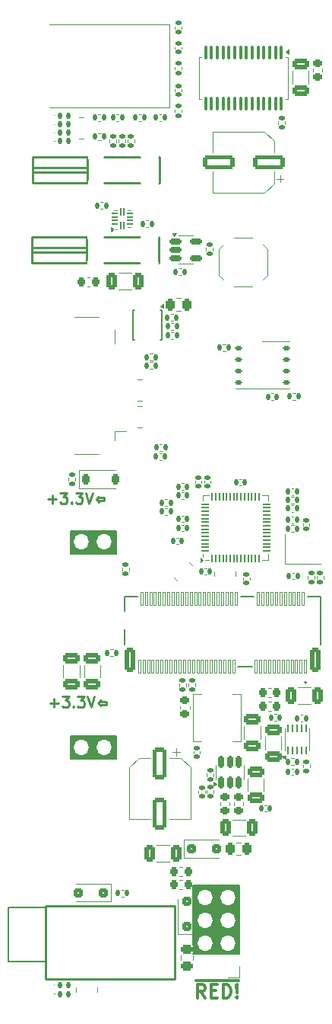
<source format=gbr>
%TF.GenerationSoftware,KiCad,Pcbnew,8.0.7*%
%TF.CreationDate,2025-01-05T12:24:48+01:00*%
%TF.ProjectId,tiliqua-motherboard,74696c69-7175-4612-9d6d-6f7468657262,rev?*%
%TF.SameCoordinates,Original*%
%TF.FileFunction,Legend,Top*%
%TF.FilePolarity,Positive*%
%FSLAX46Y46*%
G04 Gerber Fmt 4.6, Leading zero omitted, Abs format (unit mm)*
G04 Created by KiCad (PCBNEW 8.0.7) date 2025-01-05 12:24:48*
%MOMM*%
%LPD*%
G01*
G04 APERTURE LIST*
G04 Aperture macros list*
%AMRoundRect*
0 Rectangle with rounded corners*
0 $1 Rounding radius*
0 $2 $3 $4 $5 $6 $7 $8 $9 X,Y pos of 4 corners*
0 Add a 4 corners polygon primitive as box body*
4,1,4,$2,$3,$4,$5,$6,$7,$8,$9,$2,$3,0*
0 Add four circle primitives for the rounded corners*
1,1,$1+$1,$2,$3*
1,1,$1+$1,$4,$5*
1,1,$1+$1,$6,$7*
1,1,$1+$1,$8,$9*
0 Add four rect primitives between the rounded corners*
20,1,$1+$1,$2,$3,$4,$5,0*
20,1,$1+$1,$4,$5,$6,$7,0*
20,1,$1+$1,$6,$7,$8,$9,0*
20,1,$1+$1,$8,$9,$2,$3,0*%
%AMRotRect*
0 Rectangle, with rotation*
0 The origin of the aperture is its center*
0 $1 length*
0 $2 width*
0 $3 Rotation angle, in degrees counterclockwise*
0 Add horizontal line*
21,1,$1,$2,0,0,$3*%
G04 Aperture macros list end*
%ADD10C,0.150000*%
%ADD11C,0.250000*%
%ADD12C,0.375000*%
%ADD13C,0.120000*%
%ADD14C,0.254000*%
%ADD15C,0.100000*%
%ADD16C,0.127000*%
%ADD17C,0.200000*%
%ADD18C,0.300000*%
%ADD19C,0.000000*%
%ADD20RoundRect,0.135000X0.135000X0.185000X-0.135000X0.185000X-0.135000X-0.185000X0.135000X-0.185000X0*%
%ADD21C,0.600000*%
%ADD22O,1.600000X1.000000*%
%ADD23O,2.000000X1.000000*%
%ADD24R,1.700000X1.700000*%
%ADD25O,1.700000X1.700000*%
%ADD26RoundRect,0.147500X-0.147500X-0.172500X0.147500X-0.172500X0.147500X0.172500X-0.147500X0.172500X0*%
%ADD27RoundRect,0.250000X1.500000X0.550000X-1.500000X0.550000X-1.500000X-0.550000X1.500000X-0.550000X0*%
%ADD28R,0.400000X0.500000*%
%ADD29R,0.300000X0.500000*%
%ADD30RoundRect,0.125000X-0.262500X-0.125000X0.262500X-0.125000X0.262500X0.125000X-0.262500X0.125000X0*%
%ADD31R,3.400000X4.000000*%
%ADD32R,1.900000X0.300000*%
%ADD33C,1.800000*%
%ADD34C,6.400000*%
%ADD35RoundRect,0.135000X-0.135000X-0.185000X0.135000X-0.185000X0.135000X0.185000X-0.135000X0.185000X0*%
%ADD36RoundRect,0.243750X0.243750X0.456250X-0.243750X0.456250X-0.243750X-0.456250X0.243750X-0.456250X0*%
%ADD37RoundRect,0.218750X-0.218750X-0.256250X0.218750X-0.256250X0.218750X0.256250X-0.218750X0.256250X0*%
%ADD38RoundRect,0.135000X0.185000X-0.135000X0.185000X0.135000X-0.185000X0.135000X-0.185000X-0.135000X0*%
%ADD39RoundRect,0.250000X-0.550000X1.500000X-0.550000X-1.500000X0.550000X-1.500000X0.550000X1.500000X0*%
%ADD40R,0.500000X0.400000*%
%ADD41R,0.500000X0.300000*%
%ADD42RotRect,0.500000X0.400000X315.000000*%
%ADD43RotRect,0.500000X0.300000X315.000000*%
%ADD44RoundRect,0.140000X0.170000X-0.140000X0.170000X0.140000X-0.170000X0.140000X-0.170000X-0.140000X0*%
%ADD45RoundRect,0.140000X0.140000X0.170000X-0.140000X0.170000X-0.140000X-0.170000X0.140000X-0.170000X0*%
%ADD46RoundRect,0.218750X-0.256250X0.218750X-0.256250X-0.218750X0.256250X-0.218750X0.256250X0.218750X0*%
%ADD47RoundRect,0.050000X0.050000X-0.387500X0.050000X0.387500X-0.050000X0.387500X-0.050000X-0.387500X0*%
%ADD48RoundRect,0.050000X0.387500X-0.050000X0.387500X0.050000X-0.387500X0.050000X-0.387500X-0.050000X0*%
%ADD49R,3.200000X3.200000*%
%ADD50RoundRect,0.135000X-0.185000X0.135000X-0.185000X-0.135000X0.185000X-0.135000X0.185000X0.135000X0*%
%ADD51RoundRect,0.150000X0.150000X-0.512500X0.150000X0.512500X-0.150000X0.512500X-0.150000X-0.512500X0*%
%ADD52RoundRect,0.140000X-0.140000X-0.170000X0.140000X-0.170000X0.140000X0.170000X-0.140000X0.170000X0*%
%ADD53RoundRect,0.250000X0.650000X-0.325000X0.650000X0.325000X-0.650000X0.325000X-0.650000X-0.325000X0*%
%ADD54RoundRect,0.250000X-0.650000X0.325000X-0.650000X-0.325000X0.650000X-0.325000X0.650000X0.325000X0*%
%ADD55C,0.700000*%
%ADD56C,4.400000*%
%ADD57RoundRect,0.225000X-0.250000X0.225000X-0.250000X-0.225000X0.250000X-0.225000X0.250000X0.225000X0*%
%ADD58RoundRect,0.250000X0.300000X-0.300000X0.300000X0.300000X-0.300000X0.300000X-0.300000X-0.300000X0*%
%ADD59RoundRect,0.250000X0.325000X0.650000X-0.325000X0.650000X-0.325000X-0.650000X0.325000X-0.650000X0*%
%ADD60RoundRect,0.140000X-0.170000X0.140000X-0.170000X-0.140000X0.170000X-0.140000X0.170000X0.140000X0*%
%ADD61RoundRect,0.218750X0.218750X0.256250X-0.218750X0.256250X-0.218750X-0.256250X0.218750X-0.256250X0*%
%ADD62R,0.400000X1.100000*%
%ADD63RoundRect,0.218750X0.256250X-0.218750X0.256250X0.218750X-0.256250X0.218750X-0.256250X-0.218750X0*%
%ADD64RoundRect,0.243750X-0.243750X-0.456250X0.243750X-0.456250X0.243750X0.456250X-0.243750X0.456250X0*%
%ADD65R,1.400000X1.200000*%
%ADD66RoundRect,0.062500X0.062500X-0.350000X0.062500X0.350000X-0.062500X0.350000X-0.062500X-0.350000X0*%
%ADD67R,2.000000X1.200000*%
%ADD68RoundRect,0.250000X-0.325000X-0.650000X0.325000X-0.650000X0.325000X0.650000X-0.325000X0.650000X0*%
%ADD69RoundRect,0.225000X0.225000X0.250000X-0.225000X0.250000X-0.225000X-0.250000X0.225000X-0.250000X0*%
%ADD70RoundRect,0.243750X0.456250X-0.243750X0.456250X0.243750X-0.456250X0.243750X-0.456250X-0.243750X0*%
%ADD71C,1.100000*%
%ADD72C,1.600000*%
%ADD73RoundRect,0.036000X0.114000X0.739000X-0.114000X0.739000X-0.114000X-0.739000X0.114000X-0.739000X0*%
%ADD74RoundRect,0.252000X0.348000X1.123000X-0.348000X1.123000X-0.348000X-1.123000X0.348000X-1.123000X0*%
%ADD75RoundRect,0.225000X-0.225000X-0.375000X0.225000X-0.375000X0.225000X0.375000X-0.225000X0.375000X0*%
%ADD76RoundRect,0.150000X-0.512500X-0.150000X0.512500X-0.150000X0.512500X0.150000X-0.512500X0.150000X0*%
%ADD77RoundRect,0.250000X-0.300000X-0.300000X0.300000X-0.300000X0.300000X0.300000X-0.300000X0.300000X0*%
%ADD78R,1.100000X1.800000*%
%ADD79RoundRect,0.250000X0.300000X0.300000X-0.300000X0.300000X-0.300000X-0.300000X0.300000X-0.300000X0*%
%ADD80R,2.790000X1.903000*%
%ADD81RoundRect,0.050000X0.050000X-0.375000X0.050000X0.375000X-0.050000X0.375000X-0.050000X-0.375000X0*%
%ADD82RoundRect,0.050000X0.275000X-0.050000X0.275000X0.050000X-0.275000X0.050000X-0.275000X-0.050000X0*%
%ADD83RoundRect,0.100000X-0.100000X0.637500X-0.100000X-0.637500X0.100000X-0.637500X0.100000X0.637500X0*%
%ADD84O,1.500000X3.500000*%
G04 APERTURE END LIST*
D10*
X2692246Y-57618527D02*
X7772246Y-57618527D01*
X7772246Y-60158527D01*
X2692246Y-60158527D01*
X2692246Y-57618527D01*
G36*
X2692246Y-57618527D02*
G01*
X7772246Y-57618527D01*
X7772246Y-60158527D01*
X2692246Y-60158527D01*
X2692246Y-57618527D01*
G37*
X16363650Y-97029799D02*
X21476150Y-97029799D01*
X21476150Y-104670199D01*
X16363650Y-104670199D01*
X16363650Y-97029799D01*
G36*
X16363650Y-97029799D02*
G01*
X21476150Y-97029799D01*
X21476150Y-104670199D01*
X16363650Y-104670199D01*
X16363650Y-97029799D01*
G37*
X2673468Y-80430000D02*
X7753468Y-80430000D01*
X7753468Y-82970000D01*
X2673468Y-82970000D01*
X2673468Y-80430000D01*
G36*
X2673468Y-80430000D02*
G01*
X7753468Y-80430000D01*
X7753468Y-82970000D01*
X2673468Y-82970000D01*
X2673468Y-80430000D01*
G37*
D11*
X397143Y-76760000D02*
X1311429Y-76760000D01*
X854286Y-77217142D02*
X854286Y-76302857D01*
X1768571Y-76017142D02*
X2511428Y-76017142D01*
X2511428Y-76017142D02*
X2111428Y-76474285D01*
X2111428Y-76474285D02*
X2282857Y-76474285D01*
X2282857Y-76474285D02*
X2397143Y-76531428D01*
X2397143Y-76531428D02*
X2454285Y-76588571D01*
X2454285Y-76588571D02*
X2511428Y-76702857D01*
X2511428Y-76702857D02*
X2511428Y-76988571D01*
X2511428Y-76988571D02*
X2454285Y-77102857D01*
X2454285Y-77102857D02*
X2397143Y-77160000D01*
X2397143Y-77160000D02*
X2282857Y-77217142D01*
X2282857Y-77217142D02*
X1940000Y-77217142D01*
X1940000Y-77217142D02*
X1825714Y-77160000D01*
X1825714Y-77160000D02*
X1768571Y-77102857D01*
X3025714Y-77102857D02*
X3082857Y-77160000D01*
X3082857Y-77160000D02*
X3025714Y-77217142D01*
X3025714Y-77217142D02*
X2968571Y-77160000D01*
X2968571Y-77160000D02*
X3025714Y-77102857D01*
X3025714Y-77102857D02*
X3025714Y-77217142D01*
X3482857Y-76017142D02*
X4225714Y-76017142D01*
X4225714Y-76017142D02*
X3825714Y-76474285D01*
X3825714Y-76474285D02*
X3997143Y-76474285D01*
X3997143Y-76474285D02*
X4111429Y-76531428D01*
X4111429Y-76531428D02*
X4168571Y-76588571D01*
X4168571Y-76588571D02*
X4225714Y-76702857D01*
X4225714Y-76702857D02*
X4225714Y-76988571D01*
X4225714Y-76988571D02*
X4168571Y-77102857D01*
X4168571Y-77102857D02*
X4111429Y-77160000D01*
X4111429Y-77160000D02*
X3997143Y-77217142D01*
X3997143Y-77217142D02*
X3654286Y-77217142D01*
X3654286Y-77217142D02*
X3540000Y-77160000D01*
X3540000Y-77160000D02*
X3482857Y-77102857D01*
X4568571Y-76017142D02*
X4968571Y-77217142D01*
X4968571Y-77217142D02*
X5368571Y-76017142D01*
X6682857Y-76588571D02*
X6682857Y-76931428D01*
X6682857Y-76931428D02*
X6054285Y-76931428D01*
X6054285Y-76931428D02*
X6054285Y-77045714D01*
X6054285Y-77045714D02*
X5768571Y-76760000D01*
X5768571Y-76760000D02*
X6054285Y-76474285D01*
X6054285Y-76474285D02*
X6054285Y-76588571D01*
X6054285Y-76588571D02*
X6682857Y-76588571D01*
D12*
X17718571Y-109524428D02*
X17218571Y-108810142D01*
X16861428Y-109524428D02*
X16861428Y-108024428D01*
X16861428Y-108024428D02*
X17432857Y-108024428D01*
X17432857Y-108024428D02*
X17575714Y-108095857D01*
X17575714Y-108095857D02*
X17647143Y-108167285D01*
X17647143Y-108167285D02*
X17718571Y-108310142D01*
X17718571Y-108310142D02*
X17718571Y-108524428D01*
X17718571Y-108524428D02*
X17647143Y-108667285D01*
X17647143Y-108667285D02*
X17575714Y-108738714D01*
X17575714Y-108738714D02*
X17432857Y-108810142D01*
X17432857Y-108810142D02*
X16861428Y-108810142D01*
X18361428Y-108738714D02*
X18861428Y-108738714D01*
X19075714Y-109524428D02*
X18361428Y-109524428D01*
X18361428Y-109524428D02*
X18361428Y-108024428D01*
X18361428Y-108024428D02*
X19075714Y-108024428D01*
X19718571Y-109524428D02*
X19718571Y-108024428D01*
X19718571Y-108024428D02*
X20075714Y-108024428D01*
X20075714Y-108024428D02*
X20290000Y-108095857D01*
X20290000Y-108095857D02*
X20432857Y-108238714D01*
X20432857Y-108238714D02*
X20504286Y-108381571D01*
X20504286Y-108381571D02*
X20575714Y-108667285D01*
X20575714Y-108667285D02*
X20575714Y-108881571D01*
X20575714Y-108881571D02*
X20504286Y-109167285D01*
X20504286Y-109167285D02*
X20432857Y-109310142D01*
X20432857Y-109310142D02*
X20290000Y-109453000D01*
X20290000Y-109453000D02*
X20075714Y-109524428D01*
X20075714Y-109524428D02*
X19718571Y-109524428D01*
X21218571Y-109381571D02*
X21290000Y-109453000D01*
X21290000Y-109453000D02*
X21218571Y-109524428D01*
X21218571Y-109524428D02*
X21147143Y-109453000D01*
X21147143Y-109453000D02*
X21218571Y-109381571D01*
X21218571Y-109381571D02*
X21218571Y-109524428D01*
X21218571Y-108953000D02*
X21147143Y-108095857D01*
X21147143Y-108095857D02*
X21218571Y-108024428D01*
X21218571Y-108024428D02*
X21290000Y-108095857D01*
X21290000Y-108095857D02*
X21218571Y-108953000D01*
X21218571Y-108953000D02*
X21218571Y-108024428D01*
X16654286Y-107608000D02*
X21425715Y-107608000D01*
D11*
X187143Y-54120000D02*
X1101429Y-54120000D01*
X644286Y-54577142D02*
X644286Y-53662857D01*
X1558571Y-53377142D02*
X2301428Y-53377142D01*
X2301428Y-53377142D02*
X1901428Y-53834285D01*
X1901428Y-53834285D02*
X2072857Y-53834285D01*
X2072857Y-53834285D02*
X2187143Y-53891428D01*
X2187143Y-53891428D02*
X2244285Y-53948571D01*
X2244285Y-53948571D02*
X2301428Y-54062857D01*
X2301428Y-54062857D02*
X2301428Y-54348571D01*
X2301428Y-54348571D02*
X2244285Y-54462857D01*
X2244285Y-54462857D02*
X2187143Y-54520000D01*
X2187143Y-54520000D02*
X2072857Y-54577142D01*
X2072857Y-54577142D02*
X1730000Y-54577142D01*
X1730000Y-54577142D02*
X1615714Y-54520000D01*
X1615714Y-54520000D02*
X1558571Y-54462857D01*
X2815714Y-54462857D02*
X2872857Y-54520000D01*
X2872857Y-54520000D02*
X2815714Y-54577142D01*
X2815714Y-54577142D02*
X2758571Y-54520000D01*
X2758571Y-54520000D02*
X2815714Y-54462857D01*
X2815714Y-54462857D02*
X2815714Y-54577142D01*
X3272857Y-53377142D02*
X4015714Y-53377142D01*
X4015714Y-53377142D02*
X3615714Y-53834285D01*
X3615714Y-53834285D02*
X3787143Y-53834285D01*
X3787143Y-53834285D02*
X3901429Y-53891428D01*
X3901429Y-53891428D02*
X3958571Y-53948571D01*
X3958571Y-53948571D02*
X4015714Y-54062857D01*
X4015714Y-54062857D02*
X4015714Y-54348571D01*
X4015714Y-54348571D02*
X3958571Y-54462857D01*
X3958571Y-54462857D02*
X3901429Y-54520000D01*
X3901429Y-54520000D02*
X3787143Y-54577142D01*
X3787143Y-54577142D02*
X3444286Y-54577142D01*
X3444286Y-54577142D02*
X3330000Y-54520000D01*
X3330000Y-54520000D02*
X3272857Y-54462857D01*
X4358571Y-53377142D02*
X4758571Y-54577142D01*
X4758571Y-54577142D02*
X5158571Y-53377142D01*
X6472857Y-53948571D02*
X6472857Y-54291428D01*
X6472857Y-54291428D02*
X5844285Y-54291428D01*
X5844285Y-54291428D02*
X5844285Y-54405714D01*
X5844285Y-54405714D02*
X5558571Y-54120000D01*
X5558571Y-54120000D02*
X5844285Y-53834285D01*
X5844285Y-53834285D02*
X5844285Y-53948571D01*
X5844285Y-53948571D02*
X6472857Y-53948571D01*
D13*
%TO.C,R41*%
X12897298Y-48729999D02*
X12590016Y-48729999D01*
X12897298Y-47969999D02*
X12590016Y-47969999D01*
%TO.C,R40*%
X12887298Y-49729999D02*
X12580016Y-49729999D01*
X12887298Y-48969999D02*
X12580016Y-48969999D01*
D14*
%TO.C,J5*%
X-1543000Y-16090000D02*
X-1543000Y-18950000D01*
X-1543000Y-17247000D02*
X4553000Y-17247000D01*
X-1543000Y-17791000D02*
X4553000Y-17791000D01*
X4023000Y-18950000D02*
X4409000Y-18950000D01*
X4313000Y-16090000D02*
X4409000Y-16090000D01*
X4553000Y-16090000D02*
X-1543000Y-16090000D01*
X4553000Y-16090000D02*
X4553000Y-18950000D01*
X4553000Y-16090000D02*
X4859000Y-16090000D01*
X4553000Y-18950000D02*
X-1543000Y-18950000D01*
X4553000Y-18950000D02*
X4859000Y-18950000D01*
X6471000Y-16090000D02*
X10509000Y-16090000D01*
X6471000Y-18950000D02*
X10509000Y-18950000D01*
X7321000Y-16090000D02*
X9659000Y-16090000D01*
X7321000Y-18950000D02*
X9659000Y-18950000D01*
X12121000Y-16090000D02*
X12590000Y-16090000D01*
X12121000Y-18950000D02*
X12590000Y-18950000D01*
X12571000Y-16090000D02*
X12590000Y-16090000D01*
X12590000Y-16090000D02*
X12590000Y-18934000D01*
D13*
%TO.C,J6*%
X21500000Y-105980000D02*
X21500000Y-107250000D01*
X21500000Y-107250000D02*
X20230000Y-107250000D01*
D15*
%TO.C,D11*%
X945000Y-108090000D02*
G75*
G02*
X845000Y-108090000I-50000J0D01*
G01*
X845000Y-108090000D02*
G75*
G02*
X945000Y-108090000I50000J0D01*
G01*
D13*
%TO.C,C33*%
X18580000Y-13240000D02*
X18580000Y-15590000D01*
X18580000Y-20060000D02*
X18580000Y-17710000D01*
X24335563Y-13240000D02*
X18580000Y-13240000D01*
X24335563Y-20060000D02*
X18580000Y-20060000D01*
X25400000Y-14304437D02*
X24335563Y-13240000D01*
X25400000Y-14304437D02*
X25400000Y-15590000D01*
X25400000Y-18995563D02*
X24335563Y-20060000D01*
X25400000Y-18995563D02*
X25400000Y-17710000D01*
X26033750Y-18891250D02*
X26033750Y-18103750D01*
X26427500Y-18497500D02*
X25640000Y-18497500D01*
%TO.C,RN3*%
X3320000Y-108380000D02*
X3320000Y-108880000D01*
X5680000Y-108380000D02*
X5680000Y-108880000D01*
%TO.C,U12*%
X27083657Y-36589999D02*
X24083657Y-36589999D01*
X27083657Y-41809999D02*
X21083657Y-41809999D01*
%TO.C,J10*%
X3165000Y-33830000D02*
X5865000Y-33830000D01*
X5865000Y-49070000D02*
X3165000Y-49070000D01*
X7585000Y-35300000D02*
X7585000Y-36850000D01*
X7585000Y-46550000D02*
X7585000Y-47600000D01*
X8915000Y-46550000D02*
X7585000Y-46550000D01*
%TO.C,R24*%
X5776359Y-13418293D02*
X6083641Y-13418293D01*
X5776359Y-14178293D02*
X6083641Y-14178293D01*
%TO.C,F1*%
X21698578Y-92240000D02*
X21181422Y-92240000D01*
X21698578Y-93660000D02*
X21181422Y-93660000D01*
%TO.C,L2*%
X14839721Y-96440000D02*
X15165279Y-96440000D01*
X14839721Y-97460000D02*
X15165279Y-97460000D01*
%TO.C,R42*%
X28582497Y-83924236D02*
X28582497Y-83616954D01*
X29342497Y-83924236D02*
X29342497Y-83616954D01*
%TO.C,C21*%
X9229999Y-83904437D02*
X9230000Y-89660000D01*
X9230000Y-89660000D02*
X11580000Y-89660000D01*
X10294437Y-82839999D02*
X9229999Y-83904437D01*
X10294437Y-82839999D02*
X11580000Y-82840000D01*
X14487500Y-81812500D02*
X14487500Y-82600000D01*
X14881250Y-82206250D02*
X14093750Y-82206249D01*
X14985563Y-82839999D02*
X13700000Y-82840000D01*
X14985563Y-82839999D02*
X16050001Y-83904437D01*
X16050000Y-89660000D02*
X13700000Y-89660000D01*
X16050001Y-83904437D02*
X16050000Y-89660000D01*
%TO.C,RN1*%
X3680000Y-11640000D02*
X4180000Y-11640000D01*
X3680000Y-14000000D02*
X4180000Y-14000000D01*
%TO.C,RN5*%
X14566048Y-63151162D02*
X14212494Y-62797608D01*
X16234820Y-61482390D02*
X15881266Y-61128836D01*
%TO.C,C7*%
X17573657Y-52307835D02*
X17573657Y-52092163D01*
X18293657Y-52307835D02*
X18293657Y-52092163D01*
%TO.C,C28*%
X25655679Y-77985623D02*
X25440007Y-77985623D01*
X25655679Y-78705623D02*
X25440007Y-78705623D01*
%TO.C,R10*%
X8658641Y-97520000D02*
X8351359Y-97520000D01*
X8658641Y-98280000D02*
X8351359Y-98280000D01*
%TO.C,R43*%
X27270452Y-82908014D02*
X27577734Y-82908014D01*
X27270452Y-83668014D02*
X27577734Y-83668014D01*
D14*
%TO.C,J7*%
X-1609250Y-24950000D02*
X-1609250Y-27810000D01*
X-1609250Y-26107000D02*
X4486750Y-26107000D01*
X-1609250Y-26651000D02*
X4486750Y-26651000D01*
X3956750Y-27810000D02*
X4342750Y-27810000D01*
X4246750Y-24950000D02*
X4342750Y-24950000D01*
X4486750Y-24950000D02*
X-1609250Y-24950000D01*
X4486750Y-24950000D02*
X4486750Y-27810000D01*
X4486750Y-24950000D02*
X4792750Y-24950000D01*
X4486750Y-27810000D02*
X-1609250Y-27810000D01*
X4486750Y-27810000D02*
X4792750Y-27810000D01*
X6404750Y-24950000D02*
X10442750Y-24950000D01*
X6404750Y-27810000D02*
X10442750Y-27810000D01*
X7254750Y-24950000D02*
X9592750Y-24950000D01*
X7254750Y-27810000D02*
X9592750Y-27810000D01*
X12054750Y-24950000D02*
X12523750Y-24950000D01*
X12054750Y-27810000D02*
X12523750Y-27810000D01*
X12504750Y-24950000D02*
X12523750Y-24950000D01*
X12523750Y-24950000D02*
X12523750Y-27794000D01*
D13*
%TO.C,R20*%
X11383641Y-23120000D02*
X11076359Y-23120000D01*
X11383641Y-23880000D02*
X11076359Y-23880000D01*
%TO.C,RN6*%
X10684687Y-43772059D02*
X10184687Y-43772059D01*
X10684687Y-46132059D02*
X10184687Y-46132059D01*
%TO.C,L1*%
X20894249Y-87790688D02*
X20894249Y-88116246D01*
X21914249Y-87790688D02*
X21914249Y-88116246D01*
%TO.C,U2*%
X17480000Y-53640000D02*
X18130000Y-53640000D01*
X17480000Y-54290000D02*
X17480000Y-53640000D01*
X17480000Y-60210000D02*
X17480000Y-60560000D01*
X18130000Y-60860000D02*
X17720000Y-60860000D01*
X24700000Y-53640000D02*
X24050000Y-53640000D01*
X24700000Y-54290000D02*
X24700000Y-53640000D01*
X24700000Y-60210000D02*
X24700000Y-60860000D01*
X24700000Y-60860000D02*
X24050000Y-60860000D01*
X17480000Y-60860000D02*
X17150000Y-61100000D01*
X17150000Y-60620000D01*
X17480000Y-60860000D01*
G36*
X17480000Y-60860000D02*
G01*
X17150000Y-61100000D01*
X17150000Y-60620000D01*
X17480000Y-60860000D01*
G37*
%TO.C,R44*%
X14177330Y-35510762D02*
X13870048Y-35510762D01*
X14177330Y-36270762D02*
X13870048Y-36270762D01*
D15*
%TO.C,D17*%
X940000Y-11485000D02*
G75*
G02*
X840000Y-11485000I-50000J0D01*
G01*
X840000Y-11485000D02*
G75*
G02*
X940000Y-11485000I50000J0D01*
G01*
D13*
%TO.C,R29*%
X14310000Y-1556359D02*
X14310000Y-1863641D01*
X15070000Y-1556359D02*
X15070000Y-1863641D01*
%TO.C,U5*%
X18895000Y-84412500D02*
X18895000Y-83612500D01*
X18895000Y-84412500D02*
X18895000Y-85212500D01*
X22015000Y-84412500D02*
X22015000Y-83612500D01*
X22015000Y-84412500D02*
X22015000Y-85212500D01*
X18945000Y-85712500D02*
X18615000Y-85952500D01*
X18615000Y-85472500D01*
X18945000Y-85712500D01*
G36*
X18945000Y-85712500D02*
G01*
X18615000Y-85952500D01*
X18615000Y-85472500D01*
X18945000Y-85712500D01*
G37*
%TO.C,C2*%
X27332163Y-52907266D02*
X27547835Y-52907266D01*
X27332163Y-53627266D02*
X27547835Y-53627266D01*
%TO.C,C22*%
X1880000Y-73936252D02*
X1880000Y-72513748D01*
X3700000Y-73936252D02*
X3700000Y-72513748D01*
%TO.C,RN8*%
X18744281Y-62152219D02*
X18744281Y-62652219D01*
X21104281Y-62152219D02*
X21104281Y-62652219D01*
%TO.C,C38*%
X22050694Y-79295982D02*
X22050694Y-80718486D01*
X23870694Y-79295982D02*
X23870694Y-80718486D01*
%TO.C,R8*%
X19978641Y-36895000D02*
X19671359Y-36895000D01*
X19978641Y-37655000D02*
X19671359Y-37655000D01*
%TO.C,C43*%
X29730000Y-6284420D02*
X29730000Y-6565580D01*
X30750000Y-6284420D02*
X30750000Y-6565580D01*
%TO.C,R38*%
X7113888Y-70808270D02*
X7421170Y-70808270D01*
X7113888Y-71568270D02*
X7421170Y-71568270D01*
%TO.C,R17*%
X17901236Y-86457771D02*
X17901236Y-86765053D01*
X18661236Y-86457771D02*
X18661236Y-86765053D01*
%TO.C,D3*%
X14662500Y-102410000D02*
X14662500Y-98550000D01*
X14662500Y-102410000D02*
X16662500Y-102410000D01*
X16662500Y-102410000D02*
X16662500Y-98550000D01*
%TO.C,R22*%
X14310000Y-6056359D02*
X14310000Y-6363641D01*
X15070000Y-6056359D02*
X15070000Y-6363641D01*
%TO.C,R26*%
X11833641Y-38871399D02*
X11526359Y-38871399D01*
X11833641Y-39631399D02*
X11526359Y-39631399D01*
%TO.C,C19*%
X13676252Y-92540000D02*
X12253748Y-92540000D01*
X13676252Y-94360000D02*
X12253748Y-94360000D01*
%TO.C,C39*%
X14330000Y-8572164D02*
X14330000Y-8787836D01*
X15050000Y-8572164D02*
X15050000Y-8787836D01*
%TO.C,L5*%
X25038185Y-75069751D02*
X24712627Y-75069751D01*
X25038185Y-76089751D02*
X24712627Y-76089751D01*
%TO.C,C11*%
X15297836Y-52340000D02*
X15082164Y-52340000D01*
X15297836Y-53060000D02*
X15082164Y-53060000D01*
D15*
%TO.C,D9*%
X940000Y-13385000D02*
G75*
G02*
X840000Y-13385000I-50000J0D01*
G01*
X840000Y-13385000D02*
G75*
G02*
X940000Y-13385000I50000J0D01*
G01*
D10*
%TO.C,U3*%
X9615000Y-33100000D02*
X9615000Y-36350000D01*
X9790000Y-33100000D02*
X9615000Y-33100000D01*
X9790000Y-36350000D02*
X9615000Y-36350000D01*
X12865000Y-33100000D02*
X12690000Y-33100000D01*
X12865000Y-33100000D02*
X12865000Y-36350000D01*
X12865000Y-36350000D02*
X12690000Y-36350000D01*
D13*
X13020000Y-32865000D02*
X12690000Y-32625000D01*
X13020000Y-32385000D01*
X13020000Y-32865000D01*
G36*
X13020000Y-32865000D02*
G01*
X12690000Y-32625000D01*
X13020000Y-32385000D01*
X13020000Y-32865000D01*
G37*
%TO.C,C30*%
X16410439Y-82329122D02*
X16410439Y-82113450D01*
X17130439Y-82329122D02*
X17130439Y-82113450D01*
%TO.C,C3*%
X17827836Y-61750000D02*
X17612164Y-61750000D01*
X17827836Y-62470000D02*
X17612164Y-62470000D01*
%TO.C,L6*%
X19416156Y-88128934D02*
X19416156Y-87803376D01*
X20436156Y-88128934D02*
X20436156Y-87803376D01*
%TO.C,C18*%
X27540403Y-84046989D02*
X27324731Y-84046989D01*
X27540403Y-84766989D02*
X27324731Y-84766989D01*
%TO.C,R39*%
X8442488Y-62015769D02*
X8442488Y-61708487D01*
X9202488Y-62015769D02*
X9202488Y-61708487D01*
%TO.C,F3*%
X14500520Y-31753672D02*
X15017676Y-31753672D01*
X14500520Y-33173672D02*
X15017676Y-33173672D01*
%TO.C,R11*%
X8060000Y-14461934D02*
X8060000Y-14154652D01*
X8820000Y-14461934D02*
X8820000Y-14154652D01*
%TO.C,C10*%
X16567314Y-52307835D02*
X16567314Y-52092163D01*
X17287314Y-52307835D02*
X17287314Y-52092163D01*
%TO.C,Y1*%
X26556811Y-58010800D02*
X26556811Y-61310800D01*
X26556811Y-61310800D02*
X30556811Y-61310800D01*
%TO.C,C5*%
X27315517Y-56040000D02*
X27531189Y-56040000D01*
X27315517Y-56760000D02*
X27531189Y-56760000D01*
%TO.C,L4*%
X25038185Y-76579751D02*
X24712627Y-76579751D01*
X25038185Y-77599751D02*
X24712627Y-77599751D01*
%TO.C,R33*%
X17810000Y-26179952D02*
X17810000Y-26487234D01*
X18570000Y-26179952D02*
X18570000Y-26487234D01*
%TO.C,R32*%
X25835000Y-12403641D02*
X25835000Y-12096359D01*
X26595000Y-12403641D02*
X26595000Y-12096359D01*
%TO.C,R31*%
X2460000Y-52013641D02*
X2460000Y-51706359D01*
X3220000Y-52013641D02*
X3220000Y-51706359D01*
%TO.C,U10*%
X26555000Y-82050000D02*
X26555000Y-79550000D01*
X29325000Y-82050000D02*
X29325000Y-79550000D01*
X26640000Y-83080000D02*
X26160000Y-82600000D01*
X26640000Y-82600000D01*
X26640000Y-83080000D01*
G36*
X26640000Y-83080000D02*
G01*
X26160000Y-82600000D01*
X26640000Y-82600000D01*
X26640000Y-83080000D01*
G37*
%TO.C,R13*%
X14310000Y-11103641D02*
X14310000Y-10796359D01*
X15070000Y-11103641D02*
X15070000Y-10796359D01*
%TO.C,C1*%
X25067164Y-42345000D02*
X25282836Y-42345000D01*
X25067164Y-43065000D02*
X25282836Y-43065000D01*
%TO.C,R14*%
X6043641Y-11320000D02*
X5736359Y-11320000D01*
X6043641Y-12080000D02*
X5736359Y-12080000D01*
%TO.C,C20*%
X22151252Y-89710474D02*
X20728748Y-89710474D01*
X22151252Y-91530474D02*
X20728748Y-91530474D01*
%TO.C,C26*%
X8068748Y-28960000D02*
X9491252Y-28960000D01*
X8068748Y-30780000D02*
X9491252Y-30780000D01*
%TO.C,C9*%
X15297836Y-55940000D02*
X15082164Y-55940000D01*
X15297836Y-56660000D02*
X15082164Y-56660000D01*
%TO.C,C27*%
X4830580Y-29440000D02*
X4549420Y-29440000D01*
X4830580Y-30460000D02*
X4549420Y-30460000D01*
D15*
%TO.C,SW3*%
X340000Y-10550000D02*
X13740000Y-10550000D01*
X13740000Y-1350000D02*
X340000Y-1350000D01*
X13740000Y-10550000D02*
X13740000Y-1350000D01*
D13*
%TO.C,C24*%
X4205000Y-73936252D02*
X4205000Y-72513748D01*
X6025000Y-73936252D02*
X6025000Y-72513748D01*
%TO.C,F2*%
X14952500Y-105321078D02*
X14952500Y-104803922D01*
X16372500Y-105321078D02*
X16372500Y-104803922D01*
%TO.C,C42*%
X27430000Y-6513748D02*
X27430000Y-7936252D01*
X29250000Y-6513748D02*
X29250000Y-7936252D01*
%TO.C,R25*%
X13853310Y-33535698D02*
X14160592Y-33535698D01*
X13853310Y-34295698D02*
X14160592Y-34295698D01*
%TO.C,C32*%
X24370137Y-81942914D02*
X24370137Y-80520410D01*
X26190137Y-81942914D02*
X26190137Y-80520410D01*
%TO.C,R7*%
X13186359Y-55095000D02*
X13493641Y-55095000D01*
X13186359Y-55855000D02*
X13493641Y-55855000D01*
%TO.C,R6*%
X13186359Y-54095000D02*
X13493641Y-54095000D01*
X13186359Y-54855000D02*
X13493641Y-54855000D01*
%TO.C,R18*%
X17900038Y-84561991D02*
X17900038Y-84869273D01*
X18660038Y-84561991D02*
X18660038Y-84869273D01*
%TO.C,R16*%
X29160000Y-62943641D02*
X29160000Y-62636359D01*
X29920000Y-62943641D02*
X29920000Y-62636359D01*
%TO.C,C12*%
X15297836Y-53340000D02*
X15082164Y-53340000D01*
X15297836Y-54060000D02*
X15082164Y-54060000D01*
D16*
%TO.C,J8*%
X8690000Y-64934400D02*
X8690000Y-66534400D01*
X8690000Y-70239400D02*
X8690000Y-68554400D01*
X10170000Y-64934400D02*
X8690000Y-64934400D01*
X22920000Y-72684400D02*
X21360000Y-72684400D01*
X23140000Y-64934400D02*
X21640000Y-64934400D01*
X30590000Y-64934400D02*
X29110000Y-64934400D01*
X30590000Y-64934400D02*
X30590000Y-70239400D01*
D17*
X28990000Y-74484400D02*
G75*
G02*
X28790000Y-74484400I-100000J0D01*
G01*
X28790000Y-74484400D02*
G75*
G02*
X28990000Y-74484400I100000J0D01*
G01*
D13*
%TO.C,D4*%
X3655000Y-50875000D02*
X3655000Y-52875000D01*
X3655000Y-50875000D02*
X7665000Y-50875000D01*
X3655000Y-52875000D02*
X7665000Y-52875000D01*
%TO.C,C13*%
X27332164Y-54765000D02*
X27547836Y-54765000D01*
X27332164Y-55485000D02*
X27547836Y-55485000D01*
%TO.C,R19*%
X6293641Y-21070000D02*
X5986359Y-21070000D01*
X6293641Y-21830000D02*
X5986359Y-21830000D01*
%TO.C,R15*%
X30135000Y-62646359D02*
X30135000Y-62953641D01*
X30895000Y-62646359D02*
X30895000Y-62953641D01*
%TO.C,C16*%
X27418473Y-62291682D02*
X27634145Y-62291682D01*
X27418473Y-63011682D02*
X27634145Y-63011682D01*
%TO.C,U9*%
X15552500Y-24823593D02*
X14752500Y-24823593D01*
X15552500Y-24823593D02*
X16352500Y-24823593D01*
X15552500Y-27943593D02*
X14752500Y-27943593D01*
X15552500Y-27943593D02*
X16352500Y-27943593D01*
X14252500Y-24873593D02*
X14012500Y-24543593D01*
X14492500Y-24543593D01*
X14252500Y-24873593D01*
G36*
X14252500Y-24873593D02*
G01*
X14012500Y-24543593D01*
X14492500Y-24543593D01*
X14252500Y-24873593D01*
G37*
%TO.C,R28*%
X11833641Y-37920000D02*
X11526359Y-37920000D01*
X11833641Y-38680000D02*
X11526359Y-38680000D01*
D15*
%TO.C,D5*%
X945000Y-14325000D02*
G75*
G02*
X845000Y-14325000I-50000J0D01*
G01*
X845000Y-14325000D02*
G75*
G02*
X945000Y-14325000I50000J0D01*
G01*
%TO.C,D7*%
X945000Y-109080000D02*
G75*
G02*
X845000Y-109080000I-50000J0D01*
G01*
X845000Y-109080000D02*
G75*
G02*
X945000Y-109080000I50000J0D01*
G01*
D13*
%TO.C,R27*%
X15083641Y-28453593D02*
X14776359Y-28453593D01*
X15083641Y-29213593D02*
X14776359Y-29213593D01*
%TO.C,C29*%
X28004122Y-75039999D02*
X29426626Y-75039999D01*
X28004122Y-76859999D02*
X29426626Y-76859999D01*
%TO.C,D2*%
X15330000Y-91950000D02*
X15330000Y-93950000D01*
X15330000Y-91950000D02*
X19190000Y-91950000D01*
X15330000Y-93950000D02*
X19190000Y-93950000D01*
%TO.C,R3*%
X27778641Y-42295000D02*
X27471359Y-42295000D01*
X27778641Y-43055000D02*
X27471359Y-43055000D01*
%TO.C,SW2*%
X19220000Y-26300000D02*
X19220000Y-29200000D01*
X19220000Y-26300000D02*
X19710000Y-25810000D01*
X19220000Y-29200000D02*
X19710000Y-29690000D01*
X20900000Y-25030001D02*
X22980000Y-25030001D01*
X20900000Y-30469999D02*
X22980000Y-30469999D01*
X24660000Y-26300000D02*
X24170000Y-25810000D01*
X24660000Y-26300000D02*
X24660000Y-29200000D01*
X24660000Y-29200000D02*
X24170000Y-29690000D01*
%TO.C,C25*%
X24312164Y-88090000D02*
X24527836Y-88090000D01*
X24312164Y-88810000D02*
X24527836Y-88810000D01*
%TO.C,C17*%
X28332164Y-78090000D02*
X28547836Y-78090000D01*
X28332164Y-78810000D02*
X28547836Y-78810000D01*
%TO.C,R1*%
X14785000Y-74571359D02*
X14785000Y-74878641D01*
X15545000Y-74571359D02*
X15545000Y-74878641D01*
%TO.C,D1*%
X7200000Y-96825000D02*
X3340000Y-96825000D01*
X7200000Y-98825000D02*
X3340000Y-98825000D01*
X7200000Y-98825000D02*
X7200000Y-96825000D01*
%TO.C,C41*%
X14330000Y-3842164D02*
X14330000Y-4057836D01*
X15050000Y-3842164D02*
X15050000Y-4057836D01*
D15*
%TO.C,D13*%
X950000Y-12435000D02*
G75*
G02*
X850000Y-12435000I-50000J0D01*
G01*
X850000Y-12435000D02*
G75*
G02*
X950000Y-12435000I50000J0D01*
G01*
D13*
%TO.C,C15*%
X28600274Y-57013231D02*
X28600274Y-56797559D01*
X29320274Y-57013231D02*
X29320274Y-56797559D01*
%TO.C,R12*%
X9050000Y-14461934D02*
X9050000Y-14154652D01*
X9810000Y-14461934D02*
X9810000Y-14154652D01*
%TO.C,C23*%
X22420380Y-86545485D02*
X22420380Y-85122981D01*
X24240380Y-86545485D02*
X24240380Y-85122981D01*
%TO.C,C40*%
X12602164Y-11340000D02*
X12817836Y-11340000D01*
X12602164Y-12060000D02*
X12817836Y-12060000D01*
%TO.C,C4*%
X21930940Y-62842163D02*
X21930940Y-63057835D01*
X22650940Y-62842163D02*
X22650940Y-63057835D01*
%TO.C,R5*%
X27583641Y-56970000D02*
X27276359Y-56970000D01*
X27583641Y-57730000D02*
X27276359Y-57730000D01*
%TO.C,C34*%
X14937765Y-77076654D02*
X14937765Y-77357814D01*
X15957765Y-77076654D02*
X15957765Y-77357814D01*
%TO.C,R2*%
X15835000Y-74571359D02*
X15835000Y-74878641D01*
X16595000Y-74571359D02*
X16595000Y-74878641D01*
%TO.C,L3*%
X16365905Y-75757382D02*
X17310905Y-75757382D01*
X16365905Y-81037382D02*
X16365905Y-75757382D01*
X17310905Y-81037382D02*
X16365905Y-81037382D01*
X20700905Y-81037382D02*
X21645905Y-81037382D01*
X21645905Y-75757382D02*
X20700905Y-75757382D01*
X21645905Y-81037382D02*
X21645905Y-75757382D01*
%TO.C,R30*%
X10296359Y-11320000D02*
X10603641Y-11320000D01*
X10296359Y-12080000D02*
X10603641Y-12080000D01*
%TO.C,C31*%
X16967542Y-86512788D02*
X16967542Y-86728460D01*
X17687542Y-86512788D02*
X17687542Y-86728460D01*
%TO.C,R9*%
X13864468Y-34528810D02*
X14171750Y-34528810D01*
X13864468Y-35288810D02*
X14171750Y-35288810D01*
%TO.C,U8*%
X7559220Y-22021686D02*
X7909220Y-22021686D01*
X7909220Y-24141686D02*
X7799220Y-24141686D01*
X9379220Y-22021686D02*
X9029220Y-22021686D01*
X9379220Y-23841686D02*
X9029220Y-23841686D01*
X7559220Y-24141686D02*
X7229220Y-24381686D01*
X7229220Y-23901686D01*
X7559220Y-24141686D01*
G36*
X7559220Y-24141686D02*
G01*
X7229220Y-24381686D01*
X7229220Y-23901686D01*
X7559220Y-24141686D01*
G37*
%TO.C,C14*%
X14697836Y-58400000D02*
X14482164Y-58400000D01*
X14697836Y-59120000D02*
X14482164Y-59120000D01*
%TO.C,R4*%
X27589283Y-53820000D02*
X27282001Y-53820000D01*
X27589283Y-54580000D02*
X27282001Y-54580000D01*
%TO.C,U7*%
X17005000Y-5002500D02*
X17280000Y-5002500D01*
X17005000Y-7312500D02*
X17005000Y-5002500D01*
X17005000Y-7312500D02*
X17005000Y-9622500D01*
X17005000Y-9622500D02*
X17280000Y-9622500D01*
X26925000Y-5002500D02*
X26650000Y-5002500D01*
X26925000Y-7312500D02*
X26925000Y-5002500D01*
X26925000Y-7312500D02*
X26925000Y-9622500D01*
X26925000Y-9622500D02*
X26650000Y-9622500D01*
X26980000Y-4652500D02*
X26650000Y-4412500D01*
X26980000Y-4172500D01*
X26980000Y-4652500D01*
G36*
X26980000Y-4652500D02*
G01*
X26650000Y-4412500D01*
X26980000Y-4172500D01*
X26980000Y-4652500D01*
G37*
%TO.C,C6*%
X21731706Y-51844428D02*
X21516034Y-51844428D01*
X21731706Y-52564428D02*
X21516034Y-52564428D01*
D10*
%TO.C,J4*%
X-4210000Y-99507736D02*
X-4210000Y-105507736D01*
X-210000Y-99507736D02*
X-4210000Y-99507736D01*
X-210000Y-105507736D02*
X-4210000Y-105507736D01*
D14*
X-110000Y-99307736D02*
X14290000Y-99307736D01*
X14290000Y-107407736D01*
X-110000Y-107407736D01*
X-110000Y-99307736D01*
D13*
%TO.C,C8*%
X15297836Y-56940000D02*
X15082164Y-56940000D01*
X15297836Y-57660000D02*
X15082164Y-57660000D01*
%TO.C,RN7*%
X10688079Y-40774924D02*
X10188079Y-40774924D01*
X10688079Y-43134924D02*
X10188079Y-43134924D01*
%TO.C,R23*%
X7050000Y-14134652D02*
X7050000Y-14441934D01*
X7810000Y-14134652D02*
X7810000Y-14441934D01*
%TO.C,R21*%
X7776359Y-11320000D02*
X8083641Y-11320000D01*
X7776359Y-12080000D02*
X8083641Y-12080000D01*
%TO.C,L7*%
X15165279Y-94940000D02*
X14839721Y-94940000D01*
X15165279Y-95960000D02*
X14839721Y-95960000D01*
%TD*%
%LPC*%
D11*
X15740000Y-46950000D02*
X15740000Y-44850000D01*
X15740000Y-35750000D02*
X15740000Y-33650000D01*
D15*
X21850765Y-31986463D02*
G75*
G02*
X21815966Y-32905465I-953965J-424037D01*
G01*
X21850765Y-31986463D02*
X21745246Y-32269063D01*
X21850765Y-31986463D02*
X22128073Y-32117245D01*
D11*
G36*
X17501328Y-38067418D02*
G01*
X17548945Y-38079506D01*
X17593005Y-38102775D01*
X17600080Y-38108129D01*
X17636842Y-38143781D01*
X17664331Y-38184790D01*
X17677505Y-38215107D01*
X17699975Y-38215107D01*
X17710416Y-38167174D01*
X17735879Y-38129866D01*
X17778787Y-38104710D01*
X17830157Y-38097626D01*
X18155000Y-38097626D01*
X18155000Y-38250034D01*
X17851161Y-38250034D01*
X17803168Y-38261162D01*
X17791078Y-38269817D01*
X17769683Y-38314957D01*
X17768607Y-38332832D01*
X17768607Y-38631053D01*
X18155000Y-38631053D01*
X18155000Y-38782239D01*
X17175097Y-38782239D01*
X17175097Y-38387298D01*
X17312117Y-38387298D01*
X17312117Y-38631053D01*
X17631343Y-38631053D01*
X17631343Y-38387298D01*
X17626465Y-38335850D01*
X17610019Y-38289534D01*
X17590066Y-38261513D01*
X17548198Y-38230792D01*
X17499024Y-38217670D01*
X17477470Y-38216573D01*
X17466235Y-38216573D01*
X17416970Y-38222789D01*
X17370174Y-38245757D01*
X17353639Y-38260781D01*
X17326755Y-38302870D01*
X17314104Y-38353028D01*
X17312117Y-38387298D01*
X17175097Y-38387298D01*
X17175097Y-38370446D01*
X17177589Y-38321038D01*
X17186205Y-38270129D01*
X17200974Y-38223417D01*
X17206605Y-38210222D01*
X17231498Y-38166199D01*
X17266028Y-38126534D01*
X17296974Y-38102511D01*
X17344098Y-38078995D01*
X17392846Y-38066973D01*
X17436681Y-38063921D01*
X17452313Y-38063921D01*
X17501328Y-38067418D01*
G37*
G36*
X17954720Y-37317026D02*
G01*
X18155000Y-37317026D01*
X18155000Y-37464060D01*
X17954720Y-37464060D01*
X17954720Y-37959629D01*
X17783995Y-37959629D01*
X17175097Y-37584472D01*
X17175097Y-37486286D01*
X17267421Y-37486286D01*
X17805000Y-37816747D01*
X17824539Y-37816747D01*
X17824539Y-37464060D01*
X17267421Y-37464060D01*
X17267421Y-37486286D01*
X17175097Y-37486286D01*
X17175097Y-37317026D01*
X17824539Y-37317026D01*
X17824539Y-37151674D01*
X17954720Y-37151674D01*
X17954720Y-37317026D01*
G37*
G36*
X18434902Y-37130180D02*
G01*
X17175097Y-36718631D01*
X17175097Y-36574284D01*
X18434902Y-36985833D01*
X18434902Y-37130180D01*
G37*
G36*
X17842869Y-35764901D02*
G01*
X17896914Y-35772343D01*
X17946129Y-35784746D01*
X17998811Y-35806178D01*
X18044538Y-35834754D01*
X18077330Y-35864025D01*
X18110366Y-35904526D01*
X18136567Y-35950007D01*
X18155933Y-36000468D01*
X18168463Y-36055909D01*
X18173685Y-36105914D01*
X18174539Y-36137577D01*
X18172166Y-36189312D01*
X18165046Y-36237660D01*
X18150237Y-36291206D01*
X18128593Y-36339875D01*
X18100114Y-36383667D01*
X18077330Y-36410152D01*
X18037399Y-36444599D01*
X17990513Y-36471919D01*
X17936672Y-36492112D01*
X17886491Y-36503495D01*
X17831481Y-36509929D01*
X17783995Y-36511513D01*
X17546102Y-36511513D01*
X17488370Y-36509039D01*
X17435158Y-36501615D01*
X17386465Y-36489242D01*
X17334001Y-36467861D01*
X17288045Y-36439353D01*
X17254720Y-36410152D01*
X17220938Y-36369612D01*
X17194144Y-36324194D01*
X17174341Y-36273899D01*
X17161526Y-36218727D01*
X17156187Y-36169025D01*
X17155314Y-36137577D01*
X17286960Y-36137577D01*
X17291128Y-36189021D01*
X17305779Y-36239378D01*
X17330979Y-36281774D01*
X17353639Y-36305617D01*
X17395046Y-36334071D01*
X17444529Y-36353212D01*
X17495293Y-36362410D01*
X17537554Y-36364479D01*
X17789612Y-36364479D01*
X17840698Y-36361768D01*
X17892298Y-36352028D01*
X17941699Y-36332605D01*
X17977923Y-36307815D01*
X18012184Y-36266842D01*
X18032170Y-36220463D01*
X18041306Y-36171680D01*
X18042892Y-36137577D01*
X18038740Y-36083325D01*
X18024143Y-36031268D01*
X17999035Y-35988717D01*
X17976458Y-35965630D01*
X17934819Y-35938475D01*
X17884641Y-35920207D01*
X17832869Y-35911430D01*
X17789612Y-35909455D01*
X17537554Y-35909455D01*
X17487526Y-35912341D01*
X17436850Y-35922710D01*
X17388123Y-35943389D01*
X17352173Y-35969783D01*
X17320649Y-36007347D01*
X17299443Y-36052446D01*
X17288553Y-36105081D01*
X17286960Y-36137577D01*
X17155314Y-36137577D01*
X17157740Y-36085497D01*
X17165021Y-36036875D01*
X17180165Y-35983094D01*
X17202299Y-35934293D01*
X17231422Y-35890472D01*
X17254720Y-35864025D01*
X17295252Y-35829496D01*
X17342293Y-35802110D01*
X17395842Y-35781868D01*
X17445438Y-35770458D01*
X17499555Y-35764008D01*
X17546102Y-35762420D01*
X17783995Y-35762420D01*
X17842869Y-35764901D01*
G37*
G36*
X18155000Y-35325958D02*
G01*
X17278656Y-35325958D01*
X17278656Y-35348429D01*
X17609117Y-35509385D01*
X17609117Y-35664723D01*
X17175097Y-35447836D01*
X17175097Y-35178924D01*
X18155000Y-35178924D01*
X18155000Y-35325958D01*
G37*
G36*
X18174539Y-34883879D02*
G01*
X18164415Y-34934008D01*
X18142543Y-34965945D01*
X18100477Y-34992409D01*
X18059745Y-34998673D01*
X18011594Y-34989436D01*
X17977923Y-34965945D01*
X17952447Y-34923750D01*
X17946416Y-34883879D01*
X17956617Y-34833827D01*
X17978656Y-34802058D01*
X18020181Y-34775396D01*
X18059745Y-34769085D01*
X18108293Y-34778391D01*
X18142543Y-34802058D01*
X18168415Y-34844055D01*
X18174539Y-34883879D01*
G37*
G36*
X18155000Y-34624005D02*
G01*
X18044357Y-34624005D01*
X17989809Y-34621242D01*
X17941017Y-34612953D01*
X17893557Y-34597264D01*
X17876563Y-34589078D01*
X17834140Y-34561377D01*
X17797547Y-34526634D01*
X17769340Y-34488938D01*
X17744830Y-34445533D01*
X17722896Y-34396832D01*
X17705357Y-34348474D01*
X17699975Y-34331402D01*
X17673353Y-34245917D01*
X17655902Y-34198780D01*
X17633573Y-34155124D01*
X17628656Y-34147242D01*
X17596647Y-34108762D01*
X17562222Y-34083739D01*
X17515940Y-34066206D01*
X17468921Y-34061269D01*
X17463304Y-34061269D01*
X17410761Y-34067878D01*
X17363054Y-34090163D01*
X17333855Y-34117201D01*
X17307156Y-34159810D01*
X17291540Y-34210730D01*
X17286960Y-34264235D01*
X17290960Y-34314171D01*
X17304784Y-34363038D01*
X17331396Y-34408748D01*
X17337519Y-34416154D01*
X17377737Y-34449249D01*
X17424067Y-34467415D01*
X17473717Y-34474057D01*
X17485774Y-34474284D01*
X17508244Y-34474284D01*
X17508244Y-34619852D01*
X17487240Y-34619852D01*
X17436055Y-34616967D01*
X17383400Y-34606824D01*
X17335961Y-34589378D01*
X17307233Y-34573690D01*
X17264648Y-34541300D01*
X17228789Y-34502135D01*
X17202267Y-34461095D01*
X17194637Y-34446196D01*
X17175628Y-34398920D01*
X17162840Y-34348591D01*
X17156274Y-34295210D01*
X17155314Y-34264235D01*
X17157680Y-34215157D01*
X17165998Y-34163193D01*
X17180305Y-34114668D01*
X17193171Y-34084228D01*
X17219838Y-34038060D01*
X17252515Y-33998476D01*
X17291202Y-33965474D01*
X17299661Y-33959664D01*
X17344870Y-33935707D01*
X17394706Y-33920623D01*
X17443515Y-33914634D01*
X17460617Y-33914235D01*
X17473318Y-33914235D01*
X17524230Y-33917229D01*
X17574863Y-33927581D01*
X17623341Y-33947508D01*
X17631343Y-33952092D01*
X17672039Y-33981386D01*
X17707483Y-34017549D01*
X17735146Y-34056384D01*
X17759246Y-34099885D01*
X17780865Y-34147346D01*
X17798202Y-34193445D01*
X17803534Y-34209524D01*
X17828691Y-34292078D01*
X17845330Y-34341386D01*
X17865930Y-34387661D01*
X17871678Y-34398080D01*
X17902213Y-34437951D01*
X17926877Y-34456698D01*
X17974237Y-34472860D01*
X18009431Y-34475505D01*
X18023353Y-34475505D01*
X18023353Y-33922539D01*
X18155000Y-33922539D01*
X18155000Y-34624005D01*
G37*
G36*
X18174539Y-33431122D02*
G01*
X18172005Y-33484612D01*
X18164403Y-33534437D01*
X18149793Y-33586112D01*
X18133995Y-33623097D01*
X18108522Y-33665792D01*
X18073966Y-33706388D01*
X18032826Y-33739781D01*
X18019200Y-33748394D01*
X17970481Y-33771578D01*
X17922677Y-33785102D01*
X17871124Y-33791671D01*
X17847009Y-33792358D01*
X17831622Y-33792358D01*
X17831622Y-33642393D01*
X17845544Y-33642393D01*
X17898085Y-33637002D01*
X17947835Y-33618620D01*
X17989159Y-33587194D01*
X18019751Y-33544021D01*
X18036543Y-33495706D01*
X18042682Y-33444841D01*
X18042892Y-33432588D01*
X18038468Y-33378694D01*
X18023174Y-33327422D01*
X17996956Y-33285214D01*
X17986960Y-33274319D01*
X17943861Y-33242475D01*
X17896615Y-33224996D01*
X17847527Y-33218605D01*
X17835774Y-33218387D01*
X17823318Y-33218387D01*
X17769956Y-33223801D01*
X17723751Y-33240044D01*
X17681189Y-33270419D01*
X17677749Y-33273830D01*
X17646600Y-33315329D01*
X17628381Y-33363928D01*
X17623039Y-33414270D01*
X17628205Y-33465144D01*
X17637693Y-33493404D01*
X17664467Y-33535032D01*
X17673353Y-33543963D01*
X17712674Y-33574441D01*
X17713897Y-33575226D01*
X17713897Y-33761583D01*
X17175097Y-33761583D01*
X17175097Y-33104814D01*
X17307965Y-33104814D01*
X17307965Y-33614549D01*
X17596416Y-33614549D01*
X17596416Y-33592078D01*
X17557763Y-33560065D01*
X17550987Y-33552267D01*
X17524792Y-33509049D01*
X17515327Y-33484367D01*
X17504274Y-33434976D01*
X17501161Y-33383495D01*
X17504787Y-33330878D01*
X17515663Y-33281409D01*
X17533791Y-33235089D01*
X17538286Y-33226203D01*
X17564900Y-33184748D01*
X17598336Y-33148923D01*
X17638593Y-33118726D01*
X17647463Y-33113363D01*
X17695453Y-33091209D01*
X17743701Y-33078286D01*
X17796741Y-33072009D01*
X17821852Y-33071353D01*
X17837240Y-33071353D01*
X17886638Y-33074070D01*
X17938269Y-33083623D01*
X17985728Y-33100053D01*
X18015048Y-33114828D01*
X18058950Y-33145497D01*
X18096316Y-33183464D01*
X18124358Y-33223875D01*
X18132529Y-33238659D01*
X18152837Y-33286371D01*
X18166498Y-33339106D01*
X18173062Y-33390198D01*
X18174539Y-33431122D01*
G37*
D10*
G36*
X22605805Y-32817090D02*
G01*
X22625709Y-32839110D01*
X22643653Y-32864364D01*
X22657205Y-32890448D01*
X22660414Y-32898435D01*
X22668530Y-32927674D01*
X22670709Y-32959152D01*
X22667772Y-32982473D01*
X22657756Y-33012443D01*
X22642174Y-33038226D01*
X22624872Y-33058119D01*
X22618240Y-33064750D01*
X22595961Y-33084062D01*
X22570630Y-33099136D01*
X22542064Y-33107957D01*
X22536792Y-33108687D01*
X22506069Y-33109158D01*
X22477007Y-33103421D01*
X22458556Y-33096148D01*
X22449023Y-33105682D01*
X22464929Y-33130448D01*
X22469954Y-33157079D01*
X22462423Y-33185956D01*
X22443634Y-33210756D01*
X22305815Y-33348575D01*
X22241154Y-33283914D01*
X22370061Y-33155006D01*
X22385702Y-33129923D01*
X22387159Y-33121122D01*
X22377085Y-33092893D01*
X22369958Y-33084853D01*
X22243434Y-32958329D01*
X22079501Y-33122261D01*
X22015358Y-33058119D01*
X22173384Y-32900093D01*
X22301670Y-32900093D01*
X22405086Y-33003509D01*
X22428983Y-33023267D01*
X22455611Y-33035940D01*
X22475965Y-33039363D01*
X22506761Y-33034634D01*
X22533192Y-33019338D01*
X22542802Y-33010659D01*
X22547568Y-33005892D01*
X22565832Y-32982354D01*
X22575942Y-32952755D01*
X22576583Y-32939366D01*
X22570132Y-32910103D01*
X22554219Y-32883456D01*
X22540522Y-32868073D01*
X22437106Y-32764657D01*
X22301670Y-32900093D01*
X22173384Y-32900093D01*
X22431096Y-32642381D01*
X22605805Y-32817090D01*
G37*
G36*
X22971388Y-33182674D02*
G01*
X22990944Y-33204623D01*
X23008366Y-33230318D01*
X23021254Y-33257390D01*
X23024236Y-33265780D01*
X23031458Y-33296768D01*
X23032607Y-33327608D01*
X23028381Y-33355518D01*
X23017737Y-33385395D01*
X23002323Y-33411365D01*
X22981445Y-33436203D01*
X22979057Y-33438624D01*
X22971388Y-33446292D01*
X22949114Y-33465796D01*
X22923115Y-33482218D01*
X22895801Y-33493114D01*
X22887350Y-33495306D01*
X22856232Y-33499455D01*
X22825285Y-33497652D01*
X22797301Y-33490850D01*
X22770205Y-33479383D01*
X22744485Y-33463503D01*
X22720142Y-33443212D01*
X22715438Y-33438624D01*
X22614406Y-33337591D01*
X22454618Y-33497378D01*
X22390475Y-33433235D01*
X22544355Y-33279355D01*
X22672642Y-33279355D01*
X22767147Y-33373859D01*
X22790920Y-33393420D01*
X22817944Y-33406241D01*
X22838958Y-33410024D01*
X22868677Y-33406471D01*
X22896036Y-33391938D01*
X22907867Y-33381527D01*
X22913774Y-33375621D01*
X22932635Y-33351077D01*
X22942313Y-33322415D01*
X22942892Y-33306089D01*
X22935824Y-33275941D01*
X22920040Y-33249296D01*
X22906727Y-33234278D01*
X22812223Y-33139774D01*
X22672642Y-33279355D01*
X22544355Y-33279355D01*
X22806213Y-33017498D01*
X22971388Y-33182674D01*
G37*
G36*
X22733780Y-33776540D02*
G01*
X22780721Y-33729599D01*
X22805037Y-33707628D01*
X22829253Y-33690443D01*
X22856046Y-33676964D01*
X22866729Y-33673227D01*
X22896480Y-33666982D01*
X22926745Y-33666197D01*
X22954705Y-33670222D01*
X22983519Y-33678239D01*
X23013487Y-33689595D01*
X23041444Y-33702671D01*
X23050971Y-33707630D01*
X23098534Y-33732604D01*
X23125937Y-33745198D01*
X23153932Y-33754247D01*
X23159361Y-33755504D01*
X23189267Y-33758250D01*
X23214489Y-33754261D01*
X23241563Y-33742064D01*
X23263607Y-33724210D01*
X23265990Y-33721827D01*
X23285478Y-33696731D01*
X23296263Y-33667036D01*
X23297181Y-33643177D01*
X23290431Y-33613772D01*
X23275452Y-33585543D01*
X23254695Y-33560900D01*
X23231812Y-33541410D01*
X23205214Y-33526543D01*
X23174530Y-33518440D01*
X23168791Y-33517896D01*
X23137687Y-33520918D01*
X23110324Y-33532867D01*
X23086441Y-33551114D01*
X23081229Y-33556133D01*
X23071696Y-33565666D01*
X23009936Y-33503907D01*
X23018848Y-33494995D01*
X23041788Y-33474504D01*
X23068431Y-33456467D01*
X23095959Y-33443742D01*
X23114803Y-33438209D01*
X23146613Y-33433884D01*
X23178443Y-33435287D01*
X23207107Y-33441446D01*
X23216665Y-33444530D01*
X23244787Y-33456523D01*
X23271565Y-33472450D01*
X23296999Y-33492312D01*
X23310548Y-33505047D01*
X23330366Y-33526872D01*
X23348883Y-33552448D01*
X23363401Y-33579106D01*
X23370857Y-33597479D01*
X23379131Y-33628380D01*
X23382061Y-33659037D01*
X23379649Y-33689453D01*
X23378525Y-33695506D01*
X23369509Y-33724851D01*
X23354764Y-33752394D01*
X23336598Y-33775643D01*
X23329511Y-33783068D01*
X23324123Y-33788457D01*
X23301252Y-33808787D01*
X23275378Y-33825876D01*
X23246357Y-33837990D01*
X23241017Y-33839439D01*
X23211322Y-33844277D01*
X23180943Y-33843972D01*
X23152729Y-33839232D01*
X23124049Y-33831001D01*
X23094741Y-33820038D01*
X23067827Y-33807834D01*
X23058743Y-33803275D01*
X23013045Y-33778923D01*
X22985066Y-33765063D01*
X22956693Y-33754170D01*
X22949835Y-33752188D01*
X22919964Y-33748228D01*
X22901546Y-33750738D01*
X22874596Y-33763974D01*
X22858542Y-33777783D01*
X22852636Y-33783690D01*
X23087239Y-34018294D01*
X23031386Y-34074147D01*
X22733780Y-33776540D01*
G37*
G36*
X23549639Y-33799821D02*
G01*
X23580275Y-33807723D01*
X23610015Y-33820659D01*
X23638860Y-33838630D01*
X23662212Y-33857452D01*
X23675924Y-33870423D01*
X23696991Y-33893548D01*
X23714530Y-33917266D01*
X23730923Y-33946508D01*
X23742237Y-33976603D01*
X23748472Y-34007551D01*
X23749808Y-34028656D01*
X23747261Y-34060502D01*
X23738923Y-34092078D01*
X23724791Y-34123385D01*
X23708591Y-34149268D01*
X23688367Y-34174964D01*
X23669292Y-34195386D01*
X23568363Y-34296315D01*
X23542332Y-34320241D01*
X23516246Y-34340013D01*
X23490104Y-34355631D01*
X23458660Y-34368889D01*
X23427135Y-34376166D01*
X23400804Y-34377660D01*
X23369605Y-34374493D01*
X23339193Y-34366313D01*
X23309568Y-34353120D01*
X23280730Y-34334915D01*
X23257300Y-34315915D01*
X23243504Y-34302844D01*
X23222561Y-34279888D01*
X23205070Y-34256355D01*
X23188635Y-34227354D01*
X23177169Y-34197522D01*
X23170673Y-34166860D01*
X23169195Y-34147201D01*
X23254695Y-34147201D01*
X23257543Y-34179120D01*
X23268740Y-34207276D01*
X23285561Y-34231849D01*
X23299357Y-34246991D01*
X23324136Y-34268246D01*
X23352415Y-34284139D01*
X23381120Y-34291540D01*
X23400493Y-34291756D01*
X23429680Y-34285611D01*
X23458719Y-34272073D01*
X23484408Y-34253832D01*
X23503599Y-34236317D01*
X23610538Y-34129378D01*
X23630538Y-34106928D01*
X23647639Y-34081029D01*
X23659539Y-34051583D01*
X23663593Y-34025133D01*
X23661030Y-33995821D01*
X23650894Y-33967690D01*
X23633183Y-33940739D01*
X23620071Y-33926276D01*
X23596478Y-33906218D01*
X23568897Y-33891070D01*
X23540219Y-33883774D01*
X23520489Y-33883272D01*
X23490850Y-33888768D01*
X23461735Y-33901640D01*
X23436295Y-33919276D01*
X23417487Y-33936327D01*
X23310548Y-34043267D01*
X23290025Y-34066091D01*
X23272265Y-34092115D01*
X23259546Y-34121315D01*
X23254695Y-34147201D01*
X23169195Y-34147201D01*
X23169102Y-34145958D01*
X23171429Y-34114402D01*
X23179730Y-34082919D01*
X23194006Y-34051509D01*
X23210466Y-34025390D01*
X23231075Y-33999321D01*
X23250550Y-33978502D01*
X23351479Y-33877573D01*
X23377023Y-33854129D01*
X23402749Y-33834703D01*
X23428657Y-33819294D01*
X23459986Y-33806106D01*
X23491579Y-33798703D01*
X23518106Y-33796954D01*
X23549639Y-33799821D01*
G37*
G36*
X24149069Y-34360355D02*
G01*
X23873534Y-34635889D01*
X23943687Y-34706042D01*
X23888456Y-34761274D01*
X23818303Y-34691121D01*
X23733332Y-34776092D01*
X23670950Y-34713711D01*
X23755922Y-34628739D01*
X23551059Y-34423876D01*
X23661521Y-34423876D01*
X23811153Y-34573508D01*
X24047518Y-34337143D01*
X24038088Y-34327713D01*
X23669811Y-34415586D01*
X23661521Y-34423876D01*
X23551059Y-34423876D01*
X23545670Y-34418487D01*
X23618102Y-34346055D01*
X24035601Y-34246887D01*
X24149069Y-34360355D01*
G37*
G36*
X24306504Y-34556687D02*
G01*
X24337141Y-34564588D01*
X24366881Y-34577525D01*
X24395725Y-34595496D01*
X24419078Y-34614317D01*
X24432790Y-34627289D01*
X24453856Y-34650414D01*
X24471396Y-34674132D01*
X24487788Y-34703374D01*
X24499102Y-34733469D01*
X24505338Y-34764416D01*
X24506674Y-34785522D01*
X24504127Y-34817368D01*
X24495788Y-34848944D01*
X24481657Y-34880251D01*
X24465456Y-34906134D01*
X24445233Y-34931830D01*
X24426158Y-34952252D01*
X24325229Y-35053181D01*
X24299198Y-35077107D01*
X24273112Y-35096879D01*
X24246969Y-35112497D01*
X24215525Y-35125755D01*
X24184001Y-35133031D01*
X24157670Y-35134526D01*
X24126471Y-35131359D01*
X24096059Y-35123179D01*
X24066434Y-35109986D01*
X24037596Y-35091781D01*
X24014166Y-35072780D01*
X24000369Y-35059709D01*
X23979427Y-35036753D01*
X23961936Y-35013220D01*
X23945501Y-34984220D01*
X23934035Y-34954388D01*
X23927538Y-34923726D01*
X23926061Y-34904067D01*
X24011561Y-34904067D01*
X24014408Y-34935986D01*
X24025606Y-34964142D01*
X24042427Y-34988715D01*
X24056222Y-35003856D01*
X24081001Y-35025112D01*
X24109280Y-35041005D01*
X24137985Y-35048406D01*
X24157359Y-35048622D01*
X24186546Y-35042477D01*
X24215585Y-35028938D01*
X24241274Y-35010697D01*
X24260464Y-34993183D01*
X24367404Y-34886244D01*
X24387404Y-34863794D01*
X24404505Y-34837895D01*
X24416405Y-34808448D01*
X24420459Y-34781998D01*
X24417896Y-34752687D01*
X24407759Y-34724555D01*
X24390049Y-34697604D01*
X24376937Y-34683142D01*
X24353343Y-34663084D01*
X24325763Y-34647936D01*
X24297084Y-34640639D01*
X24277355Y-34640138D01*
X24247715Y-34645633D01*
X24218600Y-34658506D01*
X24193161Y-34676141D01*
X24174353Y-34693193D01*
X24067414Y-34800133D01*
X24046890Y-34822957D01*
X24029130Y-34848981D01*
X24016412Y-34878180D01*
X24011561Y-34904067D01*
X23926061Y-34904067D01*
X23925968Y-34902823D01*
X23928294Y-34871268D01*
X23936596Y-34839785D01*
X23950871Y-34808375D01*
X23967332Y-34782255D01*
X23987941Y-34756187D01*
X24007416Y-34735368D01*
X24108345Y-34634439D01*
X24133889Y-34610995D01*
X24159614Y-34591569D01*
X24185522Y-34576160D01*
X24216852Y-34562972D01*
X24248444Y-34555569D01*
X24274972Y-34553820D01*
X24306504Y-34556687D01*
G37*
G36*
X21761646Y-33398460D02*
G01*
X21782851Y-33422154D01*
X21799704Y-33446475D01*
X21813216Y-33473953D01*
X21814183Y-33476488D01*
X21822373Y-33506827D01*
X21824092Y-33536758D01*
X21821644Y-33556486D01*
X21812469Y-33584857D01*
X21796444Y-33611218D01*
X21781957Y-33627675D01*
X21775946Y-33633685D01*
X21752690Y-33653418D01*
X21725602Y-33667687D01*
X21718332Y-33669953D01*
X21688527Y-33674504D01*
X21663929Y-33672544D01*
X21635328Y-33664456D01*
X21620926Y-33657933D01*
X21611392Y-33667466D01*
X21623054Y-33695380D01*
X21626832Y-33710885D01*
X21628829Y-33741311D01*
X21624760Y-33766427D01*
X21612944Y-33794010D01*
X21594748Y-33818064D01*
X21587663Y-33825492D01*
X21581756Y-33831399D01*
X21557335Y-33852024D01*
X21531518Y-33866454D01*
X21506836Y-33874195D01*
X21476458Y-33877168D01*
X21445789Y-33873496D01*
X21425181Y-33867356D01*
X21397354Y-33854396D01*
X21370579Y-33836317D01*
X21347153Y-33815441D01*
X21197417Y-33665705D01*
X21313889Y-33665705D01*
X21397617Y-33749433D01*
X21421943Y-33769416D01*
X21448822Y-33781790D01*
X21463522Y-33784457D01*
X21493832Y-33780626D01*
X21519491Y-33765053D01*
X21524660Y-33760209D01*
X21530048Y-33754821D01*
X21548233Y-33729694D01*
X21554951Y-33700131D01*
X21554710Y-33693890D01*
X21546621Y-33664692D01*
X21530562Y-33639948D01*
X21519375Y-33627675D01*
X21435647Y-33543947D01*
X21313889Y-33665705D01*
X21197417Y-33665705D01*
X21135035Y-33603323D01*
X21192028Y-33546331D01*
X21247881Y-33602184D01*
X21364872Y-33485193D01*
X21494401Y-33485193D01*
X21578129Y-33568920D01*
X21601338Y-33587874D01*
X21629519Y-33600335D01*
X21641961Y-33602494D01*
X21671872Y-33599062D01*
X21698458Y-33582743D01*
X21701752Y-33579594D01*
X21707659Y-33573687D01*
X21724934Y-33549470D01*
X21731074Y-33520485D01*
X21730767Y-33514311D01*
X21722873Y-33485591D01*
X21705952Y-33459775D01*
X21696985Y-33450064D01*
X21613258Y-33366337D01*
X21494401Y-33485193D01*
X21364872Y-33485193D01*
X21549633Y-33300432D01*
X21493780Y-33244579D01*
X21550773Y-33187586D01*
X21761646Y-33398460D01*
G37*
G36*
X21992470Y-33669412D02*
G01*
X22024343Y-33678047D01*
X22055393Y-33691921D01*
X22080638Y-33707484D01*
X22105312Y-33726686D01*
X22124639Y-33744666D01*
X22146756Y-33768887D01*
X22165245Y-33793691D01*
X22180106Y-33819076D01*
X22193150Y-33850306D01*
X22200970Y-33882374D01*
X22203497Y-33909738D01*
X22201479Y-33942676D01*
X22193559Y-33975118D01*
X22179737Y-34007065D01*
X22163711Y-34033309D01*
X22143586Y-34059208D01*
X22124536Y-34079681D01*
X22027130Y-34177087D01*
X22001532Y-34200463D01*
X21975581Y-34219750D01*
X21949275Y-34234950D01*
X21917241Y-34247793D01*
X21884697Y-34254748D01*
X21857187Y-34256048D01*
X21824456Y-34252546D01*
X21792555Y-34243827D01*
X21761485Y-34229891D01*
X21736228Y-34214293D01*
X21711548Y-34195072D01*
X21692219Y-34177087D01*
X21670105Y-34152873D01*
X21651623Y-34128092D01*
X21636775Y-34102745D01*
X21623752Y-34071580D01*
X21615961Y-34039599D01*
X21613731Y-34015227D01*
X21703203Y-34015227D01*
X21706305Y-34046180D01*
X21717243Y-34075854D01*
X21733544Y-34101157D01*
X21749833Y-34119472D01*
X21774884Y-34140922D01*
X21800712Y-34155947D01*
X21830698Y-34165172D01*
X21854700Y-34166724D01*
X21885492Y-34161780D01*
X21915382Y-34149278D01*
X21941194Y-34131821D01*
X21960085Y-34114809D01*
X22062258Y-34012636D01*
X22081819Y-33990517D01*
X22098564Y-33964582D01*
X22110249Y-33934569D01*
X22114277Y-33907147D01*
X22111377Y-33876397D01*
X22100346Y-33846630D01*
X22083715Y-33820996D01*
X22067025Y-33802281D01*
X22042479Y-33781336D01*
X22016923Y-33766582D01*
X21986964Y-33757385D01*
X21962780Y-33755650D01*
X21931679Y-33760302D01*
X21901562Y-33772626D01*
X21875618Y-33790022D01*
X21856669Y-33807047D01*
X21754496Y-33909220D01*
X21735006Y-33931329D01*
X21718402Y-33957337D01*
X21706953Y-33987540D01*
X21703203Y-34015227D01*
X21613731Y-34015227D01*
X21613465Y-34012325D01*
X21615620Y-33979462D01*
X21623641Y-33947086D01*
X21637527Y-33915199D01*
X21653579Y-33888999D01*
X21673704Y-33863138D01*
X21692737Y-33842694D01*
X21790143Y-33745288D01*
X21815760Y-33721877D01*
X21841706Y-33702549D01*
X21867980Y-33687305D01*
X21899944Y-33674401D01*
X21932382Y-33667377D01*
X21959774Y-33666016D01*
X21992470Y-33669412D01*
G37*
G36*
X22392043Y-34068984D02*
G01*
X22423915Y-34077619D01*
X22454965Y-34091493D01*
X22480210Y-34107056D01*
X22504884Y-34126258D01*
X22524211Y-34144238D01*
X22546328Y-34168459D01*
X22564817Y-34193263D01*
X22579678Y-34218648D01*
X22592722Y-34249878D01*
X22600543Y-34281947D01*
X22603069Y-34309310D01*
X22601051Y-34342248D01*
X22593131Y-34374690D01*
X22579309Y-34406637D01*
X22563283Y-34432881D01*
X22543158Y-34458780D01*
X22524108Y-34479253D01*
X22426702Y-34576659D01*
X22401105Y-34600035D01*
X22375153Y-34619322D01*
X22348848Y-34634522D01*
X22316813Y-34647365D01*
X22284269Y-34654320D01*
X22256759Y-34655620D01*
X22224028Y-34652118D01*
X22192127Y-34643399D01*
X22161057Y-34629463D01*
X22135800Y-34613865D01*
X22111120Y-34594644D01*
X22091791Y-34576659D01*
X22069677Y-34552445D01*
X22051195Y-34527664D01*
X22036347Y-34502317D01*
X22023325Y-34471152D01*
X22015533Y-34439171D01*
X22013303Y-34414799D01*
X22102775Y-34414799D01*
X22105877Y-34445752D01*
X22116815Y-34475426D01*
X22133116Y-34500729D01*
X22149405Y-34519044D01*
X22174456Y-34540494D01*
X22200284Y-34555519D01*
X22230270Y-34564744D01*
X22254272Y-34566296D01*
X22285064Y-34561352D01*
X22314954Y-34548850D01*
X22340766Y-34531393D01*
X22359657Y-34514381D01*
X22461830Y-34412208D01*
X22481391Y-34390089D01*
X22498136Y-34364154D01*
X22509821Y-34334141D01*
X22513849Y-34306720D01*
X22510949Y-34275969D01*
X22499918Y-34246202D01*
X22483287Y-34220568D01*
X22466597Y-34201853D01*
X22442051Y-34180908D01*
X22416495Y-34166154D01*
X22386537Y-34156958D01*
X22362352Y-34155222D01*
X22331251Y-34159874D01*
X22301134Y-34172198D01*
X22275190Y-34189594D01*
X22256241Y-34206619D01*
X22154068Y-34308792D01*
X22134578Y-34330901D01*
X22117974Y-34356909D01*
X22106525Y-34387112D01*
X22102775Y-34414799D01*
X22013303Y-34414799D01*
X22013037Y-34411897D01*
X22015192Y-34379034D01*
X22023213Y-34346658D01*
X22037099Y-34314771D01*
X22053151Y-34288571D01*
X22073276Y-34262710D01*
X22092309Y-34242266D01*
X22189715Y-34144860D01*
X22215332Y-34121449D01*
X22241278Y-34102121D01*
X22267552Y-34086877D01*
X22299516Y-34073973D01*
X22331954Y-34066949D01*
X22359347Y-34065588D01*
X22392043Y-34068984D01*
G37*
G36*
X22425666Y-34893954D02*
G01*
X22783270Y-34536349D01*
X22655502Y-34408581D01*
X22713635Y-34350449D01*
X23033210Y-34670023D01*
X22975077Y-34728156D01*
X22847413Y-34600492D01*
X22489808Y-34958097D01*
X22425666Y-34893954D01*
G37*
G36*
X22799850Y-35284718D02*
G01*
X22778082Y-35260878D01*
X22759722Y-35236300D01*
X22744768Y-35210983D01*
X22733220Y-35184928D01*
X22724737Y-35155201D01*
X22721205Y-35125474D01*
X22722624Y-35095747D01*
X22725552Y-35079232D01*
X22734976Y-35049972D01*
X22749843Y-35021760D01*
X22767628Y-34997564D01*
X22783788Y-34979961D01*
X22798606Y-34965143D01*
X22862128Y-35028664D01*
X22847309Y-35043482D01*
X22826373Y-35068599D01*
X22812109Y-35097314D01*
X22807316Y-35126879D01*
X22807725Y-35135914D01*
X22814376Y-35165735D01*
X22828758Y-35194705D01*
X22848311Y-35220051D01*
X22856221Y-35228347D01*
X22878286Y-35248080D01*
X22905267Y-35265589D01*
X22934174Y-35275662D01*
X22941918Y-35276739D01*
X22971295Y-35274893D01*
X22999437Y-35262238D01*
X23013003Y-35250833D01*
X23029977Y-35226334D01*
X23034350Y-35208140D01*
X23031176Y-35177668D01*
X23023987Y-35157986D01*
X23010709Y-35131128D01*
X22996106Y-35105420D01*
X22991035Y-35097056D01*
X22974455Y-35069699D01*
X22958599Y-35042429D01*
X22945071Y-35016110D01*
X22932770Y-34987982D01*
X22928654Y-34977060D01*
X22920696Y-34947712D01*
X22918075Y-34916841D01*
X22920260Y-34894472D01*
X22929781Y-34865503D01*
X22945676Y-34839664D01*
X22963782Y-34819034D01*
X22987492Y-34798846D01*
X23015233Y-34783114D01*
X23044712Y-34774165D01*
X23075424Y-34771669D01*
X23106576Y-34775296D01*
X23135279Y-34783906D01*
X23164000Y-34797545D01*
X23189347Y-34814094D01*
X23214219Y-34834692D01*
X23225121Y-34845147D01*
X23245269Y-34867161D01*
X23264328Y-34892777D01*
X23279568Y-34919296D01*
X23287606Y-34937476D01*
X23296893Y-34968079D01*
X23300534Y-34998622D01*
X23298528Y-35029103D01*
X23297450Y-35035192D01*
X23288186Y-35065221D01*
X23274087Y-35091433D01*
X23254529Y-35116875D01*
X23244084Y-35127935D01*
X23222737Y-35149282D01*
X23159112Y-35085657D01*
X23180459Y-35064311D01*
X23199806Y-35040759D01*
X23212007Y-35013454D01*
X23212789Y-35010012D01*
X23213627Y-34979017D01*
X23206572Y-34955092D01*
X23191184Y-34928046D01*
X23171854Y-34904891D01*
X23168646Y-34901622D01*
X23144988Y-34881041D01*
X23119223Y-34865765D01*
X23093726Y-34858204D01*
X23063244Y-34859926D01*
X23036173Y-34874343D01*
X23029065Y-34880794D01*
X23011506Y-34905558D01*
X23006993Y-34921310D01*
X23008763Y-34951157D01*
X23014143Y-34968252D01*
X23026967Y-34995531D01*
X23042565Y-35022332D01*
X23045127Y-35026384D01*
X23061810Y-35053637D01*
X23078324Y-35080980D01*
X23092542Y-35107634D01*
X23105649Y-35136442D01*
X23110099Y-35147728D01*
X23119076Y-35178242D01*
X23122641Y-35207949D01*
X23121186Y-35234253D01*
X23112312Y-35264850D01*
X23096368Y-35291898D01*
X23077768Y-35313318D01*
X23053487Y-35333935D01*
X23027405Y-35349027D01*
X22999522Y-35358594D01*
X22993729Y-35359845D01*
X22964231Y-35362822D01*
X22934024Y-35360355D01*
X22903109Y-35352443D01*
X22896841Y-35350208D01*
X22868892Y-35337486D01*
X22841468Y-35320306D01*
X22817531Y-35301291D01*
X22799850Y-35284718D01*
G37*
G36*
X23028132Y-35496421D02*
G01*
X23443870Y-35080683D01*
X23705830Y-35342643D01*
X23647697Y-35400776D01*
X23449880Y-35202959D01*
X23330506Y-35322333D01*
X23511743Y-35503571D01*
X23453507Y-35561807D01*
X23272269Y-35380569D01*
X23150512Y-35502327D01*
X23351334Y-35703149D01*
X23293098Y-35761386D01*
X23028132Y-35496421D01*
G37*
G36*
X23360142Y-35828430D02*
G01*
X23775879Y-35412693D01*
X23840022Y-35476836D01*
X23482521Y-35834337D01*
X23682722Y-36034537D01*
X23624485Y-36092774D01*
X23360142Y-35828430D01*
G37*
D18*
G36*
X16470000Y-43895428D02*
G01*
X16455507Y-43995793D01*
X16407815Y-44081330D01*
X16394284Y-44095707D01*
X16312353Y-44149002D01*
X16216129Y-44169304D01*
X16193028Y-44169957D01*
X15333293Y-44169957D01*
X15333293Y-44550487D01*
X15089539Y-44550487D01*
X15089539Y-44169957D01*
X14633293Y-44169957D01*
X14633293Y-43881262D01*
X15089539Y-43881262D01*
X15089539Y-43469957D01*
X15333293Y-43469957D01*
X15333293Y-43881262D01*
X16142226Y-43881262D01*
X16224194Y-43825620D01*
X16226245Y-43803104D01*
X16226245Y-43514409D01*
X16470000Y-43514409D01*
X16470000Y-43895428D01*
G37*
G36*
X16470000Y-43131436D02*
G01*
X15089539Y-43131436D01*
X15089539Y-42843230D01*
X16470000Y-42843230D01*
X16470000Y-43131436D01*
G37*
G36*
X14901960Y-42986356D02*
G01*
X14878609Y-43085272D01*
X14847739Y-43128017D01*
X14762046Y-43178416D01*
X14706078Y-43185170D01*
X14610174Y-43162844D01*
X14564905Y-43128017D01*
X14516660Y-43041002D01*
X14510195Y-42986356D01*
X14531566Y-42889880D01*
X14564905Y-42843718D01*
X14650167Y-42794180D01*
X14706078Y-42787542D01*
X14802172Y-42809486D01*
X14847739Y-42843718D01*
X14895553Y-42930272D01*
X14901960Y-42986356D01*
G37*
G36*
X16470000Y-42416293D02*
G01*
X14510195Y-42416293D01*
X14510195Y-42128087D01*
X16470000Y-42128087D01*
X16470000Y-42416293D01*
G37*
G36*
X16470000Y-41701150D02*
G01*
X15089539Y-41701150D01*
X15089539Y-41412944D01*
X16470000Y-41412944D01*
X16470000Y-41701150D01*
G37*
G36*
X14901960Y-41556070D02*
G01*
X14878609Y-41654985D01*
X14847739Y-41697731D01*
X14762046Y-41748130D01*
X14706078Y-41754884D01*
X14610174Y-41732558D01*
X14564905Y-41697731D01*
X14516660Y-41610716D01*
X14510195Y-41556070D01*
X14531566Y-41459594D01*
X14564905Y-41413432D01*
X14650167Y-41363894D01*
X14706078Y-41357256D01*
X14802172Y-41379200D01*
X14847739Y-41413432D01*
X14895553Y-41499986D01*
X14901960Y-41556070D01*
G37*
G36*
X17029804Y-39905477D02*
G01*
X16282421Y-39905477D01*
X16282421Y-39950417D01*
X16360903Y-40009040D01*
X16390376Y-40039810D01*
X16445320Y-40120958D01*
X16475373Y-40189775D01*
X16499566Y-40284508D01*
X16508552Y-40382063D01*
X16509078Y-40414967D01*
X16500873Y-40520679D01*
X16476258Y-40621047D01*
X16435233Y-40716073D01*
X16425059Y-40734437D01*
X16365343Y-40819693D01*
X16291221Y-40893500D01*
X16202693Y-40955858D01*
X16183258Y-40966956D01*
X16089015Y-41008752D01*
X15984340Y-41036869D01*
X15882536Y-41050378D01*
X15800774Y-41053418D01*
X15758764Y-41053418D01*
X15650992Y-41047923D01*
X15551402Y-41031436D01*
X15449144Y-40999751D01*
X15376769Y-40965491D01*
X15293615Y-40911236D01*
X15215000Y-40840348D01*
X15150886Y-40758298D01*
X15134480Y-40731506D01*
X15090172Y-40638045D01*
X15062275Y-40539623D01*
X15050788Y-40436239D01*
X15050460Y-40414967D01*
X15054863Y-40333879D01*
X15304961Y-40333879D01*
X15314505Y-40432797D01*
X15347497Y-40531105D01*
X15404055Y-40617200D01*
X15425617Y-40640648D01*
X15510596Y-40704790D01*
X15603963Y-40742206D01*
X15700386Y-40759311D01*
X15767069Y-40762281D01*
X15792470Y-40762281D01*
X15897891Y-40754679D01*
X16001090Y-40727953D01*
X16087983Y-40681984D01*
X16136852Y-40640648D01*
X16200222Y-40558216D01*
X16240121Y-40463572D01*
X16256550Y-40356715D01*
X16257020Y-40333879D01*
X16247514Y-40232281D01*
X16214656Y-40132447D01*
X16158327Y-40046351D01*
X16136852Y-40023202D01*
X16051377Y-39959575D01*
X15957237Y-39922459D01*
X15859868Y-39905492D01*
X15792470Y-39902546D01*
X15767069Y-39902546D01*
X15662746Y-39910178D01*
X15560492Y-39937012D01*
X15474235Y-39983165D01*
X15425617Y-40024667D01*
X15361990Y-40107128D01*
X15321928Y-40202468D01*
X15306022Y-40299287D01*
X15304961Y-40333879D01*
X15054863Y-40333879D01*
X15056217Y-40308944D01*
X15076119Y-40208632D01*
X15118766Y-40112565D01*
X15123244Y-40105756D01*
X15185607Y-40027072D01*
X15259978Y-39962530D01*
X15288353Y-39944556D01*
X15288353Y-39899615D01*
X15089539Y-39899615D01*
X15089539Y-39616782D01*
X17029804Y-39616782D01*
X17029804Y-39905477D01*
G37*
G36*
X16495401Y-38663258D02*
G01*
X16487147Y-38767078D01*
X16462384Y-38862932D01*
X16425547Y-38943160D01*
X16364616Y-39028065D01*
X16287336Y-39098132D01*
X16226734Y-39136600D01*
X16132128Y-39176370D01*
X16035805Y-39198200D01*
X15929655Y-39206386D01*
X15918499Y-39206454D01*
X15089539Y-39206454D01*
X15089539Y-38918247D01*
X15898960Y-38918247D01*
X16001847Y-38909517D01*
X16101132Y-38875995D01*
X16163719Y-38828854D01*
X16218751Y-38744297D01*
X16244648Y-38645779D01*
X16248715Y-38579238D01*
X16237123Y-38475750D01*
X16197595Y-38377450D01*
X16130013Y-38295428D01*
X16045263Y-38238498D01*
X15951450Y-38205289D01*
X15854111Y-38190108D01*
X15786608Y-38187473D01*
X15089539Y-38187473D01*
X15089539Y-37898778D01*
X16470000Y-37898778D01*
X16470000Y-38181611D01*
X16262882Y-38181611D01*
X16262882Y-38226551D01*
X16344459Y-38281140D01*
X16411832Y-38354350D01*
X16421151Y-38366747D01*
X16466397Y-38455613D01*
X16489527Y-38560608D01*
X16495401Y-38663258D01*
G37*
G36*
X16470000Y-36355163D02*
G01*
X16454080Y-36453635D01*
X16419685Y-36514409D01*
X16337870Y-36568685D01*
X16282421Y-36575958D01*
X16274117Y-36575958D01*
X16274117Y-36617968D01*
X16358480Y-36674495D01*
X16372302Y-36685379D01*
X16438870Y-36762456D01*
X16468534Y-36817270D01*
X16497636Y-36910672D01*
X16508445Y-37011588D01*
X16509078Y-37046370D01*
X16503133Y-37144654D01*
X16483086Y-37243183D01*
X16458764Y-37311129D01*
X16410064Y-37397770D01*
X16340127Y-37473585D01*
X16310753Y-37496265D01*
X16216800Y-37543015D01*
X16115158Y-37562984D01*
X16072372Y-37564653D01*
X15972263Y-37555036D01*
X15879315Y-37522913D01*
X15835945Y-37496265D01*
X15762762Y-37426461D01*
X15707344Y-37337584D01*
X15694773Y-37308687D01*
X15665601Y-37214760D01*
X15649893Y-37111766D01*
X15646901Y-37038066D01*
X15646901Y-37021457D01*
X15870628Y-37021457D01*
X15881468Y-37119202D01*
X15919965Y-37206105D01*
X15999153Y-37266135D01*
X16064068Y-37275958D01*
X16163406Y-37250299D01*
X16215498Y-37203174D01*
X16258950Y-37110813D01*
X16271131Y-37012185D01*
X16271186Y-37004360D01*
X16261502Y-36902513D01*
X16228480Y-36805578D01*
X16172023Y-36724458D01*
X16094797Y-36663829D01*
X16000139Y-36628367D01*
X15898960Y-36617968D01*
X15870628Y-36617968D01*
X15870628Y-37021457D01*
X15646901Y-37021457D01*
X15646901Y-36617968D01*
X15557020Y-36617968D01*
X15454774Y-36633961D01*
X15368663Y-36686274D01*
X15364068Y-36690752D01*
X15311825Y-36776268D01*
X15292421Y-36878339D01*
X15291284Y-36914967D01*
X15301107Y-37016519D01*
X15337398Y-37110165D01*
X15361137Y-37142113D01*
X15441615Y-37206960D01*
X15536362Y-37243575D01*
X15543342Y-37245184D01*
X15456392Y-37514339D01*
X15362532Y-37477087D01*
X15276713Y-37424313D01*
X15253670Y-37406384D01*
X15180567Y-37332065D01*
X15124909Y-37246311D01*
X15106636Y-37209036D01*
X15072404Y-37109568D01*
X15054904Y-37005837D01*
X15050460Y-36912036D01*
X15057028Y-36799988D01*
X15076733Y-36698925D01*
X15115339Y-36596877D01*
X15171103Y-36509179D01*
X15187725Y-36489496D01*
X15263501Y-36421963D01*
X15353565Y-36373725D01*
X15457918Y-36344782D01*
X15560948Y-36335286D01*
X15576559Y-36335135D01*
X16145157Y-36335135D01*
X16227125Y-36279493D01*
X16229176Y-36256977D01*
X16229176Y-36139252D01*
X16470000Y-36139252D01*
X16470000Y-36355163D01*
G37*
G36*
X31079068Y-20415644D02*
G01*
X31066502Y-20485570D01*
X31028803Y-20542161D01*
X30968328Y-20581115D01*
X30902627Y-20592085D01*
X29315000Y-20592085D01*
X29245073Y-20579604D01*
X29188482Y-20542161D01*
X29149528Y-20481591D01*
X29138559Y-20415644D01*
X29138559Y-20096272D01*
X29310896Y-20096272D01*
X29310896Y-20343152D01*
X29355925Y-20395325D01*
X29369710Y-20396153D01*
X30847575Y-20396153D01*
X30904952Y-20358421D01*
X30906388Y-20343152D01*
X30906388Y-20096272D01*
X31079068Y-20096272D01*
X31079068Y-20415644D01*
G37*
G36*
X30608559Y-19128582D02*
G01*
X30597415Y-19197512D01*
X30573339Y-19240054D01*
X30516068Y-19278047D01*
X30477254Y-19283138D01*
X30471441Y-19283138D01*
X30471441Y-19312545D01*
X30530495Y-19352114D01*
X30540171Y-19359733D01*
X30586768Y-19413687D01*
X30607533Y-19452057D01*
X30627904Y-19517438D01*
X30635470Y-19588079D01*
X30635914Y-19612427D01*
X30631752Y-19681225D01*
X30617719Y-19750196D01*
X30600694Y-19797758D01*
X30566604Y-19858407D01*
X30517648Y-19911477D01*
X30497086Y-19927353D01*
X30431319Y-19960078D01*
X30360169Y-19974056D01*
X30330219Y-19975225D01*
X30260143Y-19968493D01*
X30195080Y-19946006D01*
X30164720Y-19927353D01*
X30113492Y-19878491D01*
X30074699Y-19816276D01*
X30065900Y-19796048D01*
X30045480Y-19730300D01*
X30034484Y-19658204D01*
X30032390Y-19606614D01*
X30032390Y-19594988D01*
X30188998Y-19594988D01*
X30196587Y-19663409D01*
X30223534Y-19724241D01*
X30278966Y-19766262D01*
X30324406Y-19773138D01*
X30393943Y-19755177D01*
X30430408Y-19722189D01*
X30460824Y-19657537D01*
X30469351Y-19588497D01*
X30469389Y-19583020D01*
X30462610Y-19511727D01*
X30439495Y-19443872D01*
X30399975Y-19387088D01*
X30345917Y-19344648D01*
X30279656Y-19319825D01*
X30208831Y-19312545D01*
X30188998Y-19312545D01*
X30188998Y-19594988D01*
X30032390Y-19594988D01*
X30032390Y-19312545D01*
X29969473Y-19312545D01*
X29897901Y-19323740D01*
X29837623Y-19360360D01*
X29834406Y-19363494D01*
X29797836Y-19423355D01*
X29784253Y-19494805D01*
X29783457Y-19520445D01*
X29790334Y-19591531D01*
X29815737Y-19657083D01*
X29832355Y-19679447D01*
X29888689Y-19724839D01*
X29955012Y-19750470D01*
X29959898Y-19751596D01*
X29899033Y-19940005D01*
X29833331Y-19913928D01*
X29773258Y-19876987D01*
X29757128Y-19864436D01*
X29705956Y-19812413D01*
X29666995Y-19752386D01*
X29654204Y-19726293D01*
X29630241Y-19656665D01*
X29617991Y-19584054D01*
X29614881Y-19518393D01*
X29619479Y-19439959D01*
X29633272Y-19369215D01*
X29660296Y-19297782D01*
X29699331Y-19236393D01*
X29710966Y-19222615D01*
X29764009Y-19175342D01*
X29827055Y-19141575D01*
X29900102Y-19121315D01*
X29972222Y-19114668D01*
X29983150Y-19114562D01*
X30381168Y-19114562D01*
X30438546Y-19075613D01*
X30439982Y-19059852D01*
X30439982Y-18977444D01*
X30608559Y-18977444D01*
X30608559Y-19128582D01*
G37*
G36*
X30215691Y-17781039D02*
G01*
X30285511Y-17792451D01*
X30357161Y-17814384D01*
X30407840Y-17838100D01*
X30465882Y-17875417D01*
X30520792Y-17924558D01*
X30565619Y-17981779D01*
X30577100Y-18000522D01*
X30608115Y-18066145D01*
X30627643Y-18135641D01*
X30635684Y-18209011D01*
X30635914Y-18224150D01*
X30632020Y-18295699D01*
X30617850Y-18366194D01*
X30612320Y-18382810D01*
X30582050Y-18447509D01*
X30552822Y-18486760D01*
X30501530Y-18533086D01*
X30477254Y-18549335D01*
X30477254Y-18580794D01*
X31000422Y-18580794D01*
X31000422Y-18782538D01*
X29642236Y-18782538D01*
X29642236Y-18584555D01*
X29781406Y-18584555D01*
X29781406Y-18553438D01*
X29723824Y-18510082D01*
X29675503Y-18454431D01*
X29665830Y-18440598D01*
X29634783Y-18374737D01*
X29619856Y-18305822D01*
X29618312Y-18282964D01*
X29793032Y-18282964D01*
X29799712Y-18352207D01*
X29822807Y-18421022D01*
X29862397Y-18481289D01*
X29877491Y-18497702D01*
X29936976Y-18542602D01*
X30002333Y-18568793D01*
X30069829Y-18580767D01*
X30116507Y-18582845D01*
X30134288Y-18582845D01*
X30208083Y-18577524D01*
X30280322Y-18558816D01*
X30341147Y-18526638D01*
X30375355Y-18497702D01*
X30419714Y-18440000D01*
X30447644Y-18373749D01*
X30459144Y-18298950D01*
X30459473Y-18282964D01*
X30452819Y-18211846D01*
X30429818Y-18141962D01*
X30390388Y-18081695D01*
X30375355Y-18065490D01*
X30315523Y-18020951D01*
X30249625Y-17994970D01*
X30181466Y-17983093D01*
X30134288Y-17981031D01*
X30116507Y-17981031D01*
X30043481Y-17986374D01*
X29971903Y-18005157D01*
X29911523Y-18037464D01*
X29877491Y-18066516D01*
X29832952Y-18124238D01*
X29804909Y-18190977D01*
X29793774Y-18258750D01*
X29793032Y-18282964D01*
X29618312Y-18282964D01*
X29614931Y-18232891D01*
X29614881Y-18224150D01*
X29620624Y-18150106D01*
X29637855Y-18080135D01*
X29666573Y-18014238D01*
X29673695Y-18001547D01*
X29715529Y-17942342D01*
X29767514Y-17890818D01*
X29829651Y-17846973D01*
X29843297Y-17839126D01*
X29909240Y-17809208D01*
X29982432Y-17789081D01*
X30053577Y-17779411D01*
X30110694Y-17777235D01*
X30140101Y-17777235D01*
X30215691Y-17781039D01*
G37*
G36*
X30608559Y-17388107D02*
G01*
X29812864Y-17388107D01*
X29812864Y-17658582D01*
X29642236Y-17658582D01*
X29642236Y-17388107D01*
X29430575Y-17388107D01*
X29360189Y-17378028D01*
X29299882Y-17344859D01*
X29289696Y-17335448D01*
X29251653Y-17278021D01*
X29237161Y-17210459D01*
X29236695Y-17194227D01*
X29236695Y-16945295D01*
X29406981Y-16945295D01*
X29406981Y-17129600D01*
X29448852Y-17184977D01*
X29465795Y-17186362D01*
X29642236Y-17186362D01*
X29642236Y-16908023D01*
X29812864Y-16908023D01*
X29812864Y-17186362D01*
X30608559Y-17186362D01*
X30608559Y-17388107D01*
G37*
G36*
X30635914Y-16705253D02*
G01*
X30621741Y-16775433D01*
X30591120Y-16820145D01*
X30532227Y-16857194D01*
X30475202Y-16865965D01*
X30407791Y-16853033D01*
X30360652Y-16820145D01*
X30324985Y-16761072D01*
X30316542Y-16705253D01*
X30330823Y-16635181D01*
X30361678Y-16590703D01*
X30419813Y-16553377D01*
X30475202Y-16544541D01*
X30543169Y-16557569D01*
X30591120Y-16590703D01*
X30627340Y-16649499D01*
X30635914Y-16705253D01*
G37*
G36*
X30608559Y-15502650D02*
G01*
X30597415Y-15571580D01*
X30573339Y-15614122D01*
X30516068Y-15652116D01*
X30477254Y-15657207D01*
X30471441Y-15657207D01*
X30471441Y-15686614D01*
X30530495Y-15726182D01*
X30540171Y-15733801D01*
X30586768Y-15787755D01*
X30607533Y-15826125D01*
X30627904Y-15891506D01*
X30635470Y-15962148D01*
X30635914Y-15986495D01*
X30631752Y-16055294D01*
X30617719Y-16124264D01*
X30600694Y-16171826D01*
X30566604Y-16232475D01*
X30517648Y-16285545D01*
X30497086Y-16301422D01*
X30431319Y-16334146D01*
X30360169Y-16348125D01*
X30330219Y-16349293D01*
X30260143Y-16342561D01*
X30195080Y-16320075D01*
X30164720Y-16301422D01*
X30113492Y-16252559D01*
X30074699Y-16190345D01*
X30065900Y-16170117D01*
X30045480Y-16104368D01*
X30034484Y-16032272D01*
X30032390Y-15980682D01*
X30032390Y-15969056D01*
X30188998Y-15969056D01*
X30196587Y-16037477D01*
X30223534Y-16098309D01*
X30278966Y-16140331D01*
X30324406Y-16147207D01*
X30393943Y-16129245D01*
X30430408Y-16096258D01*
X30460824Y-16031605D01*
X30469351Y-15962566D01*
X30469389Y-15957088D01*
X30462610Y-15885795D01*
X30439495Y-15817940D01*
X30399975Y-15761157D01*
X30345917Y-15718717D01*
X30279656Y-15693893D01*
X30208831Y-15686614D01*
X30188998Y-15686614D01*
X30188998Y-15969056D01*
X30032390Y-15969056D01*
X30032390Y-15686614D01*
X29969473Y-15686614D01*
X29897901Y-15697808D01*
X29837623Y-15734428D01*
X29834406Y-15737563D01*
X29797836Y-15797424D01*
X29784253Y-15868873D01*
X29783457Y-15894513D01*
X29790334Y-15965599D01*
X29815737Y-16031152D01*
X29832355Y-16053515D01*
X29888689Y-16098908D01*
X29955012Y-16124538D01*
X29959898Y-16125665D01*
X29899033Y-16314074D01*
X29833331Y-16287997D01*
X29773258Y-16251055D01*
X29757128Y-16238505D01*
X29705956Y-16186482D01*
X29666995Y-16126454D01*
X29654204Y-16100361D01*
X29630241Y-16030733D01*
X29617991Y-15958122D01*
X29614881Y-15892461D01*
X29619479Y-15814027D01*
X29633272Y-15743284D01*
X29660296Y-15671850D01*
X29699331Y-15610461D01*
X29710966Y-15596683D01*
X29764009Y-15549410D01*
X29827055Y-15515644D01*
X29900102Y-15495384D01*
X29972222Y-15488736D01*
X29983150Y-15488630D01*
X30381168Y-15488630D01*
X30438546Y-15449681D01*
X30439982Y-15433920D01*
X30439982Y-15351512D01*
X30608559Y-15351512D01*
X30608559Y-15502650D01*
G37*
G36*
X30626339Y-14810905D02*
G01*
X30620561Y-14883579D01*
X30603228Y-14950677D01*
X30577442Y-15006837D01*
X30534790Y-15066270D01*
X30480694Y-15115317D01*
X30438272Y-15142245D01*
X30372049Y-15170084D01*
X30304622Y-15185365D01*
X30230317Y-15191095D01*
X30222508Y-15191143D01*
X29642236Y-15191143D01*
X29642236Y-14989398D01*
X30208831Y-14989398D01*
X30280852Y-14983287D01*
X30350351Y-14959822D01*
X30394162Y-14926823D01*
X30432684Y-14867633D01*
X30450813Y-14798671D01*
X30453660Y-14752092D01*
X30445545Y-14679650D01*
X30417875Y-14610840D01*
X30370568Y-14553425D01*
X30311243Y-14513574D01*
X30245574Y-14490328D01*
X30177437Y-14479701D01*
X30130184Y-14477856D01*
X29642236Y-14477856D01*
X29642236Y-14275769D01*
X30608559Y-14275769D01*
X30608559Y-14473752D01*
X30463576Y-14473752D01*
X30463576Y-14505211D01*
X30520680Y-14543423D01*
X30567841Y-14594670D01*
X30574365Y-14603348D01*
X30606037Y-14665554D01*
X30622228Y-14739051D01*
X30626339Y-14810905D01*
G37*
G36*
X30608559Y-13218491D02*
G01*
X30471441Y-13218491D01*
X30471441Y-13249949D01*
X30527550Y-13293306D01*
X30575310Y-13348957D01*
X30584965Y-13362789D01*
X30616012Y-13428490D01*
X30630938Y-13497419D01*
X30635864Y-13570476D01*
X30635914Y-13579237D01*
X30630170Y-13652300D01*
X30612940Y-13721891D01*
X30584222Y-13788008D01*
X30577100Y-13800815D01*
X30535299Y-13860594D01*
X30483414Y-13912560D01*
X30421444Y-13956711D01*
X30407840Y-13964604D01*
X30341870Y-13994357D01*
X30268597Y-14014372D01*
X30197334Y-14023989D01*
X30140101Y-14026153D01*
X30110694Y-14026153D01*
X30035959Y-14022370D01*
X29966652Y-14011022D01*
X29895170Y-13989213D01*
X29844323Y-13965630D01*
X29785619Y-13928147D01*
X29730228Y-13878886D01*
X29685188Y-13821612D01*
X29673695Y-13802866D01*
X29642680Y-13737096D01*
X29623152Y-13667586D01*
X29615111Y-13594336D01*
X29614881Y-13579237D01*
X29617978Y-13522475D01*
X29793032Y-13522475D01*
X29799712Y-13591718D01*
X29822807Y-13660534D01*
X29862397Y-13720801D01*
X29877491Y-13737214D01*
X29936976Y-13782113D01*
X30002333Y-13808305D01*
X30069829Y-13820278D01*
X30116507Y-13822357D01*
X30134288Y-13822357D01*
X30208083Y-13817035D01*
X30280322Y-13798327D01*
X30341147Y-13766149D01*
X30375355Y-13737214D01*
X30419714Y-13679511D01*
X30447644Y-13613261D01*
X30459144Y-13538461D01*
X30459473Y-13522475D01*
X30452819Y-13452268D01*
X30429818Y-13382825D01*
X30390388Y-13322397D01*
X30375355Y-13306027D01*
X30315523Y-13260947D01*
X30249625Y-13234651D01*
X30181466Y-13222629D01*
X30134288Y-13220542D01*
X30116507Y-13220542D01*
X30043481Y-13225821D01*
X29971903Y-13244379D01*
X29905506Y-13280670D01*
X29877491Y-13305002D01*
X29832952Y-13362383D01*
X29804909Y-13429382D01*
X29793774Y-13497904D01*
X29793032Y-13522475D01*
X29617978Y-13522475D01*
X29618775Y-13507858D01*
X29632945Y-13437979D01*
X29638475Y-13421603D01*
X29668853Y-13356916D01*
X29698314Y-13316628D01*
X29749445Y-13269420D01*
X29773541Y-13254053D01*
X29773541Y-13222594D01*
X29236695Y-13222594D01*
X29236695Y-13020508D01*
X30608559Y-13020508D01*
X30608559Y-13218491D01*
G37*
G36*
X30608559Y-12723362D02*
G01*
X29642236Y-12723362D01*
X29642236Y-12521617D01*
X30608559Y-12521617D01*
X30608559Y-12723362D01*
G37*
G36*
X29510931Y-12621806D02*
G01*
X29494585Y-12691046D01*
X29472976Y-12720968D01*
X29412991Y-12756248D01*
X29373813Y-12760975D01*
X29306681Y-12745347D01*
X29274993Y-12720968D01*
X29241221Y-12660058D01*
X29236695Y-12621806D01*
X29251655Y-12554272D01*
X29274993Y-12521959D01*
X29334675Y-12487283D01*
X29373813Y-12482636D01*
X29441079Y-12497997D01*
X29472976Y-12521959D01*
X29506446Y-12582547D01*
X29510931Y-12621806D01*
G37*
G36*
X30213960Y-11272446D02*
G01*
X30282690Y-11284564D01*
X30353880Y-11307852D01*
X30404762Y-11333034D01*
X30463547Y-11373281D01*
X30514108Y-11421318D01*
X30556447Y-11477145D01*
X30576416Y-11511526D01*
X30605177Y-11577872D01*
X30624525Y-11649195D01*
X30634461Y-11725494D01*
X30635914Y-11770033D01*
X30632195Y-11840515D01*
X30619122Y-11915006D01*
X30596636Y-11984411D01*
X30576416Y-12027856D01*
X30538645Y-12087515D01*
X30492652Y-12139546D01*
X30438435Y-12183950D01*
X30404762Y-12205323D01*
X30338621Y-12236563D01*
X30265988Y-12257579D01*
X30195976Y-12267677D01*
X30140101Y-12269949D01*
X30110694Y-12269949D01*
X30036899Y-12265910D01*
X29968361Y-12253793D01*
X29897541Y-12230504D01*
X29847058Y-12205323D01*
X29788716Y-12165156D01*
X29738325Y-12117363D01*
X29695887Y-12061941D01*
X29675746Y-12027856D01*
X29646324Y-11961841D01*
X29626531Y-11890741D01*
X29616367Y-11814555D01*
X29614881Y-11770033D01*
X29795083Y-11770033D01*
X29801845Y-11840105D01*
X29825220Y-11909081D01*
X29865291Y-11968707D01*
X29880568Y-11984771D01*
X29940194Y-12028769D01*
X30004821Y-12054435D01*
X30079834Y-12066901D01*
X30116507Y-12068205D01*
X30134288Y-12068205D01*
X30205604Y-12062990D01*
X30276076Y-12044658D01*
X30342260Y-12008807D01*
X30370568Y-11984771D01*
X30415468Y-11927951D01*
X30443738Y-11861780D01*
X30454963Y-11794232D01*
X30455711Y-11770033D01*
X30448976Y-11699134D01*
X30425695Y-11629557D01*
X30385784Y-11569665D01*
X30370568Y-11553585D01*
X30310762Y-11509587D01*
X30246030Y-11483921D01*
X30170966Y-11471455D01*
X30134288Y-11470152D01*
X30116507Y-11470152D01*
X30045212Y-11475302D01*
X29974815Y-11493409D01*
X29908778Y-11528819D01*
X29880568Y-11552559D01*
X29835488Y-11609206D01*
X29807105Y-11676138D01*
X29795835Y-11745171D01*
X29795083Y-11770033D01*
X29614881Y-11770033D01*
X29618685Y-11699508D01*
X29632059Y-11624867D01*
X29655062Y-11555204D01*
X29675746Y-11511526D01*
X29713767Y-11451372D01*
X29759739Y-11399007D01*
X29813664Y-11354432D01*
X29847058Y-11333034D01*
X29912704Y-11301793D01*
X29985003Y-11280777D01*
X30054855Y-11270679D01*
X30110694Y-11268407D01*
X30140101Y-11268407D01*
X30213960Y-11272446D01*
G37*
G36*
X31079068Y-11150096D02*
G01*
X30906388Y-11150096D01*
X30906388Y-10901164D01*
X30861359Y-10848991D01*
X30847575Y-10848163D01*
X29369710Y-10848163D01*
X29312332Y-10885895D01*
X29310896Y-10901164D01*
X29310896Y-11150096D01*
X29138559Y-11150096D01*
X29138559Y-10830382D01*
X29151039Y-10759173D01*
X29188482Y-10702154D01*
X29249053Y-10663201D01*
X29315000Y-10652231D01*
X30902627Y-10652231D01*
X30972297Y-10664712D01*
X31028803Y-10702154D01*
X31068023Y-10763208D01*
X31079068Y-10830382D01*
X31079068Y-11150096D01*
G37*
D19*
%TO.C,G\u002A\u002A\u002A*%
G36*
X28605045Y-30288750D02*
G01*
X28605045Y-30422500D01*
X28137499Y-30422500D01*
X27669953Y-30422500D01*
X27669953Y-30786249D01*
X27669954Y-31150000D01*
X28137499Y-31149999D01*
X28605045Y-31149999D01*
X28605045Y-31283750D01*
X28605045Y-31417501D01*
X27622428Y-31417500D01*
X26639808Y-31417500D01*
X26640455Y-31284375D01*
X26641102Y-31151250D01*
X27044267Y-31150618D01*
X27447432Y-31149985D01*
X27447432Y-30786249D01*
X27447432Y-30422517D01*
X27044267Y-30421883D01*
X26641102Y-30421250D01*
X26640455Y-30288125D01*
X26639808Y-30155000D01*
X27622427Y-30155000D01*
X28605045Y-30155000D01*
X28605045Y-30288750D01*
G37*
G36*
X31062787Y-33908757D02*
G01*
X31062787Y-34272511D01*
X30462103Y-34271881D01*
X29861419Y-34271250D01*
X29860786Y-33915625D01*
X29860152Y-33560000D01*
X29928917Y-33560000D01*
X29997683Y-33560000D01*
X29997683Y-33835000D01*
X29997683Y-34110000D01*
X30176451Y-34110000D01*
X30355218Y-34110000D01*
X30355218Y-33847500D01*
X30355218Y-33585000D01*
X30422725Y-33585000D01*
X30490231Y-33585000D01*
X30490231Y-33847500D01*
X30490231Y-34110000D01*
X30707752Y-34110000D01*
X30925274Y-34110000D01*
X30925275Y-33827500D01*
X30925274Y-33545000D01*
X30994031Y-33545000D01*
X31062787Y-33545000D01*
X31062787Y-33908757D01*
G37*
G36*
X30481770Y-32838258D02*
G01*
X30502330Y-32845013D01*
X30521617Y-32856148D01*
X30535419Y-32867922D01*
X30549370Y-32885312D01*
X30559106Y-32905211D01*
X30564516Y-32927268D01*
X30565487Y-32951132D01*
X30564784Y-32959610D01*
X30560215Y-32979401D01*
X30551497Y-32998065D01*
X30539301Y-33014776D01*
X30524297Y-33028707D01*
X30507156Y-33039032D01*
X30497317Y-33042796D01*
X30473930Y-33047640D01*
X30450771Y-33047935D01*
X30428502Y-33043831D01*
X30407784Y-33035477D01*
X30389279Y-33023022D01*
X30382645Y-33016925D01*
X30368010Y-32998997D01*
X30357888Y-32979470D01*
X30352283Y-32958906D01*
X30351198Y-32937867D01*
X30354635Y-32916914D01*
X30362598Y-32896608D01*
X30375091Y-32877510D01*
X30381804Y-32869865D01*
X30399330Y-32854851D01*
X30418717Y-32844176D01*
X30439337Y-32837847D01*
X30460564Y-32835872D01*
X30481770Y-32838258D01*
G37*
G36*
X30481446Y-31845877D02*
G01*
X30501953Y-31852424D01*
X30521126Y-31863278D01*
X30535116Y-31875120D01*
X30549254Y-31892677D01*
X30559089Y-31912648D01*
X30564530Y-31934748D01*
X30565486Y-31958695D01*
X30564784Y-31967110D01*
X30560238Y-31986817D01*
X30551573Y-32005422D01*
X30539459Y-32022096D01*
X30524573Y-32036009D01*
X30507584Y-32046331D01*
X30497317Y-32050260D01*
X30473477Y-32055192D01*
X30450156Y-32055548D01*
X30427911Y-32051453D01*
X30407302Y-32043033D01*
X30388884Y-32030414D01*
X30382363Y-32024329D01*
X30367787Y-32006250D01*
X30357739Y-31986607D01*
X30352222Y-31965958D01*
X30351239Y-31944863D01*
X30354791Y-31923881D01*
X30362879Y-31903572D01*
X30375508Y-31884496D01*
X30381804Y-31877365D01*
X30399164Y-31862535D01*
X30418464Y-31851962D01*
X30439047Y-31845655D01*
X30460258Y-31843623D01*
X30481446Y-31845877D01*
G37*
G36*
X30476737Y-30852682D02*
G01*
X30497978Y-30858464D01*
X30517748Y-30868553D01*
X30535116Y-30882620D01*
X30549254Y-30900177D01*
X30559089Y-30920148D01*
X30564530Y-30942249D01*
X30565486Y-30966195D01*
X30564784Y-30974610D01*
X30560021Y-30995419D01*
X30550959Y-31014385D01*
X30538121Y-31030989D01*
X30522029Y-31044710D01*
X30503207Y-31055029D01*
X30482177Y-31061426D01*
X30476480Y-31062373D01*
X30453415Y-31063358D01*
X30431812Y-31060049D01*
X30412024Y-31052904D01*
X30394408Y-31042381D01*
X30379316Y-31028938D01*
X30367105Y-31013035D01*
X30358129Y-30995128D01*
X30352742Y-30975676D01*
X30351299Y-30955136D01*
X30354155Y-30933969D01*
X30361251Y-30913523D01*
X30369558Y-30899592D01*
X30381207Y-30885667D01*
X30394759Y-30873219D01*
X30408775Y-30863715D01*
X30411383Y-30862359D01*
X30432719Y-30854512D01*
X30454744Y-30851326D01*
X30476737Y-30852682D01*
G37*
G36*
X31062787Y-29911210D02*
G01*
X31062787Y-30242500D01*
X30994031Y-30242500D01*
X30925275Y-30242500D01*
X30925274Y-30116250D01*
X30925274Y-29990000D01*
X30466479Y-29990000D01*
X30418979Y-29990010D01*
X30372837Y-29990037D01*
X30328300Y-29990081D01*
X30285616Y-29990141D01*
X30245032Y-29990216D01*
X30206795Y-29990306D01*
X30171151Y-29990408D01*
X30138348Y-29990522D01*
X30108633Y-29990649D01*
X30082254Y-29990786D01*
X30059457Y-29990932D01*
X30040489Y-29991087D01*
X30025598Y-29991250D01*
X30015030Y-29991419D01*
X30009033Y-29991594D01*
X30007684Y-29991727D01*
X30008219Y-29994422D01*
X30009754Y-30001546D01*
X30012191Y-30012648D01*
X30015431Y-30027279D01*
X30019373Y-30044989D01*
X30023916Y-30065330D01*
X30028962Y-30087851D01*
X30034410Y-30112104D01*
X30037686Y-30126663D01*
X30043319Y-30151692D01*
X30048606Y-30175237D01*
X30053450Y-30196848D01*
X30057749Y-30216078D01*
X30061405Y-30232480D01*
X30064316Y-30245606D01*
X30066384Y-30255009D01*
X30067509Y-30260240D01*
X30067689Y-30261187D01*
X30065292Y-30261520D01*
X30058513Y-30261821D01*
X30047971Y-30262081D01*
X30034283Y-30262288D01*
X30018069Y-30262430D01*
X29999948Y-30262497D01*
X29994460Y-30262500D01*
X29921231Y-30262500D01*
X29890623Y-30124375D01*
X29860014Y-29986250D01*
X29860717Y-29908750D01*
X29861419Y-29831250D01*
X30393323Y-29830619D01*
X30925227Y-29829989D01*
X30925876Y-29705620D01*
X30926524Y-29581250D01*
X30994657Y-29580585D01*
X31062787Y-29579920D01*
X31062787Y-29911210D01*
G37*
G36*
X30775259Y-28635000D02*
G01*
X30775259Y-28714999D01*
X30919023Y-28715000D01*
X31062787Y-28714999D01*
X31062787Y-28796250D01*
X31062787Y-28877500D01*
X30919023Y-28877500D01*
X30775259Y-28877500D01*
X30775259Y-29131250D01*
X30775259Y-29385000D01*
X30698053Y-29385000D01*
X30643063Y-29385000D01*
X30620848Y-29385000D01*
X30241133Y-29144339D01*
X29861419Y-28903677D01*
X29861419Y-28879879D01*
X30012685Y-28879879D01*
X30015232Y-28881400D01*
X30021832Y-28885339D01*
X30032240Y-28891553D01*
X30046215Y-28899896D01*
X30063515Y-28910226D01*
X30083897Y-28922397D01*
X30107119Y-28936263D01*
X30132941Y-28951681D01*
X30161118Y-28968507D01*
X30191409Y-28986595D01*
X30223573Y-29005801D01*
X30257366Y-29025980D01*
X30292546Y-29046990D01*
X30328658Y-29068553D01*
X30364941Y-29090211D01*
X30400058Y-29111156D01*
X30433769Y-29131245D01*
X30465834Y-29150336D01*
X30496013Y-29168287D01*
X30524064Y-29184954D01*
X30549748Y-29200196D01*
X30572825Y-29213870D01*
X30593054Y-29225834D01*
X30610194Y-29235944D01*
X30624005Y-29244058D01*
X30634247Y-29250034D01*
X30640680Y-29253729D01*
X30643063Y-29255000D01*
X30643064Y-29255000D01*
X30643424Y-29252561D01*
X30643763Y-29245485D01*
X30644077Y-29234134D01*
X30644363Y-29218873D01*
X30644617Y-29200064D01*
X30644833Y-29178069D01*
X30645009Y-29153255D01*
X30645139Y-29125981D01*
X30645219Y-29096611D01*
X30645246Y-29066250D01*
X30645246Y-28877500D01*
X30327090Y-28877577D01*
X30283519Y-28877604D01*
X30242370Y-28877664D01*
X30203868Y-28877756D01*
X30168234Y-28877876D01*
X30135692Y-28878025D01*
X30106463Y-28878199D01*
X30080773Y-28878399D01*
X30058841Y-28878621D01*
X30040893Y-28878864D01*
X30027151Y-28879127D01*
X30017838Y-28879408D01*
X30013177Y-28879705D01*
X30012685Y-28879879D01*
X29861419Y-28879879D01*
X29861419Y-28809965D01*
X29861419Y-28716250D01*
X30253333Y-28715618D01*
X30645246Y-28714985D01*
X30645246Y-28634993D01*
X30645246Y-28554999D01*
X30710253Y-28555000D01*
X30775259Y-28554999D01*
X30775259Y-28635000D01*
G37*
G36*
X29495133Y-31451250D02*
G01*
X29495133Y-35595000D01*
X27583695Y-35595001D01*
X25672257Y-35595000D01*
X25672257Y-32187500D01*
X25672257Y-28780000D01*
X25841023Y-28780000D01*
X26009790Y-28780000D01*
X26009790Y-32018750D01*
X26009790Y-35257500D01*
X27584945Y-35257500D01*
X29160101Y-35257500D01*
X29160101Y-31450000D01*
X29160101Y-27642500D01*
X28990707Y-27642438D01*
X28981827Y-27642432D01*
X28968310Y-27642412D01*
X28950317Y-27642383D01*
X28928007Y-27642345D01*
X28901537Y-27642296D01*
X28871067Y-27642238D01*
X28836755Y-27642171D01*
X28798759Y-27642096D01*
X28757238Y-27642013D01*
X28712353Y-27641921D01*
X28664260Y-27641822D01*
X28613115Y-27641716D01*
X28559082Y-27641603D01*
X28502317Y-27641484D01*
X28442978Y-27641359D01*
X28381224Y-27641227D01*
X28317214Y-27641091D01*
X28251107Y-27640949D01*
X28183061Y-27640803D01*
X28113234Y-27640652D01*
X28041786Y-27640497D01*
X27968875Y-27640339D01*
X27894658Y-27640178D01*
X27819295Y-27640013D01*
X27742945Y-27639846D01*
X27665766Y-27639676D01*
X27587916Y-27639505D01*
X27509555Y-27639332D01*
X27430841Y-27639158D01*
X27351932Y-27638984D01*
X27272987Y-27638808D01*
X27194163Y-27638633D01*
X27115622Y-27638458D01*
X27037520Y-27638283D01*
X26960017Y-27638110D01*
X26883270Y-27637937D01*
X26807438Y-27637767D01*
X26732681Y-27637598D01*
X26659156Y-27637432D01*
X26587022Y-27637268D01*
X26516438Y-27637107D01*
X26447562Y-27636950D01*
X26380554Y-27636797D01*
X26315570Y-27636647D01*
X26252771Y-27636503D01*
X26192314Y-27636362D01*
X26134358Y-27636228D01*
X26079062Y-27636098D01*
X26026585Y-27635975D01*
X25977084Y-27635857D01*
X25930719Y-27635747D01*
X25887648Y-27635643D01*
X25848029Y-27635547D01*
X25812021Y-27635458D01*
X25779785Y-27635377D01*
X25751476Y-27635304D01*
X25727253Y-27635240D01*
X25707277Y-27635186D01*
X25691704Y-27635140D01*
X25680695Y-27635105D01*
X25674406Y-27635079D01*
X25672882Y-27635067D01*
X25672775Y-27632624D01*
X25672673Y-27625595D01*
X25672579Y-27614394D01*
X25672494Y-27599434D01*
X25672419Y-27581129D01*
X25672357Y-27559893D01*
X25672308Y-27536140D01*
X25672275Y-27510282D01*
X25672257Y-27482737D01*
X25672257Y-27471250D01*
X25672257Y-27307500D01*
X27583695Y-27307500D01*
X29495133Y-27307500D01*
X29495133Y-31451250D01*
G37*
G36*
X30775259Y-27642499D02*
G01*
X30775259Y-27722500D01*
X30919023Y-27722499D01*
X31062787Y-27722500D01*
X31062787Y-27803749D01*
X31062787Y-27885000D01*
X30919023Y-27885000D01*
X30775259Y-27885000D01*
X30775259Y-28140000D01*
X30775259Y-28395000D01*
X30699954Y-28395000D01*
X30643034Y-28395000D01*
X30624648Y-28395000D01*
X30253035Y-28159584D01*
X30213568Y-28134580D01*
X30175147Y-28110232D01*
X30137991Y-28086681D01*
X30102322Y-28064067D01*
X30068362Y-28042532D01*
X30036332Y-28022216D01*
X30006454Y-28003258D01*
X29978948Y-27985801D01*
X29954036Y-27969983D01*
X29931942Y-27955947D01*
X29912884Y-27943832D01*
X29897085Y-27933779D01*
X29884765Y-27925929D01*
X29876148Y-27920421D01*
X29871454Y-27917398D01*
X29870765Y-27916943D01*
X29860108Y-27909719D01*
X29860276Y-27885958D01*
X30010392Y-27885958D01*
X30012824Y-27887512D01*
X30019250Y-27891434D01*
X30029378Y-27897554D01*
X30042920Y-27905697D01*
X30059584Y-27915692D01*
X30079081Y-27927366D01*
X30101121Y-27940546D01*
X30125413Y-27955058D01*
X30151669Y-27970731D01*
X30179597Y-27987393D01*
X30208907Y-28004870D01*
X30239310Y-28022990D01*
X30270515Y-28041581D01*
X30302234Y-28060468D01*
X30334173Y-28079480D01*
X30366045Y-28098445D01*
X30397560Y-28117189D01*
X30428427Y-28135541D01*
X30458355Y-28153327D01*
X30487056Y-28170374D01*
X30514239Y-28186511D01*
X30539613Y-28201563D01*
X30562890Y-28215360D01*
X30583778Y-28227729D01*
X30601988Y-28238494D01*
X30617229Y-28247486D01*
X30629213Y-28254531D01*
X30637648Y-28259457D01*
X30642244Y-28262091D01*
X30643034Y-28262500D01*
X30643408Y-28260057D01*
X30643759Y-28252952D01*
X30644082Y-28241529D01*
X30644374Y-28226123D01*
X30644631Y-28207075D01*
X30644848Y-28184727D01*
X30645022Y-28159414D01*
X30645149Y-28131479D01*
X30645226Y-28101261D01*
X30645246Y-28073750D01*
X30645246Y-27885000D01*
X30327298Y-27885000D01*
X30287886Y-27885008D01*
X30249896Y-27885029D01*
X30213625Y-27885064D01*
X30179366Y-27885111D01*
X30147417Y-27885170D01*
X30118071Y-27885239D01*
X30091626Y-27885318D01*
X30068377Y-27885406D01*
X30048619Y-27885501D01*
X30032647Y-27885604D01*
X30020758Y-27885713D01*
X30013245Y-27885827D01*
X30010407Y-27885945D01*
X30010392Y-27885958D01*
X29860276Y-27885958D01*
X29860764Y-27816735D01*
X29861419Y-27723749D01*
X30253334Y-27723118D01*
X30645246Y-27722484D01*
X30645245Y-27642493D01*
X30645246Y-27562500D01*
X30710253Y-27562500D01*
X30775259Y-27562500D01*
X30775259Y-27642499D01*
G37*
G36*
X30529642Y-34535419D02*
G01*
X30580257Y-34539090D01*
X30628922Y-34544921D01*
X30667748Y-34551518D01*
X30720148Y-34563671D01*
X30768594Y-34578870D01*
X30813139Y-34597165D01*
X30853835Y-34618609D01*
X30890734Y-34643253D01*
X30923888Y-34671150D01*
X30953349Y-34702351D01*
X30979170Y-34736907D01*
X31001402Y-34774871D01*
X31020098Y-34816294D01*
X31035309Y-34861228D01*
X31047087Y-34909726D01*
X31051272Y-34932662D01*
X31053660Y-34947974D01*
X31055710Y-34963147D01*
X31057442Y-34978691D01*
X31058883Y-34995118D01*
X31060055Y-35012937D01*
X31060984Y-35032660D01*
X31061691Y-35054796D01*
X31062202Y-35079857D01*
X31062538Y-35108353D01*
X31062726Y-35140794D01*
X31062787Y-35177691D01*
X31062787Y-35180200D01*
X31062787Y-35312499D01*
X30462728Y-35312500D01*
X30461478Y-35312500D01*
X29860169Y-35312500D01*
X29860224Y-35196875D01*
X29860350Y-35153099D01*
X29860708Y-35113885D01*
X29861147Y-35089015D01*
X29995182Y-35089015D01*
X29995182Y-35150000D01*
X30462728Y-35150000D01*
X30930274Y-35150000D01*
X30930274Y-35100500D01*
X30930127Y-35082280D01*
X30929721Y-35062983D01*
X30929106Y-35044223D01*
X30928331Y-35027614D01*
X30927664Y-35017375D01*
X30923508Y-34978472D01*
X30917294Y-34943424D01*
X30908827Y-34911449D01*
X30897913Y-34881762D01*
X30889629Y-34863750D01*
X30875182Y-34838221D01*
X30858424Y-34815396D01*
X30839068Y-34795115D01*
X30816832Y-34777224D01*
X30791429Y-34761566D01*
X30762577Y-34747986D01*
X30729992Y-34736324D01*
X30693388Y-34726426D01*
X30652483Y-34718135D01*
X30614833Y-34712330D01*
X30598722Y-34710566D01*
X30578500Y-34709018D01*
X30555051Y-34707703D01*
X30529259Y-34706639D01*
X30502010Y-34705844D01*
X30474188Y-34705336D01*
X30446678Y-34705131D01*
X30420365Y-34705249D01*
X30396133Y-34705706D01*
X30374868Y-34706521D01*
X30362718Y-34707276D01*
X30311524Y-34712279D01*
X30264837Y-34719279D01*
X30222564Y-34728305D01*
X30184613Y-34739390D01*
X30150895Y-34752566D01*
X30121315Y-34767865D01*
X30095783Y-34785319D01*
X30074205Y-34804958D01*
X30071370Y-34808021D01*
X30051081Y-34833962D01*
X30033986Y-34863453D01*
X30020025Y-34896630D01*
X30009134Y-34933629D01*
X30005365Y-34950824D01*
X30002089Y-34968921D01*
X29999539Y-34986991D01*
X29997644Y-35005968D01*
X29996336Y-35026784D01*
X29995547Y-35050373D01*
X29995208Y-35077667D01*
X29995182Y-35089015D01*
X29861147Y-35089015D01*
X29861327Y-35078798D01*
X29862238Y-35047408D01*
X29863471Y-35019278D01*
X29865059Y-34993977D01*
X29867032Y-34971069D01*
X29869420Y-34950121D01*
X29872256Y-34930701D01*
X29875568Y-34912371D01*
X29879389Y-34894702D01*
X29882703Y-34881250D01*
X29895363Y-34838498D01*
X29910303Y-34799761D01*
X29927845Y-34764454D01*
X29948305Y-34731991D01*
X29972008Y-34701789D01*
X29993630Y-34678750D01*
X30024139Y-34651321D01*
X30056992Y-34627258D01*
X30092692Y-34606280D01*
X30131743Y-34588097D01*
X30174648Y-34572427D01*
X30189574Y-34567807D01*
X30230886Y-34557152D01*
X30275988Y-34548459D01*
X30324061Y-34541758D01*
X30374283Y-34537075D01*
X30425834Y-34534439D01*
X30477894Y-34533877D01*
X30529642Y-34535419D01*
G37*
G36*
X30508553Y-32554525D02*
G01*
X30565827Y-32557032D01*
X30621162Y-32561492D01*
X30673478Y-32567903D01*
X30696501Y-32571553D01*
X30751398Y-32582651D01*
X30802217Y-32596434D01*
X30848924Y-32612887D01*
X30891485Y-32631996D01*
X30929867Y-32653745D01*
X30964036Y-32678120D01*
X30985750Y-32697041D01*
X31012157Y-32724924D01*
X31034176Y-32754471D01*
X31052106Y-32786218D01*
X31066244Y-32820701D01*
X31076886Y-32858458D01*
X31077949Y-32863265D01*
X31080101Y-32876371D01*
X31081869Y-32893182D01*
X31083206Y-32912409D01*
X31084065Y-32932769D01*
X31084394Y-32952978D01*
X31084149Y-32971749D01*
X31083282Y-32987797D01*
X31082771Y-32992985D01*
X31076845Y-33027023D01*
X31067141Y-33061070D01*
X31054117Y-33093970D01*
X31038229Y-33124565D01*
X31020065Y-33151533D01*
X31010585Y-33162682D01*
X30998205Y-33175601D01*
X30984114Y-33189180D01*
X30969495Y-33202307D01*
X30955541Y-33213874D01*
X30945014Y-33221699D01*
X30908165Y-33244341D01*
X30867168Y-33264353D01*
X30822003Y-33281735D01*
X30772651Y-33296497D01*
X30719094Y-33308643D01*
X30661313Y-33318178D01*
X30599287Y-33325106D01*
X30565390Y-33327680D01*
X30546484Y-33328604D01*
X30523899Y-33329222D01*
X30498537Y-33329549D01*
X30477263Y-33329587D01*
X30471299Y-33329598D01*
X30443085Y-33329381D01*
X30414800Y-33328914D01*
X30387343Y-33328206D01*
X30361617Y-33327276D01*
X30338523Y-33326135D01*
X30318963Y-33324794D01*
X30308963Y-33323866D01*
X30248543Y-33316025D01*
X30192475Y-33305790D01*
X30140705Y-33293137D01*
X30093180Y-33278033D01*
X30049846Y-33260451D01*
X30010647Y-33240364D01*
X29975533Y-33217743D01*
X29944447Y-33192559D01*
X29917337Y-33164783D01*
X29894148Y-33134391D01*
X29874826Y-33101349D01*
X29871074Y-33093693D01*
X29858713Y-33062474D01*
X29849525Y-33028247D01*
X29843550Y-32991898D01*
X29840825Y-32954312D01*
X29840971Y-32944471D01*
X29968077Y-32944471D01*
X29970103Y-32968388D01*
X29976463Y-32995883D01*
X29986852Y-33021220D01*
X30001331Y-33044432D01*
X30019961Y-33065555D01*
X30042803Y-33084624D01*
X30069916Y-33101674D01*
X30101362Y-33116740D01*
X30137200Y-33129858D01*
X30177492Y-33141062D01*
X30222297Y-33150387D01*
X30271676Y-33157869D01*
X30302713Y-33161406D01*
X30319652Y-33162803D01*
X30340715Y-33164025D01*
X30365026Y-33165061D01*
X30391712Y-33165897D01*
X30419896Y-33166523D01*
X30448704Y-33166925D01*
X30477263Y-33167091D01*
X30504696Y-33167010D01*
X30530129Y-33166669D01*
X30552689Y-33166055D01*
X30571489Y-33165158D01*
X30626630Y-33160696D01*
X30677190Y-33154501D01*
X30723289Y-33146548D01*
X30765048Y-33136810D01*
X30802585Y-33125262D01*
X30836019Y-33111880D01*
X30848540Y-33105872D01*
X30875196Y-33090146D01*
X30898701Y-33071695D01*
X30918708Y-33050951D01*
X30934864Y-33028350D01*
X30946817Y-33004325D01*
X30954219Y-32979312D01*
X30955197Y-32973750D01*
X30956242Y-32962366D01*
X30956562Y-32947905D01*
X30956214Y-32932120D01*
X30955259Y-32916764D01*
X30953756Y-32903591D01*
X30952624Y-32897501D01*
X30945864Y-32877399D01*
X30935057Y-32856764D01*
X30920917Y-32836588D01*
X30904157Y-32817865D01*
X30885494Y-32801587D01*
X30881454Y-32798611D01*
X30857907Y-32783972D01*
X30830022Y-32770423D01*
X30798379Y-32758170D01*
X30763563Y-32747421D01*
X30726155Y-32738384D01*
X30696501Y-32732812D01*
X30668998Y-32728547D01*
X30642313Y-32725053D01*
X30615581Y-32722273D01*
X30587940Y-32720148D01*
X30558525Y-32718620D01*
X30526472Y-32717630D01*
X30490918Y-32717118D01*
X30462728Y-32717017D01*
X30402561Y-32717779D01*
X30346973Y-32720095D01*
X30295775Y-32724000D01*
X30248783Y-32729531D01*
X30205810Y-32736723D01*
X30166668Y-32745614D01*
X30131171Y-32756239D01*
X30099134Y-32768634D01*
X30070368Y-32782836D01*
X30046255Y-32797789D01*
X30022677Y-32816880D01*
X30003092Y-32838621D01*
X29987670Y-32862631D01*
X29976579Y-32888530D01*
X29969992Y-32915937D01*
X29968077Y-32944471D01*
X29840971Y-32944471D01*
X29841389Y-32916374D01*
X29845281Y-32878970D01*
X29852537Y-32842987D01*
X29859338Y-32820000D01*
X29873868Y-32784775D01*
X29892773Y-32751901D01*
X29915996Y-32721416D01*
X29943480Y-32693360D01*
X29975165Y-32667772D01*
X30010995Y-32644687D01*
X30050911Y-32624149D01*
X30094855Y-32606193D01*
X30142770Y-32590860D01*
X30194598Y-32578187D01*
X30230973Y-32571291D01*
X30281713Y-32564029D01*
X30335922Y-32558722D01*
X30392519Y-32555368D01*
X30450424Y-32553971D01*
X30508553Y-32554525D01*
G37*
G36*
X30512904Y-31562538D02*
G01*
X30521933Y-31562801D01*
X30586483Y-31566107D01*
X30646812Y-31571892D01*
X30703054Y-31580184D01*
X30755344Y-31591011D01*
X30803817Y-31604397D01*
X30848611Y-31620372D01*
X30884162Y-31636139D01*
X30923689Y-31657701D01*
X30958841Y-31681676D01*
X30989638Y-31708089D01*
X31016100Y-31736968D01*
X31038246Y-31768340D01*
X31056098Y-31802230D01*
X31069674Y-31838667D01*
X31078995Y-31877676D01*
X31082630Y-31903027D01*
X31084299Y-31925347D01*
X31084870Y-31950310D01*
X31084344Y-31975681D01*
X31082726Y-31999225D01*
X31082524Y-32001204D01*
X31077048Y-32033915D01*
X31067701Y-32067143D01*
X31054982Y-32099617D01*
X31039396Y-32130068D01*
X31021445Y-32157226D01*
X31020065Y-32159034D01*
X31010586Y-32170182D01*
X30998205Y-32183101D01*
X30984113Y-32196680D01*
X30969495Y-32209807D01*
X30955541Y-32221374D01*
X30945014Y-32229198D01*
X30908237Y-32251796D01*
X30867297Y-32271782D01*
X30822172Y-32289165D01*
X30772843Y-32303946D01*
X30719293Y-32316134D01*
X30661502Y-32325732D01*
X30599452Y-32332747D01*
X30572271Y-32334913D01*
X30554915Y-32335860D01*
X30533609Y-32336582D01*
X30509399Y-32337080D01*
X30483328Y-32337353D01*
X30461027Y-32337394D01*
X30456444Y-32337402D01*
X30429790Y-32337225D01*
X30404413Y-32336823D01*
X30381355Y-32336197D01*
X30361665Y-32335345D01*
X30354791Y-32334930D01*
X30291852Y-32329260D01*
X30232796Y-32320962D01*
X30177693Y-32310055D01*
X30126612Y-32296559D01*
X30079619Y-32280492D01*
X30036783Y-32261875D01*
X29998176Y-32240727D01*
X29980461Y-32229198D01*
X29963441Y-32216263D01*
X29945330Y-32200441D01*
X29927599Y-32183145D01*
X29911715Y-32165783D01*
X29902462Y-32154319D01*
X29883125Y-32124656D01*
X29867215Y-32091795D01*
X29854861Y-32056296D01*
X29846190Y-32018715D01*
X29841330Y-31979614D01*
X29840914Y-31961552D01*
X29968679Y-31961552D01*
X29969739Y-31972227D01*
X29975568Y-31999990D01*
X29985412Y-32025604D01*
X29999327Y-32049098D01*
X30017368Y-32070502D01*
X30039591Y-32089844D01*
X30066054Y-32107156D01*
X30096809Y-32122466D01*
X30131916Y-32135804D01*
X30171430Y-32147199D01*
X30215406Y-32156682D01*
X30263900Y-32164283D01*
X30316970Y-32170027D01*
X30348967Y-32172463D01*
X30365491Y-32173307D01*
X30385924Y-32173967D01*
X30409299Y-32174445D01*
X30434656Y-32174740D01*
X30461026Y-32174853D01*
X30487450Y-32174783D01*
X30512961Y-32174530D01*
X30536595Y-32174095D01*
X30557388Y-32173477D01*
X30574377Y-32172677D01*
X30577740Y-32172460D01*
X30632703Y-32167681D01*
X30683046Y-32161192D01*
X30728865Y-32152950D01*
X30770253Y-32142918D01*
X30807305Y-32131053D01*
X30840113Y-32117318D01*
X30868773Y-32101670D01*
X30893378Y-32084070D01*
X30914023Y-32064476D01*
X30930802Y-32042851D01*
X30943808Y-32019152D01*
X30945596Y-32015043D01*
X30949712Y-32003646D01*
X30953242Y-31991092D01*
X30955029Y-31982365D01*
X30956154Y-31970407D01*
X30956526Y-31955492D01*
X30956200Y-31939372D01*
X30955230Y-31923796D01*
X30953671Y-31910516D01*
X30952624Y-31905000D01*
X30947013Y-31887882D01*
X30938152Y-31869574D01*
X30926934Y-31851682D01*
X30914255Y-31835812D01*
X30913746Y-31835259D01*
X30893107Y-31815861D01*
X30868869Y-31798432D01*
X30840891Y-31782926D01*
X30809032Y-31769296D01*
X30773151Y-31757498D01*
X30733106Y-31747484D01*
X30688757Y-31739210D01*
X30639961Y-31732628D01*
X30586578Y-31727692D01*
X30582740Y-31727414D01*
X30566049Y-31726483D01*
X30545320Y-31725750D01*
X30521511Y-31725217D01*
X30495580Y-31724880D01*
X30468487Y-31724742D01*
X30441188Y-31724801D01*
X30414643Y-31725057D01*
X30389809Y-31725511D01*
X30367646Y-31726163D01*
X30349110Y-31727012D01*
X30342717Y-31727422D01*
X30288367Y-31732318D01*
X30238624Y-31738934D01*
X30193384Y-31747308D01*
X30152540Y-31757480D01*
X30115991Y-31769490D01*
X30083634Y-31783376D01*
X30055361Y-31799177D01*
X30031073Y-31816933D01*
X30010664Y-31836682D01*
X29994029Y-31858465D01*
X29993578Y-31859165D01*
X29981696Y-31882045D01*
X29973428Y-31907487D01*
X29969009Y-31934365D01*
X29968679Y-31961552D01*
X29840914Y-31961552D01*
X29840408Y-31939550D01*
X29843553Y-31899082D01*
X29843767Y-31897445D01*
X29850893Y-31858053D01*
X29861451Y-31822024D01*
X29875688Y-31788865D01*
X29893850Y-31758088D01*
X29916182Y-31729200D01*
X29940861Y-31703646D01*
X29972209Y-31677456D01*
X30007772Y-31653918D01*
X30047522Y-31633039D01*
X30091432Y-31614825D01*
X30139472Y-31599284D01*
X30191617Y-31586422D01*
X30247837Y-31576246D01*
X30308103Y-31568763D01*
X30372388Y-31563980D01*
X30440664Y-31561902D01*
X30512904Y-31562538D01*
G37*
G36*
X30520448Y-30570574D02*
G01*
X30543031Y-30571044D01*
X30562298Y-30571774D01*
X30571872Y-30572337D01*
X30635861Y-30578256D01*
X30695598Y-30586802D01*
X30751081Y-30597975D01*
X30802312Y-30611774D01*
X30849289Y-30628200D01*
X30892012Y-30647253D01*
X30930482Y-30668932D01*
X30964697Y-30693237D01*
X30994658Y-30720168D01*
X31020365Y-30749725D01*
X31041816Y-30781907D01*
X31059012Y-30816715D01*
X31071953Y-30854148D01*
X31074802Y-30865054D01*
X31080463Y-30894763D01*
X31083881Y-30927486D01*
X31084976Y-30961727D01*
X31083666Y-30995993D01*
X31082524Y-31008704D01*
X31077112Y-31041112D01*
X31067882Y-31074074D01*
X31055343Y-31106317D01*
X31039994Y-31136564D01*
X31022341Y-31163541D01*
X31020273Y-31166263D01*
X31008730Y-31179802D01*
X30994141Y-31194761D01*
X30977754Y-31209997D01*
X30960817Y-31224371D01*
X30944580Y-31236742D01*
X30939025Y-31240563D01*
X30906951Y-31260008D01*
X30872345Y-31277308D01*
X30834878Y-31292558D01*
X30794224Y-31305858D01*
X30750052Y-31317306D01*
X30702035Y-31326998D01*
X30649844Y-31335032D01*
X30602742Y-31340550D01*
X30589113Y-31341600D01*
X30571243Y-31342447D01*
X30549890Y-31343095D01*
X30525808Y-31343546D01*
X30499755Y-31343806D01*
X30472487Y-31343877D01*
X30457796Y-31343816D01*
X30444758Y-31343761D01*
X30417326Y-31343466D01*
X30390947Y-31342991D01*
X30366377Y-31342341D01*
X30344371Y-31341520D01*
X30325688Y-31340532D01*
X30311080Y-31339380D01*
X30309172Y-31339180D01*
X30250056Y-31331428D01*
X30195356Y-31321542D01*
X30144947Y-31309473D01*
X30098701Y-31295177D01*
X30056490Y-31278604D01*
X30018189Y-31259710D01*
X29983671Y-31238447D01*
X29952808Y-31214768D01*
X29939707Y-31202960D01*
X29912456Y-31173884D01*
X29889630Y-31142595D01*
X29871296Y-31109206D01*
X29857520Y-31073826D01*
X29852828Y-31057295D01*
X29844605Y-31016097D01*
X29840624Y-30974924D01*
X29840661Y-30966475D01*
X29968457Y-30966475D01*
X29969926Y-30981472D01*
X29975896Y-31008968D01*
X29985852Y-31034332D01*
X29999853Y-31057596D01*
X30017958Y-31078790D01*
X30040227Y-31097945D01*
X30066720Y-31115092D01*
X30097495Y-31130263D01*
X30132612Y-31143487D01*
X30172130Y-31154796D01*
X30216110Y-31164221D01*
X30264609Y-31171792D01*
X30317689Y-31177541D01*
X30352526Y-31180178D01*
X30367576Y-31180911D01*
X30386404Y-31181450D01*
X30408234Y-31181805D01*
X30432289Y-31181982D01*
X30457796Y-31181990D01*
X30483977Y-31181835D01*
X30510058Y-31181526D01*
X30535262Y-31181069D01*
X30558814Y-31180473D01*
X30579937Y-31179747D01*
X30597858Y-31178894D01*
X30611799Y-31177925D01*
X30615243Y-31177597D01*
X30666117Y-31171362D01*
X30712349Y-31163710D01*
X30754110Y-31154575D01*
X30791574Y-31143889D01*
X30824913Y-31131586D01*
X30854299Y-31117599D01*
X30879903Y-31101862D01*
X30901899Y-31084306D01*
X30920460Y-31064867D01*
X30926648Y-31056972D01*
X30936930Y-31040574D01*
X30945789Y-31021659D01*
X30952329Y-31002349D01*
X30955038Y-30989793D01*
X30956158Y-30977873D01*
X30956527Y-30962986D01*
X30956201Y-30946887D01*
X30955232Y-30931324D01*
X30953678Y-30918050D01*
X30952624Y-30912501D01*
X30947183Y-30895847D01*
X30938609Y-30877927D01*
X30927820Y-30860404D01*
X30915738Y-30844937D01*
X30914335Y-30843394D01*
X30893184Y-30823568D01*
X30868270Y-30805770D01*
X30839475Y-30789960D01*
X30806681Y-30776101D01*
X30769774Y-30764155D01*
X30728635Y-30754083D01*
X30683147Y-30745848D01*
X30633193Y-30739411D01*
X30581490Y-30734927D01*
X30565523Y-30734074D01*
X30545596Y-30733398D01*
X30522638Y-30732900D01*
X30497574Y-30732577D01*
X30471332Y-30732431D01*
X30444841Y-30732462D01*
X30419026Y-30732670D01*
X30394814Y-30733054D01*
X30373133Y-30733614D01*
X30354909Y-30734352D01*
X30345217Y-30734935D01*
X30292420Y-30739614D01*
X30244239Y-30745746D01*
X30200488Y-30753390D01*
X30160980Y-30762603D01*
X30125533Y-30773443D01*
X30093957Y-30785968D01*
X30066068Y-30800234D01*
X30041680Y-30816299D01*
X30020608Y-30834222D01*
X30018634Y-30836159D01*
X29999627Y-30858474D01*
X29984968Y-30883075D01*
X29974794Y-30909550D01*
X29969245Y-30937488D01*
X29968457Y-30966475D01*
X29840661Y-30966475D01*
X29840802Y-30934250D01*
X29845064Y-30894547D01*
X29853330Y-30856286D01*
X29865522Y-30819941D01*
X29881561Y-30785985D01*
X29901368Y-30754889D01*
X29903743Y-30751703D01*
X29927305Y-30724379D01*
X29955242Y-30698681D01*
X29987106Y-30674917D01*
X30022446Y-30653396D01*
X30060815Y-30634428D01*
X30093253Y-30621348D01*
X30124070Y-30611211D01*
X30158950Y-30601739D01*
X30196973Y-30593127D01*
X30237224Y-30585572D01*
X30278783Y-30579269D01*
X30305213Y-30576032D01*
X30320218Y-30574701D01*
X30339391Y-30573525D01*
X30361900Y-30572514D01*
X30386912Y-30571680D01*
X30413599Y-30571036D01*
X30441127Y-30570590D01*
X30468665Y-30570358D01*
X30495383Y-30570348D01*
X30520448Y-30570574D01*
G37*
G36*
X27708236Y-33373873D02*
G01*
X27784250Y-33377228D01*
X27858635Y-33382722D01*
X27930620Y-33390358D01*
X27999436Y-33400139D01*
X28042453Y-33407714D01*
X28110848Y-33422496D01*
X28175181Y-33439951D01*
X28235416Y-33460064D01*
X28291518Y-33482821D01*
X28343450Y-33508205D01*
X28391177Y-33536203D01*
X28434663Y-33566800D01*
X28440029Y-33570989D01*
X28452545Y-33581542D01*
X28466944Y-33594768D01*
X28482310Y-33609724D01*
X28497722Y-33625468D01*
X28512264Y-33641055D01*
X28525017Y-33655544D01*
X28535063Y-33667991D01*
X28536915Y-33670496D01*
X28542264Y-33678176D01*
X28548750Y-33687925D01*
X28555851Y-33698906D01*
X28563045Y-33710277D01*
X28569808Y-33721201D01*
X28575618Y-33730837D01*
X28579951Y-33738346D01*
X28582285Y-33742889D01*
X28582543Y-33743731D01*
X28583509Y-33746225D01*
X28586078Y-33752124D01*
X28589750Y-33760295D01*
X28590939Y-33762902D01*
X28608331Y-33806309D01*
X28622374Y-33852958D01*
X28632979Y-33902300D01*
X28640055Y-33953786D01*
X28643511Y-34006866D01*
X28643257Y-34060987D01*
X28642498Y-34076442D01*
X28637090Y-34133097D01*
X28627705Y-34186749D01*
X28614305Y-34237475D01*
X28596854Y-34285353D01*
X28575314Y-34330460D01*
X28549647Y-34372871D01*
X28519815Y-34412666D01*
X28485782Y-34449921D01*
X28447509Y-34484713D01*
X28441459Y-34489677D01*
X28403861Y-34517394D01*
X28361832Y-34543314D01*
X28315653Y-34567318D01*
X28265604Y-34589285D01*
X28211966Y-34609096D01*
X28155018Y-34626630D01*
X28095041Y-34641769D01*
X28076081Y-34645913D01*
X28012863Y-34657785D01*
X27945780Y-34667649D01*
X27875549Y-34675502D01*
X27802885Y-34681335D01*
X27728506Y-34685145D01*
X27653129Y-34686926D01*
X27626095Y-34686836D01*
X27577471Y-34686672D01*
X27502247Y-34684381D01*
X27428175Y-34680044D01*
X27355972Y-34673657D01*
X27286355Y-34665213D01*
X27220039Y-34654710D01*
X27207407Y-34652394D01*
X27138718Y-34637776D01*
X27074260Y-34620501D01*
X27014017Y-34600560D01*
X26957975Y-34577938D01*
X26906121Y-34552623D01*
X26858439Y-34524604D01*
X26814917Y-34493869D01*
X26775539Y-34460405D01*
X26740291Y-34424201D01*
X26709160Y-34385244D01*
X26682130Y-34343522D01*
X26659188Y-34299024D01*
X26640320Y-34251737D01*
X26625511Y-34201650D01*
X26614973Y-34150144D01*
X26608808Y-34101091D01*
X26605981Y-34050797D01*
X26606204Y-34025124D01*
X26821544Y-34025124D01*
X26821782Y-34047804D01*
X26822857Y-34069330D01*
X26824770Y-34088183D01*
X26825835Y-34094999D01*
X26834975Y-34133200D01*
X26848314Y-34168731D01*
X26865865Y-34201606D01*
X26887637Y-34231837D01*
X26913639Y-34259433D01*
X26943884Y-34284405D01*
X26978380Y-34306764D01*
X27017139Y-34326521D01*
X27060170Y-34343687D01*
X27063518Y-34344852D01*
X27107689Y-34358476D01*
X27156556Y-34370514D01*
X27210071Y-34380962D01*
X27268188Y-34389814D01*
X27330856Y-34397065D01*
X27398029Y-34402708D01*
X27469658Y-34406739D01*
X27545697Y-34409152D01*
X27626095Y-34409941D01*
X27626199Y-34409941D01*
X27707536Y-34409086D01*
X27784276Y-34406574D01*
X27856405Y-34402408D01*
X27923911Y-34396592D01*
X27986778Y-34389125D01*
X28044995Y-34380010D01*
X28098544Y-34369249D01*
X28147416Y-34356844D01*
X28191595Y-34342797D01*
X28231067Y-34327110D01*
X28243760Y-34321236D01*
X28280728Y-34301049D01*
X28313870Y-34277982D01*
X28343054Y-34252161D01*
X28368146Y-34223716D01*
X28389011Y-34192776D01*
X28400447Y-34170956D01*
X28408515Y-34150954D01*
X28415732Y-34127750D01*
X28421643Y-34103124D01*
X28425801Y-34078859D01*
X28427282Y-34065000D01*
X28428158Y-34053738D01*
X28428908Y-34044115D01*
X28429434Y-34037369D01*
X28429620Y-34035000D01*
X28429547Y-34031156D01*
X28429133Y-34023440D01*
X28428445Y-34012963D01*
X28427549Y-34000836D01*
X28427527Y-34000547D01*
X28422497Y-33961165D01*
X28413699Y-33924478D01*
X28401060Y-33890422D01*
X28384506Y-33858932D01*
X28363968Y-33829944D01*
X28339372Y-33803394D01*
X28310646Y-33779218D01*
X28277719Y-33757352D01*
X28240517Y-33737732D01*
X28198969Y-33720293D01*
X28153004Y-33704972D01*
X28102546Y-33691705D01*
X28072493Y-33685187D01*
X28035220Y-33678146D01*
X27997439Y-33672020D01*
X27958599Y-33666763D01*
X27918147Y-33662328D01*
X27875530Y-33658669D01*
X27830197Y-33655736D01*
X27781596Y-33653485D01*
X27729173Y-33651868D01*
X27672375Y-33650838D01*
X27667453Y-33650778D01*
X27587762Y-33650530D01*
X27512732Y-33651743D01*
X27442239Y-33654430D01*
X27376159Y-33658603D01*
X27314367Y-33664277D01*
X27256738Y-33671462D01*
X27203149Y-33680173D01*
X27153474Y-33690421D01*
X27107589Y-33702220D01*
X27077595Y-33711430D01*
X27033099Y-33727854D01*
X26993100Y-33746348D01*
X26957503Y-33767011D01*
X26926209Y-33789939D01*
X26899123Y-33815230D01*
X26876147Y-33842984D01*
X26857184Y-33873297D01*
X26842137Y-33906267D01*
X26830909Y-33941991D01*
X26825859Y-33965373D01*
X26823584Y-33982387D01*
X26822145Y-34002812D01*
X26821544Y-34025124D01*
X26606204Y-34025124D01*
X26606421Y-34000106D01*
X26610061Y-33949864D01*
X26616830Y-33900914D01*
X26626660Y-33854101D01*
X26639482Y-33810269D01*
X26643766Y-33798195D01*
X26663635Y-33751514D01*
X26687679Y-33707566D01*
X26715898Y-33666347D01*
X26748296Y-33627856D01*
X26784874Y-33592092D01*
X26825635Y-33559054D01*
X26870582Y-33528738D01*
X26919716Y-33501144D01*
X26973040Y-33476271D01*
X27030557Y-33454115D01*
X27092269Y-33434677D01*
X27158177Y-33417953D01*
X27195155Y-33410122D01*
X27261026Y-33398559D01*
X27330656Y-33389121D01*
X27403274Y-33381809D01*
X27478111Y-33376627D01*
X27554396Y-33373574D01*
X27631361Y-33372657D01*
X27708236Y-33373873D01*
G37*
G36*
X28101095Y-31776613D02*
G01*
X28126912Y-31777296D01*
X28149648Y-31778519D01*
X28170255Y-31780379D01*
X28189687Y-31782972D01*
X28208898Y-31786396D01*
X28228841Y-31790746D01*
X28240210Y-31793504D01*
X28273205Y-31803009D01*
X28306747Y-31815025D01*
X28339523Y-31828985D01*
X28370216Y-31844316D01*
X28397513Y-31860449D01*
X28402914Y-31864038D01*
X28440968Y-31892918D01*
X28475891Y-31925658D01*
X28507632Y-31962177D01*
X28536140Y-32002396D01*
X28561360Y-32046235D01*
X28583245Y-32093614D01*
X28601742Y-32144452D01*
X28615916Y-32195000D01*
X28621942Y-32222205D01*
X28627675Y-32252805D01*
X28632832Y-32285196D01*
X28636391Y-32311605D01*
X28637531Y-32322539D01*
X28638734Y-32336979D01*
X28639947Y-32353967D01*
X28641120Y-32372553D01*
X28642203Y-32391784D01*
X28643144Y-32410709D01*
X28643892Y-32428373D01*
X28644398Y-32443826D01*
X28644610Y-32456114D01*
X28644504Y-32463750D01*
X28644190Y-32471220D01*
X28643795Y-32481571D01*
X28643396Y-32492687D01*
X28643361Y-32493750D01*
X28638979Y-32562703D01*
X28630563Y-32633607D01*
X28618278Y-32705701D01*
X28602286Y-32778220D01*
X28582750Y-32850400D01*
X28559835Y-32921476D01*
X28541076Y-32972197D01*
X28526300Y-33010000D01*
X28385367Y-33010000D01*
X28244435Y-33010000D01*
X28248063Y-33004375D01*
X28269661Y-32969308D01*
X28291468Y-32930939D01*
X28312827Y-32890572D01*
X28333082Y-32849511D01*
X28351576Y-32809060D01*
X28367649Y-32770523D01*
X28373136Y-32756250D01*
X28390584Y-32704494D01*
X28404793Y-32651456D01*
X28415729Y-32597689D01*
X28423361Y-32543751D01*
X28427655Y-32490195D01*
X28428579Y-32437577D01*
X28426105Y-32386452D01*
X28420193Y-32337374D01*
X28410816Y-32290900D01*
X28402103Y-32260000D01*
X28387605Y-32221542D01*
X28369558Y-32185600D01*
X28348261Y-32152602D01*
X28324013Y-32122974D01*
X28297112Y-32097143D01*
X28277513Y-32082004D01*
X28246640Y-32063350D01*
X28212739Y-32048567D01*
X28176005Y-32037708D01*
X28136634Y-32030820D01*
X28094822Y-32027955D01*
X28067493Y-32028231D01*
X28025427Y-32031568D01*
X27986977Y-32038265D01*
X27951921Y-32048478D01*
X27920041Y-32062357D01*
X27891116Y-32080053D01*
X27864926Y-32101720D01*
X27841252Y-32127509D01*
X27819874Y-32157574D01*
X27800572Y-32192066D01*
X27786525Y-32222836D01*
X27781697Y-32234558D01*
X27777255Y-32245823D01*
X27773077Y-32257067D01*
X27769043Y-32268728D01*
X27765030Y-32281243D01*
X27760921Y-32295050D01*
X27756591Y-32310584D01*
X27751920Y-32328285D01*
X27746788Y-32348586D01*
X27741073Y-32371927D01*
X27734654Y-32398745D01*
X27727410Y-32429476D01*
X27719220Y-32464558D01*
X27717372Y-32472500D01*
X27708003Y-32512093D01*
X27699285Y-32547361D01*
X27691046Y-32578909D01*
X27683111Y-32607348D01*
X27675308Y-32633280D01*
X27667463Y-32657313D01*
X27659401Y-32680054D01*
X27653742Y-32695000D01*
X27646919Y-32711761D01*
X27638762Y-32730494D01*
X27629853Y-32749968D01*
X27620773Y-32768951D01*
X27612103Y-32786210D01*
X27604426Y-32800515D01*
X27601842Y-32805000D01*
X27575157Y-32846419D01*
X27546764Y-32883254D01*
X27516422Y-32915703D01*
X27483890Y-32943963D01*
X27448927Y-32968231D01*
X27411292Y-32988705D01*
X27370743Y-33005582D01*
X27346831Y-33013487D01*
X27322624Y-33020230D01*
X27299172Y-33025444D01*
X27275241Y-33029306D01*
X27249597Y-33031992D01*
X27221007Y-33033676D01*
X27201157Y-33034299D01*
X27156657Y-33034269D01*
X27115530Y-33031934D01*
X27076633Y-33027135D01*
X27038823Y-33019712D01*
X27000956Y-33009505D01*
X26983345Y-33003879D01*
X26936651Y-32985716D01*
X26892552Y-32963288D01*
X26850990Y-32936559D01*
X26811910Y-32905494D01*
X26788964Y-32884102D01*
X26752940Y-32845013D01*
X26720834Y-32802896D01*
X26692657Y-32757842D01*
X26668416Y-32709940D01*
X26648121Y-32659279D01*
X26631779Y-32605948D01*
X26619399Y-32550036D01*
X26610990Y-32491633D01*
X26606561Y-32430828D01*
X26606119Y-32367710D01*
X26609674Y-32302368D01*
X26617234Y-32234891D01*
X26628807Y-32165369D01*
X26644403Y-32093891D01*
X26664030Y-32020545D01*
X26687695Y-31945422D01*
X26696402Y-31920232D01*
X26707960Y-31887500D01*
X26841422Y-31887500D01*
X26866732Y-31887524D01*
X26890471Y-31887589D01*
X26912183Y-31887696D01*
X26931410Y-31887836D01*
X26947693Y-31888007D01*
X26960573Y-31888204D01*
X26969594Y-31888422D01*
X26974296Y-31888657D01*
X26974885Y-31888777D01*
X26973663Y-31891313D01*
X26970364Y-31897144D01*
X26965542Y-31905310D01*
X26961556Y-31911902D01*
X26930604Y-31965822D01*
X26903777Y-32019548D01*
X26880437Y-32074414D01*
X26868179Y-32107477D01*
X26852240Y-32156566D01*
X26839863Y-32203539D01*
X26830838Y-32249568D01*
X26824964Y-32295826D01*
X26822033Y-32343488D01*
X26821603Y-32373749D01*
X26822640Y-32417361D01*
X26825649Y-32457051D01*
X26830773Y-32493552D01*
X26838150Y-32527595D01*
X26847921Y-32559914D01*
X26860224Y-32591236D01*
X26865259Y-32602322D01*
X26883853Y-32636839D01*
X26905677Y-32668408D01*
X26930369Y-32696678D01*
X26957571Y-32721292D01*
X26986922Y-32741897D01*
X27018064Y-32758138D01*
X27027390Y-32761986D01*
X27057473Y-32771483D01*
X27090446Y-32778001D01*
X27125167Y-32781514D01*
X27160494Y-32781994D01*
X27195281Y-32779417D01*
X27228385Y-32773754D01*
X27252341Y-32767167D01*
X27280133Y-32756247D01*
X27305223Y-32742518D01*
X27327927Y-32725649D01*
X27348560Y-32705309D01*
X27367436Y-32681168D01*
X27384868Y-32652893D01*
X27401172Y-32620155D01*
X27408796Y-32602500D01*
X27416469Y-32583321D01*
X27423636Y-32563986D01*
X27430474Y-32543893D01*
X27437153Y-32522443D01*
X27443846Y-32499035D01*
X27450725Y-32473068D01*
X27457962Y-32443940D01*
X27465729Y-32411051D01*
X27473650Y-32376250D01*
X27481438Y-32341970D01*
X27488486Y-32311900D01*
X27494981Y-32285337D01*
X27501107Y-32261578D01*
X27507047Y-32239918D01*
X27512984Y-32219656D01*
X27519107Y-32200086D01*
X27522406Y-32190000D01*
X27542635Y-32134071D01*
X27564737Y-32082682D01*
X27588799Y-32035705D01*
X27614911Y-31993009D01*
X27643162Y-31954463D01*
X27673640Y-31919939D01*
X27706437Y-31889306D01*
X27741639Y-31862433D01*
X27750668Y-31856391D01*
X27784975Y-31836437D01*
X27822774Y-31818826D01*
X27862928Y-31804008D01*
X27904301Y-31792438D01*
X27920360Y-31788935D01*
X27938461Y-31785393D01*
X27954233Y-31782574D01*
X27968626Y-31780396D01*
X27982589Y-31778781D01*
X27997074Y-31777651D01*
X28013030Y-31776925D01*
X28031409Y-31776526D01*
X28053158Y-31776373D01*
X28071243Y-31776371D01*
X28101095Y-31776613D01*
G37*
G36*
X25187834Y-27905696D02*
G01*
X25190637Y-27906284D01*
X25198142Y-27907891D01*
X25210162Y-27910477D01*
X25226513Y-27914002D01*
X25247007Y-27918426D01*
X25271462Y-27923708D01*
X25299686Y-27929809D01*
X25331501Y-27936687D01*
X25366717Y-27944304D01*
X25405149Y-27952618D01*
X25446612Y-27961589D01*
X25490920Y-27971177D01*
X25537887Y-27981342D01*
X25587328Y-27992044D01*
X25639056Y-28003243D01*
X25692888Y-28014897D01*
X25748636Y-28026968D01*
X25806116Y-28039414D01*
X25865141Y-28052197D01*
X25925524Y-28065274D01*
X25987083Y-28078607D01*
X26049631Y-28092154D01*
X26112981Y-28105877D01*
X26176949Y-28119734D01*
X26241348Y-28133685D01*
X26305994Y-28147690D01*
X26370700Y-28161709D01*
X26435281Y-28175702D01*
X26499551Y-28189628D01*
X26563325Y-28203447D01*
X26626416Y-28217120D01*
X26688640Y-28230604D01*
X26749811Y-28243863D01*
X26809742Y-28256854D01*
X26868249Y-28269535D01*
X26925146Y-28281870D01*
X26980247Y-28293815D01*
X27033367Y-28305332D01*
X27084318Y-28316380D01*
X27132918Y-28326919D01*
X27178979Y-28336909D01*
X27222315Y-28346311D01*
X27262743Y-28355082D01*
X27300075Y-28363184D01*
X27334125Y-28370575D01*
X27364710Y-28377216D01*
X27391642Y-28383067D01*
X27414735Y-28388087D01*
X27433807Y-28392236D01*
X27448669Y-28395474D01*
X27459136Y-28397762D01*
X27463683Y-28398759D01*
X27468079Y-28399724D01*
X27475050Y-28401246D01*
X27484700Y-28403348D01*
X27497133Y-28406052D01*
X27512455Y-28409382D01*
X27530769Y-28413360D01*
X27552180Y-28418007D01*
X27576793Y-28423350D01*
X27604712Y-28429408D01*
X27636043Y-28436204D01*
X27670888Y-28443762D01*
X27709354Y-28452104D01*
X27751544Y-28461252D01*
X27797563Y-28471230D01*
X27847516Y-28482060D01*
X27901506Y-28493765D01*
X27959640Y-28506367D01*
X28022020Y-28519889D01*
X28088753Y-28534354D01*
X28159941Y-28549784D01*
X28235691Y-28566202D01*
X28316106Y-28583631D01*
X28401291Y-28602094D01*
X28411894Y-28604392D01*
X28605030Y-28646249D01*
X28605038Y-28771671D01*
X28605045Y-28897092D01*
X28588169Y-28900918D01*
X28545297Y-28910646D01*
X28500590Y-28920810D01*
X28454279Y-28931357D01*
X28406593Y-28942233D01*
X28357768Y-28953385D01*
X28308033Y-28964759D01*
X28257619Y-28976302D01*
X28206758Y-28987959D01*
X28155682Y-28999679D01*
X28104622Y-29011407D01*
X28053809Y-29023090D01*
X28003475Y-29034674D01*
X27953851Y-29046106D01*
X27905170Y-29057333D01*
X27857661Y-29068301D01*
X27811557Y-29078956D01*
X27767089Y-29089246D01*
X27724488Y-29099116D01*
X27683988Y-29108513D01*
X27645818Y-29117384D01*
X27610209Y-29125676D01*
X27577394Y-29133334D01*
X27547604Y-29140305D01*
X27521069Y-29146536D01*
X27498024Y-29151974D01*
X27478697Y-29156564D01*
X27463321Y-29160255D01*
X27452127Y-29162991D01*
X27445346Y-29164719D01*
X27443208Y-29165386D01*
X27445953Y-29166125D01*
X27453313Y-29167910D01*
X27465029Y-29170684D01*
X27480840Y-29174383D01*
X27500485Y-29178951D01*
X27523705Y-29184325D01*
X27550239Y-29190445D01*
X27579826Y-29197253D01*
X27612205Y-29204688D01*
X27647117Y-29212690D01*
X27684301Y-29221200D01*
X27723497Y-29230158D01*
X27764444Y-29239502D01*
X27806882Y-29249174D01*
X27837541Y-29256154D01*
X27882230Y-29266326D01*
X27926437Y-29276386D01*
X27969833Y-29286265D01*
X28012090Y-29295885D01*
X28052881Y-29305173D01*
X28091879Y-29314054D01*
X28128753Y-29322453D01*
X28163177Y-29330295D01*
X28194825Y-29337506D01*
X28223366Y-29344011D01*
X28248474Y-29349736D01*
X28269823Y-29354605D01*
X28287083Y-29358544D01*
X28299925Y-29361480D01*
X28303766Y-29362358D01*
X28322969Y-29366751D01*
X28346037Y-29372022D01*
X28371956Y-29377938D01*
X28399716Y-29384270D01*
X28428304Y-29390784D01*
X28456707Y-29397253D01*
X28483914Y-29403443D01*
X28491909Y-29405263D01*
X28605045Y-29430989D01*
X28605045Y-29556406D01*
X28605045Y-29681821D01*
X28594419Y-29683293D01*
X28590571Y-29683853D01*
X28582021Y-29685117D01*
X28568974Y-29687051D01*
X28551637Y-29689628D01*
X28530210Y-29692816D01*
X28504903Y-29696585D01*
X28475918Y-29700903D01*
X28443460Y-29705742D01*
X28407734Y-29711070D01*
X28368945Y-29716855D01*
X28327298Y-29723068D01*
X28282997Y-29729678D01*
X28236246Y-29736655D01*
X28187252Y-29743968D01*
X28136218Y-29751586D01*
X28083349Y-29759478D01*
X28028851Y-29767615D01*
X27972927Y-29775966D01*
X27915784Y-29784499D01*
X27857623Y-29793185D01*
X27798652Y-29801992D01*
X27739075Y-29810891D01*
X27679096Y-29819850D01*
X27618921Y-29828840D01*
X27558754Y-29837829D01*
X27498799Y-29846786D01*
X27439261Y-29855682D01*
X27380348Y-29864486D01*
X27322260Y-29873167D01*
X27265205Y-29881694D01*
X27209386Y-29890037D01*
X27155008Y-29898166D01*
X27102276Y-29906049D01*
X27051396Y-29913656D01*
X27002571Y-29920957D01*
X26956006Y-29927921D01*
X26911906Y-29934517D01*
X26870476Y-29940715D01*
X26831921Y-29946484D01*
X26796445Y-29951794D01*
X26764253Y-29956615D01*
X26735549Y-29960913D01*
X26710541Y-29964661D01*
X26689431Y-29967827D01*
X26672422Y-29970381D01*
X26659722Y-29972293D01*
X26651535Y-29973530D01*
X26648065Y-29974064D01*
X26647979Y-29974078D01*
X26639852Y-29975557D01*
X26639852Y-29846576D01*
X26639852Y-29717596D01*
X26645478Y-29716383D01*
X26648378Y-29715997D01*
X26656057Y-29715052D01*
X26668325Y-29713568D01*
X26684994Y-29711567D01*
X26705874Y-29709072D01*
X26730781Y-29706104D01*
X26759522Y-29702688D01*
X26791910Y-29698844D01*
X26827758Y-29694595D01*
X26866875Y-29689963D01*
X26909074Y-29684971D01*
X26954166Y-29679641D01*
X27001964Y-29673995D01*
X27052277Y-29668055D01*
X27104919Y-29661845D01*
X27159700Y-29655385D01*
X27216432Y-29648699D01*
X27274927Y-29641808D01*
X27334996Y-29634736D01*
X27396451Y-29627504D01*
X27438681Y-29622536D01*
X27500943Y-29615211D01*
X27561936Y-29608034D01*
X27621473Y-29601026D01*
X27679364Y-29594209D01*
X27735424Y-29587606D01*
X27789462Y-29581238D01*
X27841293Y-29575128D01*
X27890727Y-29569299D01*
X27937578Y-29563771D01*
X27981656Y-29558569D01*
X28022775Y-29553711D01*
X28060746Y-29549225D01*
X28095382Y-29545129D01*
X28126495Y-29541446D01*
X28153896Y-29538198D01*
X28177399Y-29535408D01*
X28196814Y-29533096D01*
X28211954Y-29531289D01*
X28222633Y-29530004D01*
X28228661Y-29529266D01*
X28230009Y-29529088D01*
X28232507Y-29528174D01*
X28230273Y-29526808D01*
X28230009Y-29526696D01*
X28227235Y-29526032D01*
X28219795Y-29524385D01*
X28207918Y-29521799D01*
X28191826Y-29518324D01*
X28171750Y-29514009D01*
X28147916Y-29508902D01*
X28120550Y-29503050D01*
X28089879Y-29496504D01*
X28056130Y-29489309D01*
X28019530Y-29481516D01*
X27980304Y-29473173D01*
X27938680Y-29464327D01*
X27894886Y-29455028D01*
X27849148Y-29445323D01*
X27801692Y-29435260D01*
X27752745Y-29424889D01*
X27706207Y-29415034D01*
X27656090Y-29404424D01*
X27607259Y-29394081D01*
X27559940Y-29384054D01*
X27514359Y-29374391D01*
X27470744Y-29365140D01*
X27429320Y-29356350D01*
X27390312Y-29348068D01*
X27353949Y-29340343D01*
X27320457Y-29333221D01*
X27290061Y-29326753D01*
X27262988Y-29320986D01*
X27239466Y-29315968D01*
X27219719Y-29311747D01*
X27203975Y-29308372D01*
X27192460Y-29305890D01*
X27185399Y-29304350D01*
X27183031Y-29303805D01*
X27182325Y-29302534D01*
X27181727Y-29299065D01*
X27181228Y-29293072D01*
X27180821Y-29284234D01*
X27180499Y-29272225D01*
X27180255Y-29256722D01*
X27180081Y-29237401D01*
X27179970Y-29213938D01*
X27179915Y-29186010D01*
X27179905Y-29165346D01*
X27179929Y-29134344D01*
X27180002Y-29108017D01*
X27180135Y-29086042D01*
X27180332Y-29068096D01*
X27180603Y-29053854D01*
X27180954Y-29042992D01*
X27181393Y-29035187D01*
X27181925Y-29030115D01*
X27182562Y-29027452D01*
X27183031Y-29026860D01*
X27185741Y-29026232D01*
X27193117Y-29024607D01*
X27204933Y-29022035D01*
X27220962Y-29018564D01*
X27240980Y-29014241D01*
X27264762Y-29009116D01*
X27292083Y-29003237D01*
X27322716Y-28996652D01*
X27356437Y-28989409D01*
X27393021Y-28981558D01*
X27432242Y-28973146D01*
X27473875Y-28964221D01*
X27517694Y-28954833D01*
X27563475Y-28945029D01*
X27610992Y-28934859D01*
X27660019Y-28924369D01*
X27710332Y-28913609D01*
X27710582Y-28913556D01*
X27760856Y-28902800D01*
X27809819Y-28892312D01*
X27857247Y-28882141D01*
X27902919Y-28872333D01*
X27946609Y-28862940D01*
X27988095Y-28854005D01*
X28027153Y-28845581D01*
X28063559Y-28837716D01*
X28097090Y-28830456D01*
X28127523Y-28823853D01*
X28154633Y-28817951D01*
X28178197Y-28812802D01*
X28197992Y-28808452D01*
X28213795Y-28804951D01*
X28225380Y-28802347D01*
X28232526Y-28800688D01*
X28235008Y-28800022D01*
X28235009Y-28800020D01*
X28232588Y-28799465D01*
X28225432Y-28797923D01*
X28213702Y-28795427D01*
X28197557Y-28792011D01*
X28177157Y-28787708D01*
X28152663Y-28782550D01*
X28124236Y-28776572D01*
X28092034Y-28769808D01*
X28056219Y-28762290D01*
X28016950Y-28754053D01*
X27974388Y-28745129D01*
X27928693Y-28735552D01*
X27880025Y-28725356D01*
X27828544Y-28714575D01*
X27774411Y-28703240D01*
X27717785Y-28691387D01*
X27658827Y-28679048D01*
X27597696Y-28666257D01*
X27534556Y-28653047D01*
X27469563Y-28639452D01*
X27402878Y-28625506D01*
X27334662Y-28611241D01*
X27265075Y-28596690D01*
X27194277Y-28581891D01*
X27122429Y-28566872D01*
X27049690Y-28551669D01*
X26976220Y-28536315D01*
X26902181Y-28520844D01*
X26827732Y-28505288D01*
X26753032Y-28489683D01*
X26678243Y-28474059D01*
X26603525Y-28458453D01*
X26529038Y-28442896D01*
X26454942Y-28427423D01*
X26381397Y-28412066D01*
X26308562Y-28396860D01*
X26236600Y-28381838D01*
X26165669Y-28367032D01*
X26095931Y-28352478D01*
X26027544Y-28338207D01*
X25960670Y-28324254D01*
X25895468Y-28310652D01*
X25832099Y-28297434D01*
X25770723Y-28284635D01*
X25711499Y-28272287D01*
X25654589Y-28260424D01*
X25600152Y-28249079D01*
X25548349Y-28238286D01*
X25499340Y-28228079D01*
X25453284Y-28218489D01*
X25410343Y-28209553D01*
X25370676Y-28201302D01*
X25334443Y-28193771D01*
X25301805Y-28186991D01*
X25272922Y-28180998D01*
X25247954Y-28175825D01*
X25227061Y-28171504D01*
X25210404Y-28168070D01*
X25198142Y-28165556D01*
X25191585Y-28164225D01*
X25179708Y-28161838D01*
X25179708Y-28033092D01*
X25179707Y-27904346D01*
X25187834Y-27905696D01*
G37*
G36*
X14085412Y-21581707D02*
G01*
X14166909Y-21616302D01*
X14166982Y-21616352D01*
X14244922Y-21686356D01*
X14292052Y-21768199D01*
X14306825Y-21857300D01*
X14287689Y-21949075D01*
X14283164Y-21959774D01*
X14229611Y-22040662D01*
X14156413Y-22096516D01*
X14070742Y-22124958D01*
X13979773Y-22123607D01*
X13890682Y-22090082D01*
X13890579Y-22090023D01*
X13818624Y-22029682D01*
X13773422Y-21953924D01*
X13754854Y-21869980D01*
X13762803Y-21785082D01*
X13797151Y-21706462D01*
X13857782Y-21641350D01*
X13898292Y-21615927D01*
X13995538Y-21581581D01*
X14085412Y-21581707D01*
G37*
G36*
X14989272Y-22627841D02*
G01*
X15069254Y-22672848D01*
X15127905Y-22742112D01*
X15160606Y-22830956D01*
X15165865Y-22888607D01*
X15157493Y-22970388D01*
X15129612Y-23035631D01*
X15125319Y-23042259D01*
X15059323Y-23111269D01*
X14976502Y-23152272D01*
X14884653Y-23163149D01*
X14791575Y-23141772D01*
X14779576Y-23136411D01*
X14703407Y-23083787D01*
X14653458Y-23015232D01*
X14628386Y-22936986D01*
X14626843Y-22855289D01*
X14647491Y-22776383D01*
X14688981Y-22706507D01*
X14749971Y-22651900D01*
X14829117Y-22618804D01*
X14892580Y-22611771D01*
X14989272Y-22627841D01*
G37*
G36*
X15997754Y-21756549D02*
G01*
X16086016Y-21795603D01*
X16152362Y-21859596D01*
X16193264Y-21942841D01*
X16205200Y-22039650D01*
X16200598Y-22083737D01*
X16172480Y-22153835D01*
X16118318Y-22218458D01*
X16047556Y-22268069D01*
X15999009Y-22287240D01*
X15911725Y-22294216D01*
X15823180Y-22272124D01*
X15746549Y-22224574D01*
X15736820Y-22215393D01*
X15682027Y-22139314D01*
X15657728Y-22057074D01*
X15660701Y-21974331D01*
X15687729Y-21896748D01*
X15735592Y-21829986D01*
X15801072Y-21779705D01*
X15880948Y-21751563D01*
X15972003Y-21751224D01*
X15997754Y-21756549D01*
G37*
G36*
X15167805Y-20733875D02*
G01*
X15248504Y-20778937D01*
X15307820Y-20851419D01*
X15313199Y-20861607D01*
X15340318Y-20944622D01*
X15336246Y-21029406D01*
X15309867Y-21105463D01*
X15264187Y-21177538D01*
X15199981Y-21226073D01*
X15110085Y-21256699D01*
X15057519Y-21264385D01*
X15012109Y-21257653D01*
X14955814Y-21233723D01*
X14953456Y-21232555D01*
X14868142Y-21173814D01*
X14813848Y-21098297D01*
X14791416Y-21007273D01*
X14790826Y-20988110D01*
X14806656Y-20891087D01*
X14851306Y-20812040D01*
X14920777Y-20754842D01*
X15011068Y-20723367D01*
X15069448Y-20718420D01*
X15167805Y-20733875D01*
G37*
G36*
X14926377Y-17985692D02*
G01*
X15077541Y-17986405D01*
X15214321Y-17987528D01*
X15332856Y-17989008D01*
X15429282Y-17990791D01*
X15499737Y-17992824D01*
X15540359Y-17995053D01*
X15548440Y-17996284D01*
X15563230Y-18009390D01*
X15571987Y-18039354D01*
X15576007Y-18093143D01*
X15576695Y-18148298D01*
X15576695Y-18289467D01*
X14777363Y-18284817D01*
X13978030Y-18280168D01*
X13972712Y-18157990D01*
X13972842Y-18082649D01*
X13979997Y-18029706D01*
X13988296Y-18010628D01*
X13998570Y-18004338D01*
X14019997Y-17999149D01*
X14055591Y-17994964D01*
X14108371Y-17991684D01*
X14181359Y-17989213D01*
X14277567Y-17987451D01*
X14400016Y-17986301D01*
X14551723Y-17985665D01*
X14735706Y-17985445D01*
X14764692Y-17985442D01*
X14926377Y-17985692D01*
G37*
G36*
X15247219Y-20131923D02*
G01*
X15404274Y-20183566D01*
X15554904Y-20267087D01*
X15669308Y-20358317D01*
X15745585Y-20442648D01*
X15815560Y-20545288D01*
X15873141Y-20655200D01*
X15912238Y-20761351D01*
X15924583Y-20820893D01*
X15932306Y-20882302D01*
X15938988Y-20935970D01*
X15940783Y-20950562D01*
X15942088Y-20998912D01*
X15938582Y-21027490D01*
X15913129Y-21061345D01*
X15859186Y-21084135D01*
X15782939Y-21093375D01*
X15774203Y-21093459D01*
X15724454Y-21088989D01*
X15692870Y-21071004D01*
X15674147Y-21032643D01*
X15662975Y-20967046D01*
X15660872Y-20946932D01*
X15630559Y-20806962D01*
X15570542Y-20679260D01*
X15484806Y-20569171D01*
X15377335Y-20482038D01*
X15276639Y-20431787D01*
X15155548Y-20402229D01*
X15025564Y-20398007D01*
X14898910Y-20418412D01*
X14793121Y-20459791D01*
X14674339Y-20543973D01*
X14580079Y-20651801D01*
X14513657Y-20778365D01*
X14478391Y-20918754D01*
X14477353Y-20927383D01*
X14479261Y-21062220D01*
X14513237Y-21191876D01*
X14575626Y-21310933D01*
X14662771Y-21413973D01*
X14771016Y-21495577D01*
X14896705Y-21550329D01*
X14897932Y-21550692D01*
X14956844Y-21569046D01*
X15004136Y-21585590D01*
X15022967Y-21593546D01*
X15040705Y-21620694D01*
X15046513Y-21669147D01*
X15040963Y-21726746D01*
X15024634Y-21781333D01*
X15013052Y-21803024D01*
X14991909Y-21829627D01*
X14966589Y-21841050D01*
X14924693Y-21840876D01*
X14893628Y-21837559D01*
X14759359Y-21804622D01*
X14627900Y-21740393D01*
X14504815Y-21649197D01*
X14395669Y-21535361D01*
X14306026Y-21403211D01*
X14285990Y-21365158D01*
X14210239Y-21212314D01*
X14210239Y-20985581D01*
X14210239Y-20758847D01*
X14287841Y-20605743D01*
X14383232Y-20453332D01*
X14498860Y-20328024D01*
X14630913Y-20230503D01*
X14775584Y-20161450D01*
X14929065Y-20121548D01*
X15087546Y-20111478D01*
X15247219Y-20131923D01*
G37*
G36*
X16161333Y-21180060D02*
G01*
X16312844Y-21237883D01*
X16451793Y-21322876D01*
X16573887Y-21433552D01*
X16674835Y-21568426D01*
X16727705Y-21669781D01*
X16773601Y-21803412D01*
X16799639Y-21945720D01*
X16803842Y-22083041D01*
X16796844Y-22147327D01*
X16750944Y-22315225D01*
X16672531Y-22472316D01*
X16564360Y-22613477D01*
X16524217Y-22654155D01*
X16389270Y-22759522D01*
X16236503Y-22834626D01*
X16064185Y-22880289D01*
X16037495Y-22884511D01*
X15966312Y-22894378D01*
X15921544Y-22897816D01*
X15894294Y-22893787D01*
X15875659Y-22881243D01*
X15860478Y-22863765D01*
X15839907Y-22821011D01*
X15828523Y-22763141D01*
X15826975Y-22703321D01*
X15835922Y-22654719D01*
X15849093Y-22634167D01*
X15878024Y-22623235D01*
X15930071Y-22613043D01*
X15979532Y-22607200D01*
X16120125Y-22578005D01*
X16247199Y-22517831D01*
X16356084Y-22430207D01*
X16442108Y-22318659D01*
X16488152Y-22223181D01*
X16519627Y-22091066D01*
X16519225Y-21953128D01*
X16487571Y-21818375D01*
X16455004Y-21744975D01*
X16385282Y-21643872D01*
X16293935Y-21554698D01*
X16191203Y-21486376D01*
X16125930Y-21458283D01*
X16021424Y-21436425D01*
X15903500Y-21432205D01*
X15789794Y-21445598D01*
X15740380Y-21458777D01*
X15634583Y-21509195D01*
X15536373Y-21583866D01*
X15452439Y-21675346D01*
X15389465Y-21776190D01*
X15354137Y-21878954D01*
X15352059Y-21891156D01*
X15337339Y-21945915D01*
X15314716Y-21988808D01*
X15307973Y-21996211D01*
X15286155Y-22012518D01*
X15262342Y-22016686D01*
X15224907Y-22008645D01*
X15183543Y-21995437D01*
X15116461Y-21965990D01*
X15080641Y-21928478D01*
X15071621Y-21875247D01*
X15080255Y-21818185D01*
X15126226Y-21683967D01*
X15200449Y-21550825D01*
X15296271Y-21427439D01*
X15407038Y-21322494D01*
X15515514Y-21250178D01*
X15674351Y-21184466D01*
X15837795Y-21151866D01*
X16001553Y-21150894D01*
X16161333Y-21180060D01*
G37*
G36*
X14045552Y-20979552D02*
G01*
X14093911Y-21003719D01*
X14123876Y-21055489D01*
X14136381Y-21109204D01*
X14141456Y-21175887D01*
X14127488Y-21218961D01*
X14089300Y-21244466D01*
X14021713Y-21258446D01*
X14007107Y-21260092D01*
X13853673Y-21290870D01*
X13722992Y-21348982D01*
X13614329Y-21434841D01*
X13543845Y-21522152D01*
X13488132Y-21622235D01*
X13456488Y-21724328D01*
X13445036Y-21842069D01*
X13444836Y-21870462D01*
X13460412Y-22004216D01*
X13506845Y-22124157D01*
X13585993Y-22234278D01*
X13639235Y-22287651D01*
X13753647Y-22370405D01*
X13877068Y-22421533D01*
X14004826Y-22442410D01*
X14132248Y-22434410D01*
X14254661Y-22398907D01*
X14367391Y-22337276D01*
X14465766Y-22250892D01*
X14545113Y-22141127D01*
X14600759Y-22009358D01*
X14602201Y-22004429D01*
X14624428Y-21932216D01*
X14643668Y-21888623D01*
X14665391Y-21867562D01*
X14695067Y-21862946D01*
X14725986Y-21866637D01*
X14809020Y-21886458D01*
X14862531Y-21916808D01*
X14888481Y-21961942D01*
X14888831Y-22026118D01*
X14865540Y-22113593D01*
X14854216Y-22145067D01*
X14775576Y-22306012D01*
X14669475Y-22445693D01*
X14538705Y-22561191D01*
X14386059Y-22649584D01*
X14362067Y-22660064D01*
X14307927Y-22681344D01*
X14259801Y-22695393D01*
X14207721Y-22703685D01*
X14141725Y-22707694D01*
X14051846Y-22708893D01*
X14031616Y-22708925D01*
X13936273Y-22708199D01*
X13866773Y-22704938D01*
X13813251Y-22697694D01*
X13765843Y-22685023D01*
X13714686Y-22665479D01*
X13703752Y-22660880D01*
X13553659Y-22579601D01*
X13421555Y-22472780D01*
X13312604Y-22345640D01*
X13231970Y-22203406D01*
X13218132Y-22169530D01*
X13190252Y-22068667D01*
X13173018Y-21948989D01*
X13167440Y-21825191D01*
X13174526Y-21711972D01*
X13183367Y-21662927D01*
X13240905Y-21491614D01*
X13326334Y-21341628D01*
X13437698Y-21214657D01*
X13573042Y-21112395D01*
X13730410Y-21036533D01*
X13907848Y-20988760D01*
X13973866Y-20979043D01*
X14045552Y-20979552D01*
G37*
G36*
X15118807Y-22037543D02*
G01*
X15126041Y-22039317D01*
X15257289Y-22088380D01*
X15386096Y-22166463D01*
X15504961Y-22267226D01*
X15606386Y-22384325D01*
X15681934Y-22509449D01*
X15737052Y-22659845D01*
X15765425Y-22818786D01*
X15765581Y-22975363D01*
X15754618Y-23049366D01*
X15703742Y-23215748D01*
X15625493Y-23363286D01*
X15523702Y-23490173D01*
X15402195Y-23594601D01*
X15264800Y-23674760D01*
X15115346Y-23728842D01*
X14957660Y-23755040D01*
X14795570Y-23751544D01*
X14632905Y-23716547D01*
X14479745Y-23651626D01*
X14382313Y-23586239D01*
X14284360Y-23497926D01*
X14196261Y-23397548D01*
X14128388Y-23295968D01*
X14114786Y-23269556D01*
X14082447Y-23188891D01*
X14055392Y-23097440D01*
X14035795Y-23005689D01*
X14025834Y-22924122D01*
X14027679Y-22863223D01*
X14029116Y-22856490D01*
X14040394Y-22826209D01*
X14061252Y-22806723D01*
X14100238Y-22793446D01*
X14165902Y-22781793D01*
X14169358Y-22781273D01*
X14236501Y-22778984D01*
X14279445Y-22798825D01*
X14302124Y-22844619D01*
X14308481Y-22916484D01*
X14325374Y-23042266D01*
X14372835Y-23159310D01*
X14446038Y-23263718D01*
X14540156Y-23351595D01*
X14650364Y-23419045D01*
X14771833Y-23462171D01*
X14899741Y-23477078D01*
X14992093Y-23468341D01*
X15129229Y-23429161D01*
X15244509Y-23365600D01*
X15342841Y-23274107D01*
X15428163Y-23152784D01*
X15451549Y-23109965D01*
X15466322Y-23071123D01*
X15474428Y-23026027D01*
X15477817Y-22964445D01*
X15478439Y-22888606D01*
X15477399Y-22802450D01*
X15473036Y-22741327D01*
X15463457Y-22694579D01*
X15446771Y-22651544D01*
X15430706Y-22619541D01*
X15387740Y-22552658D01*
X15333467Y-22486656D01*
X15308178Y-22461511D01*
X15244370Y-22412098D01*
X15170056Y-22366859D01*
X15095996Y-22331316D01*
X15032947Y-22310991D01*
X15009571Y-22308261D01*
X14971664Y-22296935D01*
X14931780Y-22270276D01*
X14903572Y-22238840D01*
X14897932Y-22221957D01*
X14903292Y-22197685D01*
X14916933Y-22152358D01*
X14926435Y-22123627D01*
X14953511Y-22065117D01*
X14989848Y-22033273D01*
X15042571Y-22025085D01*
X15118807Y-22037543D01*
G37*
G36*
X15492653Y-14218306D02*
G01*
X15538947Y-14224472D01*
X15548440Y-14227367D01*
X15562219Y-14239095D01*
X15570698Y-14265824D01*
X15574926Y-14314196D01*
X15575950Y-14390849D01*
X15575911Y-14401523D01*
X15572583Y-14488838D01*
X15564369Y-14568240D01*
X15552663Y-14627102D01*
X15550042Y-14635253D01*
X15506573Y-14726883D01*
X15447676Y-14792910D01*
X15388129Y-14831544D01*
X15359493Y-14844797D01*
X15327377Y-14854695D01*
X15285915Y-14861860D01*
X15229244Y-14866912D01*
X15151499Y-14870469D01*
X15046816Y-14873150D01*
X14982778Y-14874351D01*
X14647862Y-14880208D01*
X14647862Y-14973486D01*
X14643975Y-15030776D01*
X14634046Y-15074457D01*
X14626428Y-15088199D01*
X14596546Y-15101182D01*
X14546340Y-15108798D01*
X14522827Y-15109633D01*
X14468651Y-15105225D01*
X14428345Y-15094115D01*
X14419226Y-15088199D01*
X14407036Y-15059093D01*
X14399271Y-15008048D01*
X14397792Y-14972095D01*
X14397792Y-14877425D01*
X14211700Y-14877425D01*
X14131210Y-14876424D01*
X14062307Y-14873723D01*
X14013973Y-14869778D01*
X13997354Y-14866583D01*
X13981348Y-14851721D01*
X13972497Y-14817732D01*
X13969228Y-14757362D01*
X13969100Y-14736189D01*
X13972268Y-14667808D01*
X13980758Y-14616855D01*
X13990534Y-14595203D01*
X14021250Y-14583976D01*
X14086003Y-14576807D01*
X14183319Y-14573844D01*
X14204880Y-14573768D01*
X14397792Y-14573768D01*
X14397792Y-14422568D01*
X14400107Y-14338375D01*
X14409776Y-14283608D01*
X14430884Y-14252120D01*
X14467516Y-14237762D01*
X14522827Y-14234387D01*
X14578618Y-14237832D01*
X14614966Y-14252258D01*
X14635921Y-14283799D01*
X14645536Y-14338591D01*
X14647862Y-14422770D01*
X14647862Y-14423746D01*
X14647862Y-14576121D01*
X14950928Y-14570479D01*
X15073138Y-14567883D01*
X15164344Y-14563617D01*
X15229255Y-14555181D01*
X15272585Y-14540078D01*
X15299039Y-14515809D01*
X15313331Y-14479876D01*
X15320171Y-14429782D01*
X15323724Y-14372762D01*
X15329860Y-14307597D01*
X15339299Y-14256968D01*
X15350096Y-14230997D01*
X15351098Y-14230195D01*
X15383351Y-14221388D01*
X15435663Y-14217351D01*
X15492653Y-14218306D01*
G37*
G36*
X15120055Y-16577824D02*
G01*
X15176130Y-16578439D01*
X15567763Y-16583262D01*
X15572943Y-16730104D01*
X15574915Y-16802422D01*
X15573394Y-16846702D01*
X15566631Y-16870589D01*
X15552877Y-16881728D01*
X15537219Y-16886248D01*
X15507449Y-16889277D01*
X15448010Y-16892352D01*
X15364954Y-16895271D01*
X15264334Y-16897827D01*
X15152205Y-16899816D01*
X15125978Y-16900164D01*
X14755642Y-16904781D01*
X14698858Y-16961605D01*
X14661928Y-17006029D01*
X14642595Y-17054236D01*
X14634445Y-17113434D01*
X14632932Y-17178250D01*
X14643665Y-17225593D01*
X14669265Y-17270955D01*
X14694819Y-17305499D01*
X14721968Y-17332109D01*
X14755661Y-17351934D01*
X14800853Y-17366122D01*
X14862496Y-17375823D01*
X14945540Y-17382186D01*
X15054939Y-17386359D01*
X15178803Y-17389169D01*
X15290029Y-17391773D01*
X15389216Y-17394944D01*
X15470772Y-17398434D01*
X15529103Y-17401994D01*
X15558618Y-17405375D01*
X15560764Y-17406115D01*
X15568287Y-17427443D01*
X15573472Y-17473383D01*
X15576163Y-17532889D01*
X15576199Y-17594919D01*
X15573425Y-17648426D01*
X15567683Y-17682364D01*
X15564786Y-17687739D01*
X15544643Y-17690650D01*
X15493140Y-17693303D01*
X15414645Y-17695609D01*
X15313521Y-17697477D01*
X15194135Y-17698819D01*
X15060851Y-17699544D01*
X14986177Y-17699647D01*
X14825281Y-17699856D01*
X14696543Y-17699844D01*
X14596403Y-17698650D01*
X14521302Y-17695314D01*
X14467681Y-17688879D01*
X14431983Y-17678383D01*
X14410646Y-17662867D01*
X14400111Y-17641371D01*
X14396821Y-17612936D01*
X14397215Y-17576602D01*
X14397792Y-17540999D01*
X14402791Y-17466273D01*
X14419844Y-17420858D01*
X14452031Y-17399485D01*
X14482586Y-17395991D01*
X14524510Y-17395991D01*
X14472290Y-17329007D01*
X14417905Y-17242343D01*
X14388493Y-17148970D01*
X14380028Y-17040547D01*
X14386834Y-16932872D01*
X14409896Y-16847564D01*
X14453555Y-16773311D01*
X14504546Y-16715946D01*
X14549391Y-16673951D01*
X14593470Y-16641057D01*
X14641752Y-16616245D01*
X14699203Y-16598498D01*
X14770791Y-16586800D01*
X14861485Y-16580133D01*
X14976250Y-16577480D01*
X15120055Y-16577824D01*
G37*
G36*
X15030328Y-15221255D02*
G01*
X15051667Y-15237791D01*
X15065228Y-15270214D01*
X15072754Y-15322543D01*
X15075988Y-15398799D01*
X15076675Y-15503002D01*
X15076553Y-15628840D01*
X15076554Y-16020603D01*
X15125675Y-16020212D01*
X15194700Y-16007913D01*
X15265141Y-15976852D01*
X15323624Y-15934250D01*
X15352233Y-15897859D01*
X15379053Y-15809753D01*
X15371213Y-15720130D01*
X15329176Y-15634008D01*
X15327804Y-15632098D01*
X15293622Y-15587659D01*
X15265577Y-15555930D01*
X15256354Y-15547986D01*
X15246652Y-15525018D01*
X15240501Y-15477787D01*
X15238017Y-15417589D01*
X15239316Y-15355717D01*
X15244514Y-15303469D01*
X15253532Y-15272441D01*
X15283419Y-15253270D01*
X15326901Y-15260609D01*
X15378757Y-15290597D01*
X15433767Y-15339378D01*
X15486711Y-15403090D01*
X15532369Y-15477876D01*
X15532934Y-15478988D01*
X15558838Y-15534536D01*
X15575041Y-15584611D01*
X15584059Y-15641425D01*
X15588412Y-15717189D01*
X15589348Y-15752671D01*
X15589501Y-15832199D01*
X15586781Y-15902565D01*
X15581723Y-15953058D01*
X15578646Y-15967017D01*
X15521188Y-16094777D01*
X15439994Y-16195847D01*
X15335094Y-16270210D01*
X15206518Y-16317848D01*
X15054297Y-16338743D01*
X14945104Y-16338106D01*
X14834841Y-16326163D01*
X14809531Y-16323422D01*
X14699809Y-16293303D01*
X14608230Y-16244555D01*
X14527082Y-16173984D01*
X14513546Y-16159340D01*
X14441636Y-16058342D01*
X14398016Y-15944240D01*
X14380498Y-15810788D01*
X14380086Y-15787257D01*
X14594107Y-15787257D01*
X14608774Y-15863270D01*
X14647269Y-15931084D01*
X14706325Y-15983949D01*
X14782671Y-16015121D01*
X14834841Y-16020603D01*
X14880070Y-16020604D01*
X14880070Y-15779465D01*
X14879188Y-15676218D01*
X14876297Y-15604678D01*
X14871028Y-15560864D01*
X14863011Y-15540798D01*
X14857742Y-15538425D01*
X14780716Y-15553153D01*
X14703567Y-15591385D01*
X14649331Y-15637623D01*
X14606537Y-15709793D01*
X14594107Y-15787257D01*
X14380086Y-15787257D01*
X14379929Y-15778274D01*
X14394952Y-15633269D01*
X14439324Y-15508141D01*
X14512005Y-15403989D01*
X14611952Y-15321915D01*
X14738123Y-15263019D01*
X14889475Y-15228401D01*
X14902213Y-15226764D01*
X14957345Y-15219762D01*
X14999469Y-15216586D01*
X15030328Y-15221255D01*
G37*
G36*
X15278082Y-18575723D02*
G01*
X15375161Y-18577060D01*
X15457560Y-18579668D01*
X15518748Y-18583572D01*
X15552197Y-18588794D01*
X15555171Y-18590115D01*
X15567688Y-18611651D01*
X15573581Y-18658973D01*
X15573367Y-18736611D01*
X15573033Y-18746134D01*
X15567763Y-18887481D01*
X15174796Y-18896413D01*
X15026325Y-18900598D01*
X14911138Y-18905734D01*
X14826803Y-18912000D01*
X14770887Y-18919581D01*
X14740960Y-18928655D01*
X14740682Y-18928811D01*
X14682704Y-18980872D01*
X14645200Y-19052995D01*
X14630031Y-19134748D01*
X14639055Y-19215704D01*
X14674130Y-19285432D01*
X14676582Y-19288413D01*
X14704024Y-19319493D01*
X14730765Y-19343364D01*
X14761903Y-19361112D01*
X14802533Y-19373824D01*
X14857751Y-19382587D01*
X14932651Y-19388486D01*
X15032334Y-19392609D01*
X15161892Y-19396043D01*
X15183727Y-19396553D01*
X15567763Y-19405484D01*
X15572953Y-19542414D01*
X15573584Y-19622604D01*
X15567782Y-19671809D01*
X15555091Y-19694243D01*
X15529628Y-19699428D01*
X15473930Y-19703950D01*
X15393484Y-19707778D01*
X15293773Y-19710879D01*
X15180284Y-19713221D01*
X15058500Y-19714771D01*
X14933907Y-19715497D01*
X14811990Y-19715366D01*
X14698234Y-19714347D01*
X14598124Y-19712407D01*
X14517142Y-19709514D01*
X14460777Y-19705636D01*
X14434702Y-19700845D01*
X14414842Y-19685449D01*
X14403625Y-19659949D01*
X14398724Y-19615312D01*
X14397792Y-19557313D01*
X14399357Y-19489307D01*
X14405469Y-19448169D01*
X14418253Y-19425125D01*
X14432222Y-19415108D01*
X14472469Y-19404628D01*
X14494740Y-19407459D01*
X14518460Y-19407345D01*
X14522827Y-19398464D01*
X14511482Y-19379594D01*
X14506662Y-19378691D01*
X14489308Y-19364577D01*
X14461655Y-19328211D01*
X14439679Y-19293846D01*
X14414914Y-19248971D01*
X14399778Y-19208191D01*
X14391955Y-19160251D01*
X14389126Y-19093895D01*
X14388861Y-19046916D01*
X14389858Y-18966899D01*
X14394477Y-18911335D01*
X14405152Y-18868972D01*
X14424321Y-18828563D01*
X14442919Y-18797319D01*
X14520189Y-18705339D01*
X14621779Y-18636787D01*
X14742349Y-18595183D01*
X14753007Y-18593057D01*
X14801036Y-18587269D01*
X14873565Y-18582610D01*
X14964064Y-18579102D01*
X15066004Y-18576768D01*
X15172853Y-18575634D01*
X15278082Y-18575723D01*
G37*
%TD*%
D20*
%TO.C,R41*%
X13253657Y-48349999D03*
X12233657Y-48349999D03*
%TD*%
%TO.C,R40*%
X13243657Y-49349999D03*
X12223657Y-49349999D03*
%TD*%
D21*
%TO.C,J5*%
X5565000Y-17145000D03*
X6465000Y-17145000D03*
X7365000Y-17145000D03*
X8265000Y-17145000D03*
X9165000Y-17145000D03*
X10515000Y-17145000D03*
X11415000Y-17145000D03*
X5565000Y-17895000D03*
X6465000Y-17895000D03*
X9615000Y-17895000D03*
X8715000Y-17895000D03*
X7815000Y-17895000D03*
X10515000Y-17895000D03*
X11415000Y-17895000D03*
D22*
X5440000Y-18950000D03*
D23*
X11540000Y-18950000D03*
D22*
X5440000Y-16090000D03*
D23*
X11540000Y-16090000D03*
%TD*%
D24*
%TO.C,J6*%
X20230000Y-105980000D03*
D25*
X17690000Y-105980000D03*
X20230000Y-103440000D03*
X17690000Y-103440000D03*
X20230000Y-100900000D03*
X17690000Y-100900000D03*
X20230000Y-98360000D03*
X17690000Y-98360000D03*
X20230000Y-95820000D03*
X17690000Y-95820000D03*
%TD*%
D26*
%TO.C,D11*%
X1500000Y-108090000D03*
X2470000Y-108090000D03*
%TD*%
D27*
%TO.C,C33*%
X24790000Y-16650000D03*
X19190000Y-16650000D03*
%TD*%
D28*
%TO.C,RN3*%
X3750000Y-109130000D03*
D29*
X4250000Y-109130000D03*
X4750000Y-109130000D03*
D28*
X5250000Y-109130000D03*
X5250000Y-108130000D03*
D29*
X4750000Y-108130000D03*
X4250000Y-108130000D03*
D28*
X3750000Y-108130000D03*
%TD*%
D30*
%TO.C,U12*%
X21421157Y-37294999D03*
X21421157Y-38564999D03*
X21421157Y-39834999D03*
X21421157Y-41104999D03*
X26746157Y-41104999D03*
X26746157Y-39834999D03*
X26746157Y-38564999D03*
X26746157Y-37294999D03*
D31*
X24083657Y-39199999D03*
%TD*%
D32*
%TO.C,J10*%
X7965000Y-46200000D03*
X7965000Y-45700000D03*
X7965000Y-45200000D03*
X7965000Y-44700000D03*
X7965000Y-44200000D03*
X7965000Y-43700000D03*
X7965000Y-43200000D03*
X7965000Y-42700000D03*
X7965000Y-42200000D03*
X7965000Y-41700000D03*
X7965000Y-41200000D03*
X7965000Y-40700000D03*
X7965000Y-40200000D03*
X7965000Y-39700000D03*
X7965000Y-39200000D03*
X7965000Y-38700000D03*
X7965000Y-38200000D03*
X7965000Y-37700000D03*
X7965000Y-37200000D03*
D33*
X2065000Y-33600000D03*
X6965000Y-34200000D03*
X6965000Y-48700000D03*
X2065000Y-49300000D03*
%TD*%
D34*
%TO.C,H3*%
X23615000Y-47200000D03*
%TD*%
D35*
%TO.C,R24*%
X5420000Y-13798293D03*
X6440000Y-13798293D03*
%TD*%
D36*
%TO.C,F1*%
X22377500Y-92950000D03*
X20502500Y-92950000D03*
%TD*%
D37*
%TO.C,L2*%
X14215000Y-96950000D03*
X15790000Y-96950000D03*
%TD*%
D38*
%TO.C,R42*%
X28962497Y-84280595D03*
X28962497Y-83260595D03*
%TD*%
D39*
%TO.C,C21*%
X12640000Y-83450000D03*
X12640000Y-89050000D03*
%TD*%
D40*
%TO.C,RN1*%
X4430000Y-13570000D03*
D41*
X4430000Y-13070000D03*
X4430000Y-12570000D03*
D40*
X4430000Y-12070000D03*
X3430000Y-12070000D03*
D41*
X3430000Y-12570000D03*
X3430000Y-13070000D03*
D40*
X3430000Y-13570000D03*
%TD*%
D42*
%TO.C,RN5*%
X15400434Y-61256116D03*
D43*
X15046880Y-61609669D03*
X14693327Y-61963222D03*
D42*
X14339774Y-62316776D03*
X15046880Y-63023882D03*
D43*
X15400434Y-62670329D03*
X15753987Y-62316776D03*
D42*
X16107540Y-61963222D03*
%TD*%
D44*
%TO.C,C7*%
X17933657Y-52679999D03*
X17933657Y-51719999D03*
%TD*%
D45*
%TO.C,C28*%
X26027843Y-78345623D03*
X25067843Y-78345623D03*
%TD*%
D20*
%TO.C,R10*%
X9015000Y-97900000D03*
X7995000Y-97900000D03*
%TD*%
D35*
%TO.C,R43*%
X26914093Y-83288014D03*
X27934093Y-83288014D03*
%TD*%
D21*
%TO.C,J7*%
X5498750Y-26005000D03*
X6398750Y-26005000D03*
X7298750Y-26005000D03*
X8198750Y-26005000D03*
X9098750Y-26005000D03*
X10448750Y-26005000D03*
X11348750Y-26005000D03*
X5498750Y-26755000D03*
X6398750Y-26755000D03*
X9548750Y-26755000D03*
X8648750Y-26755000D03*
X7748750Y-26755000D03*
X10448750Y-26755000D03*
X11348750Y-26755000D03*
D22*
X5373750Y-27810000D03*
D23*
X11473750Y-27810000D03*
D22*
X5373750Y-24950000D03*
D23*
X11473750Y-24950000D03*
%TD*%
D20*
%TO.C,R20*%
X11740000Y-23500000D03*
X10720000Y-23500000D03*
%TD*%
D40*
%TO.C,RN6*%
X9934687Y-44202059D03*
D41*
X9934687Y-44702059D03*
X9934687Y-45202059D03*
D40*
X9934687Y-45702059D03*
X10934687Y-45702059D03*
D41*
X10934687Y-45202059D03*
X10934687Y-44702059D03*
D40*
X10934687Y-44202059D03*
%TD*%
D46*
%TO.C,L1*%
X21404249Y-87165967D03*
X21404249Y-88740967D03*
%TD*%
D47*
%TO.C,U2*%
X18490000Y-60687500D03*
X18890000Y-60687500D03*
X19290000Y-60687500D03*
X19690000Y-60687500D03*
X20090000Y-60687500D03*
X20490000Y-60687500D03*
X20890000Y-60687500D03*
X21290000Y-60687500D03*
X21690000Y-60687500D03*
X22090000Y-60687500D03*
X22490000Y-60687500D03*
X22890000Y-60687500D03*
X23290000Y-60687500D03*
X23690000Y-60687500D03*
D48*
X24527500Y-59850000D03*
X24527500Y-59450000D03*
X24527500Y-59050000D03*
X24527500Y-58650000D03*
X24527500Y-58250000D03*
X24527500Y-57850000D03*
X24527500Y-57450000D03*
X24527500Y-57050000D03*
X24527500Y-56650000D03*
X24527500Y-56250000D03*
X24527500Y-55850000D03*
X24527500Y-55450000D03*
X24527500Y-55050000D03*
X24527500Y-54650000D03*
D47*
X23690000Y-53812500D03*
X23290000Y-53812500D03*
X22890000Y-53812500D03*
X22490000Y-53812500D03*
X22090000Y-53812500D03*
X21690000Y-53812500D03*
X21290000Y-53812500D03*
X20890000Y-53812500D03*
X20490000Y-53812500D03*
X20090000Y-53812500D03*
X19690000Y-53812500D03*
X19290000Y-53812500D03*
X18890000Y-53812500D03*
X18490000Y-53812500D03*
D48*
X17652500Y-54650000D03*
X17652500Y-55050000D03*
X17652500Y-55450000D03*
X17652500Y-55850000D03*
X17652500Y-56250000D03*
X17652500Y-56650000D03*
X17652500Y-57050000D03*
X17652500Y-57450000D03*
X17652500Y-57850000D03*
X17652500Y-58250000D03*
X17652500Y-58650000D03*
X17652500Y-59050000D03*
X17652500Y-59450000D03*
X17652500Y-59850000D03*
D49*
X21090000Y-57250000D03*
%TD*%
D20*
%TO.C,R44*%
X14533689Y-35890762D03*
X13513689Y-35890762D03*
%TD*%
D26*
%TO.C,D17*%
X1495000Y-11485000D03*
X2465000Y-11485000D03*
%TD*%
D50*
%TO.C,R29*%
X14690000Y-1200000D03*
X14690000Y-2220000D03*
%TD*%
D24*
%TO.C,J3*%
X6440000Y-68950000D03*
D25*
X6440000Y-66410000D03*
X6440000Y-63870000D03*
X6440000Y-61330000D03*
X6440000Y-58790000D03*
X6440000Y-56250000D03*
X3900000Y-68950000D03*
X3900000Y-66410000D03*
X3900000Y-63870000D03*
X3900000Y-61330000D03*
X3900000Y-58790000D03*
X3900000Y-56250000D03*
%TD*%
D51*
%TO.C,U5*%
X19505000Y-85550000D03*
X20455000Y-85550000D03*
X21405000Y-85550000D03*
X21405000Y-83275000D03*
X20455000Y-83275000D03*
X19505000Y-83275000D03*
%TD*%
D52*
%TO.C,C2*%
X26959999Y-53267266D03*
X27919999Y-53267266D03*
%TD*%
D53*
%TO.C,C22*%
X2790000Y-74700000D03*
X2790000Y-71750000D03*
%TD*%
D28*
%TO.C,RN8*%
X19174281Y-62902219D03*
D29*
X19674281Y-62902219D03*
X20174281Y-62902219D03*
D28*
X20674281Y-62902219D03*
X20674281Y-61902219D03*
D29*
X20174281Y-61902219D03*
X19674281Y-61902219D03*
D28*
X19174281Y-61902219D03*
%TD*%
D54*
%TO.C,C38*%
X22960694Y-78532234D03*
X22960694Y-81482234D03*
%TD*%
D55*
%TO.C,H1*%
X27082000Y-23758800D03*
X27565274Y-22592074D03*
X27565274Y-24925526D03*
X28732000Y-22108800D03*
D56*
X28732000Y-23758800D03*
D55*
X28732000Y-25408800D03*
X29898726Y-22592074D03*
X29898726Y-24925526D03*
X30382000Y-23758800D03*
%TD*%
D20*
%TO.C,R8*%
X20335000Y-37275000D03*
X19315000Y-37275000D03*
%TD*%
D57*
%TO.C,C43*%
X30240000Y-5650000D03*
X30240000Y-7200000D03*
%TD*%
D35*
%TO.C,R38*%
X6757529Y-71188270D03*
X7777529Y-71188270D03*
%TD*%
D50*
%TO.C,R17*%
X18281236Y-86101412D03*
X18281236Y-87121412D03*
%TD*%
D58*
%TO.C,D3*%
X15662500Y-101600000D03*
X15662500Y-98800000D03*
%TD*%
D50*
%TO.C,R22*%
X14690000Y-5700000D03*
X14690000Y-6720000D03*
%TD*%
D20*
%TO.C,R26*%
X12190000Y-39251399D03*
X11170000Y-39251399D03*
%TD*%
D59*
%TO.C,C19*%
X14440000Y-93450000D03*
X11490000Y-93450000D03*
%TD*%
D60*
%TO.C,C39*%
X14690000Y-8200000D03*
X14690000Y-9160000D03*
%TD*%
D61*
%TO.C,L5*%
X25662906Y-75579751D03*
X24087906Y-75579751D03*
%TD*%
D45*
%TO.C,C11*%
X15670000Y-52700000D03*
X14710000Y-52700000D03*
%TD*%
D26*
%TO.C,D9*%
X1495000Y-13385000D03*
X2465000Y-13385000D03*
%TD*%
D62*
%TO.C,U3*%
X12215000Y-32575000D03*
X11565000Y-32575000D03*
X10915000Y-32575000D03*
X10265000Y-32575000D03*
X10265000Y-36875000D03*
X10915000Y-36875000D03*
X11565000Y-36875000D03*
X12215000Y-36875000D03*
%TD*%
D44*
%TO.C,C30*%
X16770439Y-82701286D03*
X16770439Y-81741286D03*
%TD*%
D45*
%TO.C,C3*%
X18200000Y-62110000D03*
X17240000Y-62110000D03*
%TD*%
D63*
%TO.C,L6*%
X19926156Y-88753655D03*
X19926156Y-87178655D03*
%TD*%
D45*
%TO.C,C18*%
X27912567Y-84406989D03*
X26952567Y-84406989D03*
%TD*%
D38*
%TO.C,R39*%
X8822488Y-62372128D03*
X8822488Y-61352128D03*
%TD*%
D64*
%TO.C,F3*%
X13821598Y-32463672D03*
X15696598Y-32463672D03*
%TD*%
D38*
%TO.C,R11*%
X8440000Y-14818293D03*
X8440000Y-13798293D03*
%TD*%
D44*
%TO.C,C10*%
X16927314Y-52679999D03*
X16927314Y-51719999D03*
%TD*%
D65*
%TO.C,Y1*%
X27456811Y-60510800D03*
X29656811Y-60510800D03*
X29656811Y-58810800D03*
X27456811Y-58810800D03*
%TD*%
D52*
%TO.C,C5*%
X26943353Y-56400000D03*
X27903353Y-56400000D03*
%TD*%
D61*
%TO.C,L4*%
X25662906Y-77089751D03*
X24087906Y-77089751D03*
%TD*%
D50*
%TO.C,R33*%
X18190000Y-25823593D03*
X18190000Y-26843593D03*
%TD*%
D38*
%TO.C,R32*%
X26215000Y-12760000D03*
X26215000Y-11740000D03*
%TD*%
%TO.C,R31*%
X2840000Y-52370000D03*
X2840000Y-51350000D03*
%TD*%
D66*
%TO.C,U10*%
X26940000Y-82012500D03*
X27440000Y-82012500D03*
X27940000Y-82012500D03*
X28440000Y-82012500D03*
X28940000Y-82012500D03*
X28940000Y-79587500D03*
X28440000Y-79587500D03*
X27940000Y-79587500D03*
X27440000Y-79587500D03*
X26940000Y-79587500D03*
D67*
X27940000Y-80800000D03*
%TD*%
D38*
%TO.C,R13*%
X14690000Y-11460000D03*
X14690000Y-10440000D03*
%TD*%
D52*
%TO.C,C1*%
X24695000Y-42705000D03*
X25655000Y-42705000D03*
%TD*%
D20*
%TO.C,R14*%
X6400000Y-11700000D03*
X5380000Y-11700000D03*
%TD*%
D59*
%TO.C,C20*%
X22915000Y-90620474D03*
X19965000Y-90620474D03*
%TD*%
D68*
%TO.C,C26*%
X7305000Y-29870000D03*
X10255000Y-29870000D03*
%TD*%
D45*
%TO.C,C9*%
X15670000Y-56300000D03*
X14710000Y-56300000D03*
%TD*%
D69*
%TO.C,C27*%
X5465000Y-29950000D03*
X3915000Y-29950000D03*
%TD*%
D33*
%TO.C,SW3*%
X5340000Y-3450000D03*
X5340000Y-8450000D03*
X5340000Y-5950000D03*
X11590000Y-3450000D03*
X11590000Y-8450000D03*
%TD*%
D53*
%TO.C,C24*%
X5115000Y-74700000D03*
X5115000Y-71750000D03*
%TD*%
D70*
%TO.C,F2*%
X15662500Y-106000000D03*
X15662500Y-104125000D03*
%TD*%
D54*
%TO.C,C42*%
X28340000Y-5750000D03*
X28340000Y-8700000D03*
%TD*%
D24*
%TO.C,J2*%
X6440000Y-91810000D03*
D25*
X6440000Y-89270000D03*
X6440000Y-86730000D03*
X6440000Y-84190000D03*
X6440000Y-81650000D03*
X6440000Y-79110000D03*
X3900000Y-91810000D03*
X3900000Y-89270000D03*
X3900000Y-86730000D03*
X3900000Y-84190000D03*
X3900000Y-81650000D03*
X3900000Y-79110000D03*
%TD*%
D35*
%TO.C,R25*%
X13496951Y-33915698D03*
X14516951Y-33915698D03*
%TD*%
D53*
%TO.C,C32*%
X25280137Y-82706662D03*
X25280137Y-79756662D03*
%TD*%
D35*
%TO.C,R7*%
X12830000Y-55475000D03*
X13850000Y-55475000D03*
%TD*%
%TO.C,R6*%
X12830000Y-54475000D03*
X13850000Y-54475000D03*
%TD*%
D50*
%TO.C,R18*%
X18280038Y-84205632D03*
X18280038Y-85225632D03*
%TD*%
D38*
%TO.C,R16*%
X29540000Y-63300000D03*
X29540000Y-62280000D03*
%TD*%
D45*
%TO.C,C12*%
X15670000Y-53700000D03*
X14710000Y-53700000D03*
%TD*%
D71*
%TO.C,J8*%
X29640000Y-67434400D03*
D72*
X9640000Y-67434400D03*
D73*
X28890000Y-72709400D03*
X28640000Y-65159400D03*
X28390000Y-72709400D03*
X28140000Y-65159400D03*
X27890000Y-72709400D03*
X27640000Y-65159400D03*
X27390000Y-72709400D03*
X27140000Y-65159400D03*
X26890000Y-72709400D03*
X26640000Y-65159400D03*
X26390000Y-72709400D03*
X26140000Y-65159400D03*
X25890000Y-72709400D03*
X25640000Y-65159400D03*
X25390000Y-72709400D03*
X25140000Y-65159400D03*
X24890000Y-72709400D03*
X24640000Y-65159400D03*
X24390000Y-72709400D03*
X24140000Y-65159400D03*
X23890000Y-72709400D03*
X23640000Y-65159400D03*
X23390000Y-72709400D03*
X21140000Y-65159400D03*
X20890000Y-72709400D03*
X20640000Y-65159400D03*
X20390000Y-72709400D03*
X20140000Y-65159400D03*
X19890000Y-72709400D03*
X19640000Y-65159400D03*
X19390000Y-72709400D03*
X19140000Y-65159400D03*
X18890000Y-72709400D03*
X18640000Y-65159400D03*
X18390000Y-72709400D03*
X18140000Y-65159400D03*
X17890000Y-72709400D03*
X17640000Y-65159400D03*
X17390000Y-72709400D03*
X17140000Y-65159400D03*
X16890000Y-72709400D03*
X16640000Y-65159400D03*
X16390000Y-72709400D03*
X16140000Y-65159400D03*
X15890000Y-72709400D03*
X15640000Y-65159400D03*
X15390000Y-72709400D03*
X15140000Y-65159400D03*
X14890000Y-72709400D03*
X14640000Y-65159400D03*
X14390000Y-72709400D03*
X14140000Y-65159400D03*
X13890000Y-72709400D03*
X13640000Y-65159400D03*
X13390000Y-72709400D03*
X13140000Y-65159400D03*
X12890000Y-72709400D03*
X12640000Y-65159400D03*
X12390000Y-72709400D03*
X12140000Y-65159400D03*
X11890000Y-72709400D03*
X11640000Y-65159400D03*
X11390000Y-72709400D03*
X11140000Y-65159400D03*
X10890000Y-72709400D03*
X10640000Y-65159400D03*
X10390000Y-72709400D03*
D74*
X29990000Y-71934400D03*
X9290000Y-71934400D03*
%TD*%
D75*
%TO.C,D4*%
X4365000Y-51875000D03*
X7665000Y-51875000D03*
%TD*%
D52*
%TO.C,C13*%
X26960000Y-55125000D03*
X27920000Y-55125000D03*
%TD*%
D20*
%TO.C,R19*%
X6650000Y-21450000D03*
X5630000Y-21450000D03*
%TD*%
D50*
%TO.C,R15*%
X30515000Y-62290000D03*
X30515000Y-63310000D03*
%TD*%
D52*
%TO.C,C16*%
X27046309Y-62651682D03*
X28006309Y-62651682D03*
%TD*%
D76*
%TO.C,U9*%
X14415000Y-25433593D03*
X14415000Y-26383593D03*
X14415000Y-27333593D03*
X16690000Y-27333593D03*
X16690000Y-25433593D03*
%TD*%
D20*
%TO.C,R28*%
X12190000Y-38300000D03*
X11170000Y-38300000D03*
%TD*%
D26*
%TO.C,D5*%
X1500000Y-14325000D03*
X2470000Y-14325000D03*
%TD*%
%TO.C,D7*%
X1500000Y-109080000D03*
X2470000Y-109080000D03*
%TD*%
D20*
%TO.C,R27*%
X15440000Y-28833593D03*
X14420000Y-28833593D03*
%TD*%
D68*
%TO.C,C29*%
X27240374Y-75949999D03*
X30190374Y-75949999D03*
%TD*%
D77*
%TO.C,D2*%
X16140000Y-92950000D03*
X18940000Y-92950000D03*
%TD*%
D20*
%TO.C,R3*%
X28135000Y-42675000D03*
X27115000Y-42675000D03*
%TD*%
D78*
%TO.C,SW2*%
X23790001Y-24650000D03*
X23790001Y-30850000D03*
X20089999Y-24650000D03*
X20089999Y-30850000D03*
%TD*%
D52*
%TO.C,C25*%
X23940000Y-88450000D03*
X24900000Y-88450000D03*
%TD*%
%TO.C,C17*%
X27960000Y-78450000D03*
X28920000Y-78450000D03*
%TD*%
D50*
%TO.C,R1*%
X15165000Y-74215000D03*
X15165000Y-75235000D03*
%TD*%
D79*
%TO.C,D1*%
X6390000Y-97825000D03*
X3590000Y-97825000D03*
%TD*%
D60*
%TO.C,C41*%
X14690000Y-3470000D03*
X14690000Y-4430000D03*
%TD*%
D26*
%TO.C,D13*%
X1505000Y-12435000D03*
X2475000Y-12435000D03*
%TD*%
D44*
%TO.C,C15*%
X28960274Y-57385395D03*
X28960274Y-56425395D03*
%TD*%
D38*
%TO.C,R12*%
X9430000Y-14818293D03*
X9430000Y-13798293D03*
%TD*%
D53*
%TO.C,C23*%
X23330380Y-87309233D03*
X23330380Y-84359233D03*
%TD*%
D52*
%TO.C,C40*%
X12230000Y-11700000D03*
X13190000Y-11700000D03*
%TD*%
D60*
%TO.C,C4*%
X22290940Y-62469999D03*
X22290940Y-63429999D03*
%TD*%
D20*
%TO.C,R5*%
X27940000Y-57350000D03*
X26920000Y-57350000D03*
%TD*%
D57*
%TO.C,C34*%
X15447765Y-76442234D03*
X15447765Y-77992234D03*
%TD*%
D50*
%TO.C,R2*%
X16215000Y-74215000D03*
X16215000Y-75235000D03*
%TD*%
D80*
%TO.C,L3*%
X19005905Y-80823882D03*
X19005905Y-75970882D03*
%TD*%
D55*
%TO.C,H2*%
X27082000Y-88842074D03*
X27565274Y-87675348D03*
X27565274Y-90008800D03*
X28732000Y-87192074D03*
D56*
X28732000Y-88842074D03*
D55*
X28732000Y-90492074D03*
X29898726Y-87675348D03*
X29898726Y-90008800D03*
X30382000Y-88842074D03*
%TD*%
D35*
%TO.C,R30*%
X9940000Y-11700000D03*
X10960000Y-11700000D03*
%TD*%
D60*
%TO.C,C31*%
X17327542Y-86140624D03*
X17327542Y-87100624D03*
%TD*%
D35*
%TO.C,R9*%
X13508109Y-34908810D03*
X14528109Y-34908810D03*
%TD*%
D81*
%TO.C,U8*%
X8269220Y-23656686D03*
X8669220Y-23656686D03*
D82*
X9294220Y-23531686D03*
X9294220Y-23131686D03*
X9294220Y-22731686D03*
X9294220Y-22331686D03*
D81*
X8669220Y-22206686D03*
X8269220Y-22206686D03*
D82*
X7644220Y-22331686D03*
X7644220Y-22731686D03*
X7644220Y-23131686D03*
X7644220Y-23531686D03*
%TD*%
D45*
%TO.C,C14*%
X15070000Y-58760000D03*
X14110000Y-58760000D03*
%TD*%
D20*
%TO.C,R4*%
X27945642Y-54200000D03*
X26925642Y-54200000D03*
%TD*%
D83*
%TO.C,U7*%
X26190000Y-4450000D03*
X25540000Y-4450000D03*
X24890000Y-4450000D03*
X24240000Y-4450000D03*
X23590000Y-4450000D03*
X22940000Y-4450000D03*
X22290000Y-4450000D03*
X21640000Y-4450000D03*
X20990000Y-4450000D03*
X20340000Y-4450000D03*
X19690000Y-4450000D03*
X19040000Y-4450000D03*
X18390000Y-4450000D03*
X17740000Y-4450000D03*
X17740000Y-10175000D03*
X18390000Y-10175000D03*
X19040000Y-10175000D03*
X19690000Y-10175000D03*
X20340000Y-10175000D03*
X20990000Y-10175000D03*
X21640000Y-10175000D03*
X22290000Y-10175000D03*
X22940000Y-10175000D03*
X23590000Y-10175000D03*
X24240000Y-10175000D03*
X24890000Y-10175000D03*
X25540000Y-10175000D03*
X26190000Y-10175000D03*
%TD*%
D45*
%TO.C,C6*%
X22103870Y-52204428D03*
X21143870Y-52204428D03*
%TD*%
D84*
%TO.C,J4*%
X1090000Y-103507736D03*
X9190000Y-101507736D03*
X7290000Y-103507736D03*
X3590000Y-101507736D03*
X12890000Y-103507736D03*
%TD*%
D45*
%TO.C,C8*%
X15670000Y-57300000D03*
X14710000Y-57300000D03*
%TD*%
D40*
%TO.C,RN7*%
X9938079Y-41204924D03*
D41*
X9938079Y-41704924D03*
X9938079Y-42204924D03*
D40*
X9938079Y-42704924D03*
X10938079Y-42704924D03*
D41*
X10938079Y-42204924D03*
X10938079Y-41704924D03*
D40*
X10938079Y-41204924D03*
%TD*%
D50*
%TO.C,R23*%
X7430000Y-13778293D03*
X7430000Y-14798293D03*
%TD*%
D35*
%TO.C,R21*%
X7420000Y-11700000D03*
X8440000Y-11700000D03*
%TD*%
D61*
%TO.C,L7*%
X15790000Y-95450000D03*
X14215000Y-95450000D03*
%TD*%
%LPD*%
M02*

</source>
